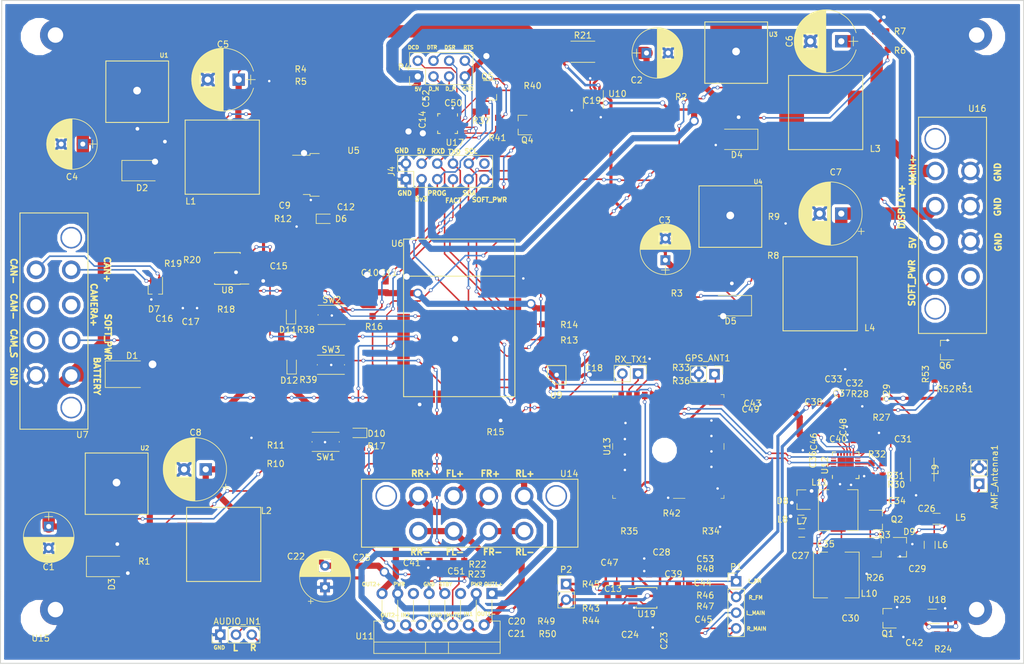
<source format=kicad_pcb>
(kicad_pcb (version 20171130) (host pcbnew 5.0.0-rc2-unknown-0a91f0b~65~ubuntu17.10.1)
  (layers (0 F.Cu signal) (31 B.Cu signal) (34 B.Paste user) (35 F.Paste user) (36 B.SilkS user) (37 F.SilkS user) (38 B.Mask user) (39 F.Mask user) (44 Edge.Cuts user))
  (net 0 "")
  (net 1 "Net-(D4-Pad1)")
  (net 2 "Net-(D2-Pad1)")
  (net 3 "Net-(D3-Pad1)")
  (net 4 AGND)
  (net 5 "Net-(C16-Pad1)")
  (net 6 "Net-(D5-Pad1)")
  (net 7 "Net-(C21-Pad1)")
  (net 8 "Net-(C26-Pad1)")
  (net 9 "Net-(C29-Pad1)")
  (net 10 "Net-(C34-Pad1)")
  (net 11 "Net-(C34-Pad2)")
  (net 12 "Net-(C37-Pad2)")
  (net 13 "Net-(D12-Pad1)")
  (net 14 "Net-(Q1-Pad1)")
  (net 15 "Net-(R18-Pad1)")
  (net 16 "/FM Radio/am_passive_ant_en")
  (net 17 "/FM Radio/FM_RADIO_RST")
  (net 18 "Net-(U6-Pad12)")
  (net 19 "Net-(U6-Pad11)")
  (net 20 "Net-(U6-Pad7)")
  (net 21 "Net-(U6-Pad6)")
  (net 22 "Net-(U6-Pad5)")
  (net 23 "Net-(U6-Pad4)")
  (net 24 /SDA)
  (net 25 /SCL)
  (net 26 /BATTERY)
  (net 27 /V_MAIN)
  (net 28 /3v3)
  (net 29 /MAIN_POWER)
  (net 30 /AUDIO_POWER)
  (net 31 /EN_MAIN)
  (net 32 /EN_AUDIO)
  (net 33 /RXD)
  (net 34 /TXD)
  (net 35 /PROG)
  (net 36 /SOFT_POWER)
  (net 37 /FACTORY)
  (net 38 /MUTE_AUDIO)
  (net 39 /STBY_AUDIO)
  (net 40 /interface/CAMERA-)
  (net 41 /interface/CAMERA_S)
  (net 42 /interface/CAMERA+)
  (net 43 /EN_ESP)
  (net 44 /5V)
  (net 45 /DISPLAY_POWER)
  (net 46 /EN_DISPLAY)
  (net 47 "Net-(R4-Pad2)")
  (net 48 /CAN+)
  (net 49 /CAN-)
  (net 50 /FL_AUDIO_OUT-)
  (net 51 /FR_AUDIO_OUT+)
  (net 52 /FL_AUDIO_OUT+)
  (net 53 "Net-(C17-Pad1)")
  (net 54 "Net-(C20-Pad1)")
  (net 55 "Net-(C27-Pad1)")
  (net 56 "Net-(C29-Pad2)")
  (net 57 "Net-(C30-Pad1)")
  (net 58 "Net-(C31-Pad2)")
  (net 59 "Net-(C35-Pad1)")
  (net 60 "Net-(C35-Pad2)")
  (net 61 "Net-(C38-Pad2)")
  (net 62 "Net-(D6-Pad1)")
  (net 63 "Net-(R6-Pad2)")
  (net 64 "Net-(R8-Pad2)")
  (net 65 "Net-(R10-Pad2)")
  (net 66 "Net-(R15-Pad2)")
  (net 67 "Net-(C23-Pad1)")
  (net 68 "Net-(C24-Pad1)")
  (net 69 "Net-(R25-Pad2)")
  (net 70 "Net-(R27-Pad2)")
  (net 71 "Net-(D10-Pad1)")
  (net 72 "Net-(D11-Pad1)")
  (net 73 "Net-(U6-Pad20)")
  (net 74 "Net-(U6-Pad19)")
  (net 75 "Net-(U6-Pad18)")
  (net 76 "Net-(U6-Pad17)")
  (net 77 "Net-(U6-Pad16)")
  (net 78 "Net-(U6-Pad10)")
  (net 79 "/GPS interface/3v3")
  (net 80 "Net-(U6-Pad36)")
  (net 81 "Net-(U6-Pad22)")
  (net 82 "Net-(U6-Pad21)")
  (net 83 "Net-(U6-Pad37)")
  (net 84 "Net-(U6-Pad28)")
  (net 85 "Net-(R30-Pad1)")
  (net 86 "Net-(R31-Pad1)")
  (net 87 "Net-(R32-Pad1)")
  (net 88 "Net-(U16-Pad5)")
  (net 89 "/USB interface/D_P")
  (net 90 "/USB interface/D_N")
  (net 91 "Net-(Q5-Pad1)")
  (net 92 "Net-(R37-Pad2)")
  (net 93 "Net-(U11-Pad5)")
  (net 94 "Net-(U11-Pad10)")
  (net 95 "Net-(U11-Pad11)")
  (net 96 "Net-(U17-Pad1)")
  (net 97 "Net-(U17-Pad5)")
  (net 98 "Net-(U17-Pad9)")
  (net 99 "Net-(U17-Pad10)")
  (net 100 "Net-(U17-Pad11)")
  (net 101 "Net-(U17-Pad12)")
  (net 102 "Net-(U17-Pad13)")
  (net 103 "Net-(U17-Pad14)")
  (net 104 "Net-(U17-Pad15)")
  (net 105 "Net-(U17-Pad16)")
  (net 106 "Net-(U17-Pad17)")
  (net 107 "Net-(U17-Pad18)")
  (net 108 "/USB interface/RTS")
  (net 109 "Net-(U8-Pad5)")
  (net 110 /CAN_RX)
  (net 111 /CAN_TX)
  (net 112 "Net-(J4-Pad12)")
  (net 113 "Net-(Q4-Pad1)")
  (net 114 "/USB interface/DTR")
  (net 115 "/USB interface/DSR")
  (net 116 "/USB interface/DCD")
  (net 117 "Net-(D8-Pad1)")
  (net 118 "Net-(L11-Pad1)")
  (net 119 "Net-(Q2-Pad2)")
  (net 120 "Net-(U12-Pad24)")
  (net 121 "Net-(U12-Pad23)")
  (net 122 "Net-(U12-Pad22)")
  (net 123 "/FM Radio/FM_INT")
  (net 124 "Net-(U12-Pad19)")
  (net 125 "Net-(U12-Pad18)")
  (net 126 "Net-(U12-Pad17)")
  (net 127 "Net-(U12-Pad11)")
  (net 128 "Net-(U12-Pad4)")
  (net 129 "Net-(U18-Pad1)")
  (net 130 "Net-(U13-Pad2)")
  (net 131 "Net-(U13-Pad13)")
  (net 132 "Net-(U13-Pad14)")
  (net 133 "Net-(U13-Pad15)")
  (net 134 "Net-(U13-Pad16)")
  (net 135 /AMF_Antenna)
  (net 136 /GPS_Antenna)
  (net 137 "/GPS interface/RST_GPS")
  (net 138 "Net-(R42-Pad2)")
  (net 139 "/GPS interface/WAKEUP")
  (net 140 "/GPS interface/Vout")
  (net 141 "/GPS interface/EN_I2C")
  (net 142 "/GPS interface/ANT_SW")
  (net 143 "Net-(R36-Pad2)")
  (net 144 "Net-(RX_TX1-Pad1)")
  (net 145 "Net-(RX_TX1-Pad2)")
  (net 146 /L_MAIN_AUDIO)
  (net 147 /R_MAIN_AUDIO)
  (net 148 "/audio amplifier/R_AUDIO_IN")
  (net 149 "/audio amplifier/L_AUDIO_IN")
  (net 150 /R_FM_AUDIO)
  (net 151 /L_FM_AUDIO)
  (net 152 "Net-(C20-Pad2)")
  (net 153 "Net-(C21-Pad2)")
  (net 154 "Net-(C47-Pad2)")
  (net 155 "Net-(C53-Pad2)")
  (net 156 /FR_AUDIO_OUT-)
  (net 157 "Net-(C13-Pad1)")
  (net 158 "Net-(C32-Pad2)")
  (net 159 "Net-(C41-Pad1)")
  (net 160 "Net-(C44-Pad2)")
  (net 161 "Net-(C45-Pad2)")
  (net 162 "Net-(C50-Pad2)")
  (net 163 "Net-(C51-Pad1)")
  (net 164 "Net-(Q6-Pad1)")
  (net 165 "Net-(Q6-Pad3)")
  (module open-automation:radio-housing-mounts (layer F.Cu) (at 69.2 139.8)
    (fp_text reference U15 (at -0.196 3.453) (layer F.SilkS))
    (fp_text value radio-housing-mounts)
    (pad "" np_thru_hole circle (at 2.2 -94.2 90) (size 5 5) (drill 2.5) (layers *.Cu *.Mask))
    (pad "" np_thru_hole circle (at 151.2 -94.2) (size 5 5) (drill 2.5) (layers *.Cu *.Mask))
    (pad "" np_thru_hole circle (at 151.2 -1.2) (size 5 5) (drill 2.5) (layers *.Cu *.Mask))
    (pad "" np_thru_hole circle (at 2.2 -1.2) (size 5 5) (drill 2.5) (layers *.Cu *.Mask))
  )
  (module Resistor_SMD:R_0603_1608Metric_Pad0.99x1.00mm_HandSolder (layer F.Cu) (at 213.6 100.4875 90)
    (fp_text reference R53 (at 0 -1.45 90) (layer F.SilkS))
    (fp_text value R_1k)
    (pad 2 smd rect (at 0.8875 0 90) (size 0.995 1) (layers F.Cu F.Paste F.Mask) (net 165 "Net-(Q6-Pad3)"))
    (pad 1 smd rect (at -0.8875 0 90) (size 0.995 1) (layers F.Cu F.Paste F.Mask) (net 28 /3v3))
  )
  (module open-automation:ESP-WROOM-32 (layer F.Cu) (at 127.707 87.377)
    (fp_text reference U6 (at -1.02968 -8.03132) (layer F.SilkS))
    (fp_text value ESP-WROOM-32)
    (pad 3 smd rect (at 0 1.27) (size 2 1) (layers F.Cu F.Paste F.Mask) (net 43 /EN_ESP))
    (pad 36 smd rect (at 18.034 1.298) (size 2 1) (layers F.Cu F.Paste F.Mask) (net 80 "Net-(U6-Pad36)"))
    (pad 23 smd rect (at 13.462 16.764) (size 1 2) (layers F.Cu F.Paste F.Mask) (net 46 /EN_DISPLAY))
    (pad 24 smd rect (at 14.732 16.764) (size 1 2) (layers F.Cu F.Paste F.Mask) (net 66 "Net-(R15-Pad2)"))
    (pad 19 smd rect (at 8.382 16.764) (size 1 2) (layers F.Cu F.Paste F.Mask) (net 74 "Net-(U6-Pad19)"))
    (pad 20 smd rect (at 9.652 16.764) (size 1 2) (layers F.Cu F.Paste F.Mask) (net 73 "Net-(U6-Pad20)"))
    (pad 22 smd rect (at 12.192 16.764) (size 1 2) (layers F.Cu F.Paste F.Mask) (net 81 "Net-(U6-Pad22)"))
    (pad 21 smd rect (at 10.922 16.764) (size 1 2) (layers F.Cu F.Paste F.Mask) (net 82 "Net-(U6-Pad21)"))
    (pad 17 smd rect (at 5.842 16.764) (size 1 2) (layers F.Cu F.Paste F.Mask) (net 76 "Net-(U6-Pad17)"))
    (pad 18 smd rect (at 7.112 16.764) (size 1 2) (layers F.Cu F.Paste F.Mask) (net 75 "Net-(U6-Pad18)"))
    (pad 16 smd rect (at 4.572 16.764) (size 1 2) (layers F.Cu F.Paste F.Mask) (net 77 "Net-(U6-Pad16)"))
    (pad 1 smd rect (at 3.302 16.764) (size 1 2) (layers F.Cu F.Paste F.Mask) (net 4 AGND) (clearance 0.1))
    (pad 1 smd rect (at 18.018 -1.25) (size 2 1) (layers F.Cu F.Paste F.Mask) (net 4 AGND) (clearance 0.1))
    (pad 37 smd rect (at 18.034 0.028) (size 2 1) (layers F.Cu F.Paste F.Mask) (net 83 "Net-(U6-Pad37)"))
    (pad 34 smd rect (at 18.034 3.838) (size 2 1) (layers F.Cu F.Paste F.Mask) (net 33 /RXD))
    (pad 35 smd rect (at 18.018 2.56) (size 2 1) (layers F.Cu F.Paste F.Mask) (net 34 /TXD))
    (pad 31 smd rect (at 18.018 7.64) (size 2 1) (layers F.Cu F.Paste F.Mask) (net 24 /SDA))
    (pad 30 smd rect (at 18.034 8.918) (size 2 1) (layers F.Cu F.Paste F.Mask) (net 31 /EN_MAIN))
    (pad 32 smd rect (at 18.034 6.378) (size 2 1) (layers F.Cu F.Paste F.Mask))
    (pad 33 smd rect (at 18.018 5.1) (size 2 1) (layers F.Cu F.Paste F.Mask) (net 25 /SCL))
    (pad 25 smd rect (at 18.018 15.26) (size 2 1) (layers F.Cu F.Paste F.Mask) (net 35 /PROG))
    (pad 27 smd rect (at 18.018 12.72) (size 2 1) (layers F.Cu F.Paste F.Mask) (net 32 /EN_AUDIO))
    (pad 26 smd rect (at 18.034 13.998) (size 2 1) (layers F.Cu F.Paste F.Mask) (net 110 /CAN_RX))
    (pad 28 smd rect (at 18.034 11.458) (size 2 1) (layers F.Cu F.Paste F.Mask) (net 84 "Net-(U6-Pad28)"))
    (pad 29 smd rect (at 18.018 10.18) (size 2 1) (layers F.Cu F.Paste F.Mask) (net 111 /CAN_TX))
    (pad 10 smd rect (at -0.016 10.18) (size 2 1) (layers F.Cu F.Paste F.Mask) (net 78 "Net-(U6-Pad10)"))
    (pad 11 smd rect (at 0 11.458) (size 2 1) (layers F.Cu F.Paste F.Mask) (net 19 "Net-(U6-Pad11)"))
    (pad 13 smd rect (at 0 13.998) (size 2 1) (layers F.Cu F.Paste F.Mask) (net 37 /FACTORY))
    (pad 12 smd rect (at -0.016 12.72) (size 2 1) (layers F.Cu F.Paste F.Mask) (net 18 "Net-(U6-Pad12)"))
    (pad 14 smd rect (at -0.016 15.26) (size 2 1) (layers F.Cu F.Paste F.Mask) (net 36 /SOFT_POWER))
    (pad 6 smd rect (at -0.016 5.1) (size 2 1) (layers F.Cu F.Paste F.Mask) (net 21 "Net-(U6-Pad6)"))
    (pad 7 smd rect (at 0 6.378) (size 2 1) (layers F.Cu F.Paste F.Mask) (net 20 "Net-(U6-Pad7)"))
    (pad 9 smd rect (at 0 8.918) (size 2 1) (layers F.Cu F.Paste F.Mask) (net 38 /MUTE_AUDIO))
    (pad 8 smd rect (at -0.016 7.64) (size 2 1) (layers F.Cu F.Paste F.Mask) (net 39 /STBY_AUDIO))
    (pad 4 smd rect (at -0.016 2.56) (size 2 1) (layers F.Cu F.Paste F.Mask) (net 23 "Net-(U6-Pad4)"))
    (pad 5 smd rect (at 0 3.838) (size 2 1) (layers F.Cu F.Paste F.Mask) (net 22 "Net-(U6-Pad5)"))
    (pad 2 smd rect (at 0 0) (size 2 1) (layers F.Cu F.Paste F.Mask) (net 28 /3v3))
    (pad 1 smd rect (at 0 -1.27) (size 2 1) (layers F.Cu F.Paste F.Mask) (net 4 AGND) (clearance 0.1))
    (pad 1 smd rect (at 8.32612 7.4168) (size 4 4) (layers F.Cu F.Paste F.Mask) (net 4 AGND))
  )
  (module TO_SOT_Packages_SMD:SOT-23 (layer F.Cu) (at 206 140 180)
    (fp_text reference Q1 (at 0 -2.5 180) (layer F.SilkS))
    (fp_text value Q_NPN_BEC)
    (pad 3 smd rect (at 1 0 180) (size 0.9 0.8) (layers F.Cu F.Paste F.Mask) (net 57 "Net-(C30-Pad1)"))
    (pad 2 smd rect (at -1 0.95 180) (size 0.9 0.8) (layers F.Cu F.Paste F.Mask) (net 4 AGND))
    (pad 1 smd rect (at -1 -0.95 180) (size 0.9 0.8) (layers F.Cu F.Paste F.Mask) (net 14 "Net-(Q1-Pad1)"))
  )
  (module open-automation:Inductor-SRR1210 (layer F.Cu) (at 99.376 65.515 90)
    (fp_text reference L1 (at -6.985 -6.096 180) (layer F.SilkS))
    (fp_text value L_47uH)
    (pad 2 smd rect (at 0.2 4.6 90) (size 7 4) (layers F.Cu F.Paste F.Mask) (net 44 /5V))
    (pad 1 smd rect (at 0.2 -6.5 90) (size 7 4) (layers F.Cu F.Paste F.Mask) (net 2 "Net-(D2-Pad1)"))
  )
  (module Resistor_SMD:R_0603_1608Metric_Pad0.99x1.00mm_HandSolder (layer F.Cu) (at 173.2 132.2 180)
    (fp_text reference R48 (at -3.3 0.2 180) (layer F.SilkS))
    (fp_text value R_20k)
    (pad 1 smd rect (at -0.8875 0 180) (size 0.995 1) (layers F.Cu F.Paste F.Mask) (net 155 "Net-(C53-Pad2)"))
    (pad 2 smd rect (at 0.8875 0 180) (size 0.995 1) (layers F.Cu F.Paste F.Mask) (net 148 "/audio amplifier/R_AUDIO_IN"))
  )
  (module Connector_PinHeader_2.54mm:PinHeader_1x02_P2.54mm_Vertical (layer F.Cu) (at 220.8 118.24 180)
    (fp_text reference AMF_Antenna1 (at -2.5 1.1 270) (layer F.SilkS))
    (fp_text value Conn_01x02)
    (pad 1 thru_hole rect (at 0 0 180) (size 1.7 1.7) (drill 1) (layers *.Cu *.Mask) (net 135 /AMF_Antenna))
    (pad 2 thru_hole oval (at 0 2.54 180) (size 1.7 1.7) (drill 1) (layers *.Cu *.Mask) (net 4 AGND))
  )
  (module Capacitors_THT:CP_Radial_D8.0mm_P3.50mm (layer F.Cu) (at 70.3 125.15 270)
    (fp_text reference C1 (at 6.55 0) (layer F.SilkS))
    (fp_text value 180uF)
    (pad 1 thru_hole rect (at 0 0 270) (size 1.6 1.6) (drill 0.8) (layers *.Cu *.Mask) (net 26 /BATTERY))
    (pad 2 thru_hole circle (at 3.5 0 270) (size 1.6 1.6) (drill 0.8) (layers *.Cu *.Mask) (net 4 AGND))
  )
  (module Capacitors_THT:CP_Radial_D8.0mm_P3.50mm (layer F.Cu) (at 167 48.5)
    (fp_text reference C2 (at -1.6 4.4) (layer F.SilkS))
    (fp_text value 180uF)
    (pad 2 thru_hole circle (at 3.5 0) (size 1.6 1.6) (drill 0.8) (layers *.Cu *.Mask) (net 4 AGND))
    (pad 1 thru_hole rect (at 0 0) (size 1.6 1.6) (drill 0.8) (layers *.Cu *.Mask) (net 27 /V_MAIN))
  )
  (module Capacitors_THT:CP_Radial_D8.0mm_P3.50mm (layer F.Cu) (at 170.053 82.042 90)
    (fp_text reference C3 (at 6.477 -0.127 180) (layer F.SilkS))
    (fp_text value 180uF)
    (pad 2 thru_hole circle (at 3.5 0 90) (size 1.6 1.6) (drill 0.8) (layers *.Cu *.Mask) (net 4 AGND))
    (pad 1 thru_hole rect (at 0 0 90) (size 1.6 1.6) (drill 0.8) (layers *.Cu *.Mask) (net 26 /BATTERY))
  )
  (module Capacitors_THT:CP_Radial_D10.0mm_P5.00mm (layer F.Cu) (at 101.027 52.815 180)
    (fp_text reference C5 (at 2.54 5.715) (layer F.SilkS))
    (fp_text value 1000uF)
    (pad 2 thru_hole circle (at 5 0 180) (size 2 2) (drill 1) (layers *.Cu *.Mask) (net 4 AGND))
    (pad 1 thru_hole rect (at 0 0 180) (size 2 2) (drill 1) (layers *.Cu *.Mask) (net 44 /5V))
  )
  (module Capacitors_THT:CP_Radial_D10.0mm_P5.00mm (layer F.Cu) (at 198.501 46.609 180)
    (fp_text reference C6 (at 8.382 0 270) (layer F.SilkS))
    (fp_text value 1000uF)
    (pad 1 thru_hole rect (at 0 0 180) (size 2 2) (drill 1) (layers *.Cu *.Mask) (net 29 /MAIN_POWER))
    (pad 2 thru_hole circle (at 5 0 180) (size 2 2) (drill 1) (layers *.Cu *.Mask) (net 4 AGND))
  )
  (module Diodes_SMD:D_SMB (layer F.Cu) (at 83 100.5)
    (fp_text reference D1 (at 0.8 -3 180) (layer F.SilkS))
    (fp_text value "26V Zener")
    (pad 2 smd rect (at 2.15 0) (size 2.5 2.3) (layers F.Cu F.Paste F.Mask) (net 4 AGND))
    (pad 1 smd rect (at -2.15 0) (size 2.5 2.3) (layers F.Cu F.Paste F.Mask) (net 26 /BATTERY))
  )
  (module open-automation:Regulator-LM2576 (layer F.Cu) (at 84.136 56.244 270)
    (fp_text reference U1 (at -7.366 -4.826) (layer F.SilkS) (effects (font (size 0.7 0.7))))
    (fp_text value LM2576)
    (pad 5 smd rect (at 6.65 -3.9 270) (size 3 1.07) (layers F.Cu F.Paste F.Mask) (net 4 AGND))
    (pad 4 smd rect (at 6.65 -2.2 270) (size 3 1.07) (layers F.Cu F.Paste F.Mask) (net 47 "Net-(R4-Pad2)"))
    (pad 2 smd rect (at 6.65 1.2 270) (size 3 1.07) (layers F.Cu F.Paste F.Mask) (net 2 "Net-(D2-Pad1)"))
    (pad 3 smd rect (at 6.65 -0.5 270) (size 3 1.07) (layers F.Cu F.Paste F.Mask) (net 4 AGND))
    (pad 1 smd rect (at 6.65 2.9 270) (size 3 1.07) (layers F.Cu F.Paste F.Mask) (net 26 /BATTERY))
    (pad 3 smd rect (at -1.65 -0.46 270) (size 9 8.33) (layers F.Cu F.Paste F.Mask) (net 4 AGND))
  )
  (module open-automation:Regulator-LM2576 (layer F.Cu) (at 80.812 119.691 270)
    (fp_text reference U2 (at -7.238 -5.032) (layer F.SilkS) (effects (font (size 0.7 0.7))))
    (fp_text value LM2576)
    (pad 3 smd rect (at -1.65 -0.46 270) (size 9 8.33) (layers F.Cu F.Paste F.Mask) (net 4 AGND))
    (pad 1 smd rect (at 6.65 2.9 270) (size 3 1.07) (layers F.Cu F.Paste F.Mask) (net 26 /BATTERY))
    (pad 3 smd rect (at 6.65 -0.5 270) (size 3 1.07) (layers F.Cu F.Paste F.Mask) (net 4 AGND))
    (pad 2 smd rect (at 6.65 1.2 270) (size 3 1.07) (layers F.Cu F.Paste F.Mask) (net 3 "Net-(D3-Pad1)"))
    (pad 4 smd rect (at 6.65 -2.2 270) (size 3 1.07) (layers F.Cu F.Paste F.Mask) (net 65 "Net-(R10-Pad2)"))
    (pad 5 smd rect (at 6.65 -3.9 270) (size 3 1.07) (layers F.Cu F.Paste F.Mask) (net 32 /EN_AUDIO))
  )
  (module open-automation:Regulator-LM2576 (layer F.Cu) (at 181.023 49.91 270)
    (fp_text reference U3 (at -4.41 -6.477) (layer F.SilkS) (effects (font (size 0.7 0.7))))
    (fp_text value LM2576)
    (pad 5 smd rect (at 6.65 -3.9 270) (size 3 1.07) (layers F.Cu F.Paste F.Mask) (net 31 /EN_MAIN))
    (pad 4 smd rect (at 6.65 -2.2 270) (size 3 1.07) (layers F.Cu F.Paste F.Mask) (net 63 "Net-(R6-Pad2)"))
    (pad 2 smd rect (at 6.65 1.2 270) (size 3 1.07) (layers F.Cu F.Paste F.Mask) (net 1 "Net-(D4-Pad1)"))
    (pad 3 smd rect (at 6.65 -0.5 270) (size 3 1.07) (layers F.Cu F.Paste F.Mask) (net 4 AGND))
    (pad 1 smd rect (at 6.65 2.9 270) (size 3 1.07) (layers F.Cu F.Paste F.Mask) (net 27 /V_MAIN))
    (pad 3 smd rect (at -1.65 -0.46 270) (size 9 8.33) (layers F.Cu F.Paste F.Mask) (net 4 AGND))
  )
  (module open-automation:Inductor-SRR1210 (layer F.Cu) (at 196.977 58.293 90)
    (fp_text reference L3 (at -5.707 7.023 180) (layer F.SilkS))
    (fp_text value L_100uH)
    (pad 2 smd rect (at 0.2 4.6 90) (size 7 4) (layers F.Cu F.Paste F.Mask) (net 29 /MAIN_POWER))
    (pad 1 smd rect (at 0.2 -6.5 90) (size 7 4) (layers F.Cu F.Paste F.Mask) (net 1 "Net-(D4-Pad1)"))
  )
  (module open-automation:Inductor-SRR1210 (layer F.Cu) (at 196.088 87.63 90)
    (fp_text reference L4 (at -5.37 7.012 180) (layer F.SilkS))
    (fp_text value L_100uH)
    (pad 1 smd rect (at 0.2 -6.5 90) (size 7 4) (layers F.Cu F.Paste F.Mask) (net 6 "Net-(D5-Pad1)"))
    (pad 2 smd rect (at 0.2 4.6 90) (size 7 4) (layers F.Cu F.Paste F.Mask) (net 45 /DISPLAY_POWER))
  )
  (module LED_SMD:LED_0603_1608Metric_Pad0.82x1.00mm_HandSolder (layer F.Cu) (at 115.043 75.343)
    (fp_text reference D6 (at 2.54 0) (layer F.SilkS))
    (fp_text value LED-0603-G)
    (pad 1 smd rect (at -0.8 0) (size 0.82 1) (layers F.Cu F.Paste F.Mask) (net 62 "Net-(D6-Pad1)"))
    (pad 2 smd rect (at 0.8 0) (size 0.82 1) (layers F.Cu F.Paste F.Mask) (net 28 /3v3))
  )
  (module open-automation:Inductor-SRR1210 (layer F.Cu) (at 99.608 128.2 90)
    (fp_text reference L2 (at 5.6 5.9 180) (layer F.SilkS))
    (fp_text value L_100uH)
    (pad 2 smd rect (at 0.2 4.6 90) (size 7 4) (layers F.Cu F.Paste F.Mask) (net 30 /AUDIO_POWER))
    (pad 1 smd rect (at 0.2 -6.5 90) (size 7 4) (layers F.Cu F.Paste F.Mask) (net 3 "Net-(D3-Pad1)"))
  )
  (module open-automation:Coilcraft_0805PS_Handsoldering (layer F.Cu) (at 213.92 123.9 180)
    (fp_text reference L5 (at -3.88 0.2 180) (layer F.SilkS))
    (fp_text value 6.8uH)
    (pad 2 smd rect (at 0.38 0 180) (size 1.5 1.78) (drill (offset 0.75 0)) (layers F.Cu F.Paste F.Mask) (net 8 "Net-(C26-Pad1)"))
    (pad 1 smd rect (at -0.38 0 180) (size 1.5 1.78) (drill (offset -0.75 0)) (layers F.Cu F.Paste F.Mask) (net 135 /AMF_Antenna))
  )
  (module open-automation:Coilcraft_0805PS_Handsoldering (layer F.Cu) (at 212.8 128.12 270)
    (fp_text reference L6 (at 0 -2.1) (layer F.SilkS))
    (fp_text value 6.8uH)
    (pad 1 smd rect (at -0.38 0 270) (size 1.5 1.78) (drill (offset -0.75 0)) (layers F.Cu F.Paste F.Mask) (net 8 "Net-(C26-Pad1)"))
    (pad 2 smd rect (at 0.38 0 270) (size 1.5 1.78) (drill (offset 0.75 0)) (layers F.Cu F.Paste F.Mask) (net 56 "Net-(C29-Pad2)"))
  )
  (module open-automation:Coilcraft_1008PS_Handsoldering (layer F.Cu) (at 211.6 115.935 270)
    (fp_text reference L9 (at 0 -2.1 270) (layer F.SilkS))
    (fp_text value 220uH)
    (pad 1 smd rect (at -0.635 0 270) (size 1.5 2.54) (drill (offset -0.75 0)) (layers F.Cu F.Paste F.Mask) (net 158 "Net-(C32-Pad2)"))
    (pad 2 smd rect (at 0.635 0 270) (size 1.5 2.54) (drill (offset 0.75 0)) (layers F.Cu F.Paste F.Mask) (net 10 "Net-(C34-Pad1)"))
  )
  (module open-automation:Regulator-LM2576 (layer F.Cu) (at 180.086 76.454 270)
    (fp_text reference U4 (at -7.112 -4.953) (layer F.SilkS) (effects (font (size 0.7 0.7))))
    (fp_text value LM2576)
    (pad 5 smd rect (at 6.65 -3.9 270) (size 3 1.07) (layers F.Cu F.Paste F.Mask) (net 46 /EN_DISPLAY))
    (pad 4 smd rect (at 6.65 -2.2 270) (size 3 1.07) (layers F.Cu F.Paste F.Mask) (net 64 "Net-(R8-Pad2)"))
    (pad 2 smd rect (at 6.65 1.2 270) (size 3 1.07) (layers F.Cu F.Paste F.Mask) (net 6 "Net-(D5-Pad1)"))
    (pad 3 smd rect (at 6.65 -0.5 270) (size 3 1.07) (layers F.Cu F.Paste F.Mask) (net 4 AGND))
    (pad 1 smd rect (at 6.65 2.9 270) (size 3 1.07) (layers F.Cu F.Paste F.Mask) (net 26 /BATTERY))
    (pad 3 smd rect (at -1.65 -0.46 270) (size 9 8.33) (layers F.Cu F.Paste F.Mask) (net 4 AGND))
  )
  (module open-automation:SI7020-A20 (layer F.Cu) (at 152.472 100.57 90)
    (fp_text reference U9 (at -3.33 -0.072 180) (layer F.SilkS))
    (fp_text value SI7020-A20)
    (pad 1 smd rect (at -1.68 -1 90) (size 1.25 0.45) (layers F.Cu F.Paste F.Mask) (net 24 /SDA))
    (pad 2 smd rect (at -1.68 0 90) (size 1.25 0.45) (layers F.Cu F.Paste F.Mask) (net 4 AGND))
    (pad 3 smd rect (at -1.68 1 90) (size 1.25 0.45) (layers F.Cu F.Paste F.Mask))
    (pad 5 smd rect (at 1.62 0 90) (size 1.25 0.45) (layers F.Cu F.Paste F.Mask) (net 28 /3v3))
    (pad 6 smd rect (at 1.62 -1 90) (size 1.25 0.45) (layers F.Cu F.Paste F.Mask) (net 25 /SCL))
    (pad 4 smd rect (at 1.62 1 90) (size 1.25 0.45) (layers F.Cu F.Paste F.Mask))
    (pad 2 smd rect (at -0.03 0 90) (size 1.6 2.5) (layers F.Cu F.Paste F.Mask) (net 4 AGND))
  )
  (module Capacitor_SMD:C_0603_1608Metric_Pad0.99x1.00mm_HandSolder (layer F.Cu) (at 111.1345 73.184)
    (fp_text reference C9 (at -2.667 0) (layer F.SilkS))
    (fp_text value C_4.7uF)
    (pad 1 smd rect (at -0.8875 0) (size 0.995 1) (layers F.Cu F.Paste F.Mask) (net 44 /5V))
    (pad 2 smd rect (at 0.8875 0) (size 0.995 1) (layers F.Cu F.Paste F.Mask) (net 4 AGND))
  )
  (module Capacitor_SMD:C_0603_1608Metric_Pad0.99x1.00mm_HandSolder (layer F.Cu) (at 122.754 86.361 90)
    (fp_text reference C10 (at 2.286 -0.508 180) (layer F.SilkS))
    (fp_text value C_10uF)
    (pad 2 smd rect (at 0.8875 0 90) (size 0.995 1) (layers F.Cu F.Paste F.Mask) (net 4 AGND))
    (pad 1 smd rect (at -0.8875 0 90) (size 0.995 1) (layers F.Cu F.Paste F.Mask) (net 28 /3v3))
  )
  (module Capacitor_SMD:C_0603_1608Metric_Pad0.99x1.00mm_HandSolder (layer F.Cu) (at 124.786 86.361 90)
    (fp_text reference C11 (at 2.286 0.508 180) (layer F.SilkS))
    (fp_text value C_4.7uF)
    (pad 2 smd rect (at 0.8875 0 90) (size 0.995 1) (layers F.Cu F.Paste F.Mask) (net 4 AGND))
    (pad 1 smd rect (at -0.8875 0 90) (size 0.995 1) (layers F.Cu F.Paste F.Mask) (net 28 /3v3))
  )
  (module Capacitor_SMD:C_0603_1608Metric_Pad0.99x1.00mm_HandSolder (layer F.Cu) (at 105.05 83.41 270)
    (fp_text reference C15 (at -0.41 -2.45) (layer F.SilkS))
    (fp_text value C_0.1uF)
    (pad 2 smd rect (at 0.8875 0 270) (size 0.995 1) (layers F.Cu F.Paste F.Mask) (net 4 AGND))
    (pad 1 smd rect (at -0.8875 0 270) (size 0.995 1) (layers F.Cu F.Paste F.Mask) (net 44 /5V))
  )
  (module Capacitor_SMD:C_0603_1608Metric_Pad0.99x1.00mm_HandSolder (layer F.Cu) (at 90.86 88.96 270)
    (fp_text reference C16 (at 2.54 1.86) (layer F.SilkS))
    (fp_text value 560pF)
    (pad 1 smd rect (at -0.8875 0 270) (size 0.995 1) (layers F.Cu F.Paste F.Mask) (net 5 "Net-(C16-Pad1)"))
    (pad 2 smd rect (at 0.8875 0 270) (size 0.995 1) (layers F.Cu F.Paste F.Mask) (net 4 AGND))
  )
  (module Capacitor_SMD:C_0603_1608Metric_Pad0.99x1.00mm_HandSolder (layer F.Cu) (at 93.19 88.96 270)
    (fp_text reference C17 (at 3.04 -0.07) (layer F.SilkS))
    (fp_text value 560pF)
    (pad 2 smd rect (at 0.8875 0 270) (size 0.995 1) (layers F.Cu F.Paste F.Mask) (net 4 AGND))
    (pad 1 smd rect (at -0.8875 0 270) (size 0.995 1) (layers F.Cu F.Paste F.Mask) (net 53 "Net-(C17-Pad1)"))
  )
  (module Capacitor_SMD:C_0603_1608Metric_Pad0.99x1.00mm_HandSolder (layer F.Cu) (at 155.5 100 270)
    (fp_text reference C18 (at -0.5 -3) (layer F.SilkS))
    (fp_text value C_0.1uF)
    (pad 1 smd rect (at -0.8875 0 270) (size 0.995 1) (layers F.Cu F.Paste F.Mask) (net 28 /3v3))
    (pad 2 smd rect (at 0.8875 0 270) (size 0.995 1) (layers F.Cu F.Paste F.Mask) (net 4 AGND))
  )
  (module Capacitor_SMD:C_0603_1608Metric_Pad0.99x1.00mm_HandSolder (layer F.Cu) (at 155.5 56.2 270)
    (fp_text reference C19 (at 0 -2.7) (layer F.SilkS))
    (fp_text value C_0.1uF)
    (pad 1 smd rect (at -0.8875 0 270) (size 0.995 1) (layers F.Cu F.Paste F.Mask) (net 28 /3v3))
    (pad 2 smd rect (at 0.8875 0 270) (size 0.995 1) (layers F.Cu F.Paste F.Mask) (net 4 AGND))
  )
  (module Capacitor_SMD:C_0603_1608Metric_Pad0.99x1.00mm_HandSolder (layer F.Cu) (at 146 142)
    (fp_text reference C20 (at 0 -1.5) (layer F.SilkS))
    (fp_text value 0.22uF)
    (pad 1 smd rect (at -0.8875 0) (size 0.995 1) (layers F.Cu F.Paste F.Mask) (net 54 "Net-(C20-Pad1)"))
    (pad 2 smd rect (at 0.8875 0) (size 0.995 1) (layers F.Cu F.Paste F.Mask) (net 152 "Net-(C20-Pad2)"))
  )
  (module Capacitor_SMD:C_0603_1608Metric_Pad0.99x1.00mm_HandSolder (layer F.Cu) (at 146 144)
    (fp_text reference C21 (at -0.0125 -1.5) (layer F.SilkS))
    (fp_text value 0.22uF)
    (pad 2 smd rect (at 0.8875 0) (size 0.995 1) (layers F.Cu F.Paste F.Mask) (net 153 "Net-(C21-Pad2)"))
    (pad 1 smd rect (at -0.8875 0) (size 0.995 1) (layers F.Cu F.Paste F.Mask) (net 7 "Net-(C21-Pad1)"))
  )
  (module Capacitor_SMD:C_0603_1608Metric_Pad0.99x1.00mm_HandSolder (layer F.Cu) (at 169.172 140.494 270)
    (fp_text reference C23 (at 3.161846 -0.663047 270) (layer F.SilkS))
    (fp_text value C_1uF)
    (pad 2 smd rect (at 0.8875 0 270) (size 0.995 1) (layers F.Cu F.Paste F.Mask) (net 4 AGND))
    (pad 1 smd rect (at -0.8875 0 270) (size 0.995 1) (layers F.Cu F.Paste F.Mask) (net 67 "Net-(C23-Pad1)"))
  )
  (module Capacitor_SMD:C_0603_1608Metric_Pad0.99x1.00mm_HandSolder (layer F.Cu) (at 161.1725 142.526)
    (fp_text reference C24 (at 3.158 0.134) (layer F.SilkS))
    (fp_text value C_10uF)
    (pad 1 smd rect (at -0.8875 0) (size 0.995 1) (layers F.Cu F.Paste F.Mask) (net 68 "Net-(C24-Pad1)"))
    (pad 2 smd rect (at 0.8875 0) (size 0.995 1) (layers F.Cu F.Paste F.Mask) (net 146 /L_MAIN_AUDIO))
  )
  (module Capacitor_SMD:C_0603_1608Metric_Pad0.99x1.00mm_HandSolder (layer F.Cu) (at 120.904 132.588 270)
    (fp_text reference C25 (at -2.413 0) (layer F.SilkS))
    (fp_text value C_0.1uF)
    (pad 2 smd rect (at 0.8875 0 270) (size 0.995 1) (layers F.Cu F.Paste F.Mask) (net 4 AGND))
    (pad 1 smd rect (at -0.8875 0 270) (size 0.995 1) (layers F.Cu F.Paste F.Mask) (net 30 /AUDIO_POWER))
  )
  (module Capacitor_SMD:C_0603_1608Metric_Pad0.99x1.00mm_HandSolder (layer F.Cu) (at 212.3 120.8 180)
    (fp_text reference C26 (at 0 -1.45 180) (layer F.SilkS))
    (fp_text value 3.9pF)
    (pad 2 smd rect (at 0.8875 0 180) (size 0.995 1) (layers F.Cu F.Paste F.Mask) (net 4 AGND))
    (pad 1 smd rect (at -0.8875 0 180) (size 0.995 1) (layers F.Cu F.Paste F.Mask) (net 8 "Net-(C26-Pad1)"))
  )
  (module Capacitor_SMD:C_0603_1608Metric_Pad0.99x1.00mm_HandSolder (layer F.Cu) (at 191.9 127.9)
    (fp_text reference C27 (at -0.005884 1.973765) (layer F.SilkS))
    (fp_text value 18pF)
    (pad 1 smd rect (at -0.8875 0) (size 0.995 1) (layers F.Cu F.Paste F.Mask) (net 55 "Net-(C27-Pad1)"))
    (pad 2 smd rect (at 0.8875 0) (size 0.995 1) (layers F.Cu F.Paste F.Mask) (net 135 /AMF_Antenna))
  )
  (module Capacitor_SMD:C_0603_1608Metric_Pad0.99x1.00mm_HandSolder (layer F.Cu) (at 168.2845 131.096 180)
    (fp_text reference C28 (at -1.1415 1.778 180) (layer F.SilkS))
    (fp_text value C_1uF)
    (pad 2 smd rect (at 0.8875 0 180) (size 0.995 1) (layers F.Cu F.Paste F.Mask) (net 4 AGND))
    (pad 1 smd rect (at -0.8875 0 180) (size 0.995 1) (layers F.Cu F.Paste F.Mask) (net 30 /AUDIO_POWER))
  )
  (module Capacitor_SMD:C_0603_1608Metric_Pad0.99x1.00mm_HandSolder (layer F.Cu) (at 207.8 132)
    (fp_text reference C29 (at 3 0) (layer F.SilkS))
    (fp_text value 270pF)
    (pad 1 smd rect (at -0.8875 0) (size 0.995 1) (layers F.Cu F.Paste F.Mask) (net 9 "Net-(C29-Pad1)"))
    (pad 2 smd rect (at 0.8875 0) (size 0.995 1) (layers F.Cu F.Paste F.Mask) (net 56 "Net-(C29-Pad2)"))
  )
  (module Capacitor_SMD:C_0603_1608Metric_Pad0.99x1.00mm_HandSolder (layer F.Cu) (at 203 140.2 90)
    (fp_text reference C30 (at 0.2 -3 180) (layer F.SilkS))
    (fp_text value 1200pF)
    (pad 1 smd rect (at -0.8875 0 90) (size 0.995 1) (layers F.Cu F.Paste F.Mask) (net 57 "Net-(C30-Pad1)"))
    (pad 2 smd rect (at 0.8875 0 90) (size 0.995 1) (layers F.Cu F.Paste F.Mask) (net 9 "Net-(C29-Pad1)"))
  )
  (module Capacitor_SMD:C_0603_1608Metric_Pad0.99x1.00mm_HandSolder (layer F.Cu) (at 205.201235 110.869116)
    (fp_text reference C31 (at 3.298765 0.130884) (layer F.SilkS))
    (fp_text value 0.47uF)
    (pad 1 smd rect (at -0.8875 0) (size 0.995 1) (layers F.Cu F.Paste F.Mask) (net 4 AGND))
    (pad 2 smd rect (at 0.8875 0) (size 0.995 1) (layers F.Cu F.Paste F.Mask) (net 58 "Net-(C31-Pad2)"))
  )
  (module Capacitor_SMD:C_0603_1608Metric_Pad0.99x1.00mm_HandSolder (layer F.Cu) (at 200.6255 100.362)
    (fp_text reference C32 (at 0 1.6) (layer F.SilkS))
    (fp_text value C_47uF)
    (pad 1 smd rect (at -0.8875 0) (size 0.995 1) (layers F.Cu F.Paste F.Mask) (net 4 AGND))
    (pad 2 smd rect (at 0.8875 0) (size 0.995 1) (layers F.Cu F.Paste F.Mask) (net 158 "Net-(C32-Pad2)"))
  )
  (module Capacitor_SMD:C_0603_1608Metric_Pad0.99x1.00mm_HandSolder (layer F.Cu) (at 200.5395 102.394 180)
    (fp_text reference C33 (at 3.3 1.1 180) (layer F.SilkS))
    (fp_text value 0.47uF)
    (pad 1 smd rect (at -0.8875 0 180) (size 0.995 1) (layers F.Cu F.Paste F.Mask) (net 158 "Net-(C32-Pad2)"))
    (pad 2 smd rect (at 0.8875 0 180) (size 0.995 1) (layers F.Cu F.Paste F.Mask) (net 4 AGND))
  )
  (module Capacitor_SMD:C_0603_1608Metric_Pad0.99x1.00mm_HandSolder (layer F.Cu) (at 204.3 120.9 180)
    (fp_text reference C34 (at -3.2 -0.1 180) (layer F.SilkS))
    (fp_text value 0.47uF)
    (pad 1 smd rect (at -0.8875 0 180) (size 0.995 1) (layers F.Cu F.Paste F.Mask) (net 10 "Net-(C34-Pad1)"))
    (pad 2 smd rect (at 0.8875 0 180) (size 0.995 1) (layers F.Cu F.Paste F.Mask) (net 11 "Net-(C34-Pad2)"))
  )
  (module Capacitor_SMD:C_0603_1608Metric_Pad0.99x1.00mm_HandSolder (layer F.Cu) (at 199.4125 127.8)
    (fp_text reference C35 (at -3.4125 0.2) (layer F.SilkS))
    (fp_text value 18nF)
    (pad 2 smd rect (at 0.8875 0) (size 0.995 1) (layers F.Cu F.Paste F.Mask) (net 60 "Net-(C35-Pad2)"))
    (pad 1 smd rect (at -0.8875 0) (size 0.995 1) (layers F.Cu F.Paste F.Mask) (net 59 "Net-(C35-Pad1)"))
  )
  (module Capacitor_SMD:C_0603_1608Metric_Pad0.99x1.00mm_HandSolder (layer F.Cu) (at 193.926235 111.219116 90)
    (fp_text reference C36 (at -3.0625 0 90) (layer F.SilkS))
    (fp_text value 22nF)
    (pad 1 smd rect (at -0.8875 0 90) (size 0.995 1) (layers F.Cu F.Paste F.Mask) (net 4 AGND))
    (pad 2 smd rect (at 0.8875 0 90) (size 0.995 1) (layers F.Cu F.Paste F.Mask) (net 28 /3v3))
  )
  (module Capacitor_SMD:C_0603_1608Metric_Pad0.99x1.00mm_HandSolder (layer F.Cu) (at 198.276235 106.219116 270)
    (fp_text reference C37 (at -2.619116 -0.323765) (layer F.SilkS))
    (fp_text value 0.39uF)
    (pad 2 smd rect (at 0.8875 0 270) (size 0.995 1) (layers F.Cu F.Paste F.Mask) (net 12 "Net-(C37-Pad2)"))
    (pad 1 smd rect (at -0.8875 0 270) (size 0.995 1) (layers F.Cu F.Paste F.Mask) (net 150 /R_FM_AUDIO))
  )
  (module Capacitor_SMD:C_0603_1608Metric_Pad0.99x1.00mm_HandSolder (layer F.Cu) (at 196.426235 106.219116 270)
    (fp_text reference C38 (at -1.219116 2.426235) (layer F.SilkS))
    (fp_text value 0.39uF)
    (pad 2 smd rect (at 0.8875 0 270) (size 0.995 1) (layers F.Cu F.Paste F.Mask) (net 61 "Net-(C38-Pad2)"))
    (pad 1 smd rect (at -0.8875 0 270) (size 0.995 1) (layers F.Cu F.Paste F.Mask) (net 151 /L_FM_AUDIO))
  )
  (module Capacitor_SMD:C_0603_1608Metric_Pad0.99x1.00mm_HandSolder (layer F.Cu) (at 168.3 132.9 180)
    (fp_text reference C39 (at -3.05 0.05 180) (layer F.SilkS))
    (fp_text value C_0.1uF)
    (pad 1 smd rect (at -0.8875 0 180) (size 0.995 1) (layers F.Cu F.Paste F.Mask) (net 30 /AUDIO_POWER))
    (pad 2 smd rect (at 0.8875 0 180) (size 0.995 1) (layers F.Cu F.Paste F.Mask) (net 4 AGND))
  )
  (module Capacitor_SMD:C_0603_1608Metric_Pad0.99x1.00mm_HandSolder (layer F.Cu) (at 201.426235 111.169116)
    (fp_text reference C40 (at -3.426235 -0.169116 -180) (layer F.SilkS))
    (fp_text value 22nF)
    (pad 1 smd rect (at -0.8875 0) (size 0.995 1) (layers F.Cu F.Paste F.Mask) (net 4 AGND))
    (pad 2 smd rect (at 0.8875 0) (size 0.995 1) (layers F.Cu F.Paste F.Mask) (net 28 /3v3))
  )
  (module Capacitor_SMD:C_0603_1608Metric_Pad0.99x1.00mm_HandSolder (layer F.Cu) (at 132.634846 130.725953 180)
    (fp_text reference C41 (at 3.586265 -0.319116) (layer F.SilkS))
    (fp_text value C_1uF)
    (pad 2 smd rect (at 0.8875 0 180) (size 0.995 1) (layers F.Cu F.Paste F.Mask) (net 4 AGND))
    (pad 1 smd rect (at -0.8875 0 180) (size 0.995 1) (layers F.Cu F.Paste F.Mask) (net 159 "Net-(C41-Pad1)"))
  )
  (module LED_SMD:LED_0603_1608Metric_Pad0.82x1.00mm_HandSolder (layer F.Cu) (at 120.3 110 180)
    (fp_text reference D10 (at -3.017 -0.109) (layer F.SilkS))
    (fp_text value LED)
    (pad 2 smd rect (at 0.8 0 180) (size 0.82 1) (layers F.Cu F.Paste F.Mask) (net 28 /3v3))
    (pad 1 smd rect (at -0.8 0 180) (size 0.82 1) (layers F.Cu F.Paste F.Mask) (net 71 "Net-(D10-Pad1)"))
  )
  (module LED_SMD:LED_0603_1608Metric_Pad0.82x1.00mm_HandSolder (layer F.Cu) (at 109.5 90.9 90)
    (fp_text reference D11 (at -2.4 -0.5 180) (layer F.SilkS))
    (fp_text value LED)
    (pad 1 smd rect (at -0.8 0 90) (size 0.82 1) (layers F.Cu F.Paste F.Mask) (net 72 "Net-(D11-Pad1)"))
    (pad 2 smd rect (at 0.8 0 90) (size 0.82 1) (layers F.Cu F.Paste F.Mask) (net 28 /3v3))
  )
  (module Resistor_SMD:R_0603_1608Metric_Pad0.99x1.00mm_HandSolder (layer F.Cu) (at 174.117 88.9 90)
    (fp_text reference R3 (at 1.5 -2.217 180) (layer F.SilkS))
    (fp_text value R_10k)
    (pad 1 smd rect (at -0.8875 0 90) (size 0.995 1) (layers F.Cu F.Paste F.Mask) (net 28 /3v3))
    (pad 2 smd rect (at 0.8875 0 90) (size 0.995 1) (layers F.Cu F.Paste F.Mask) (net 46 /EN_DISPLAY))
  )
  (module Resistor_SMD:R_0603_1608Metric_Pad0.99x1.00mm_HandSolder (layer F.Cu) (at 103.8875 115)
    (fp_text reference R10 (at 3.1125 0) (layer F.SilkS))
    (fp_text value R_7k15)
    (pad 1 smd rect (at -0.8875 0) (size 0.995 1) (layers F.Cu F.Paste F.Mask) (net 30 /AUDIO_POWER))
    (pad 2 smd rect (at 0.8875 0) (size 0.995 1) (layers F.Cu F.Paste F.Mask) (net 65 "Net-(R10-Pad2)"))
  )
  (module Resistor_SMD:R_0603_1608Metric_Pad0.99x1.00mm_HandSolder (layer F.Cu) (at 104 112 180)
    (fp_text reference R11 (at -3.048 0 180) (layer F.SilkS))
    (fp_text value R_1.3K)
    (pad 1 smd rect (at -0.8875 0 180) (size 0.995 1) (layers F.Cu F.Paste F.Mask) (net 65 "Net-(R10-Pad2)"))
    (pad 2 smd rect (at 0.8875 0 180) (size 0.995 1) (layers F.Cu F.Paste F.Mask) (net 4 AGND))
  )
  (module Resistor_SMD:R_0603_1608Metric_Pad0.99x1.00mm_HandSolder (layer F.Cu) (at 111.233 75.343 180)
    (fp_text reference R12 (at 3.048 0 180) (layer F.SilkS))
    (fp_text value R_1k4)
    (pad 2 smd rect (at 0.8875 0 180) (size 0.995 1) (layers F.Cu F.Paste F.Mask) (net 4 AGND))
    (pad 1 smd rect (at -0.8875 0 180) (size 0.995 1) (layers F.Cu F.Paste F.Mask) (net 62 "Net-(D6-Pad1)"))
  )
  (module Resistor_SMD:R_0603_1608Metric_Pad0.99x1.00mm_HandSolder (layer F.Cu) (at 151.0125 94.9)
    (fp_text reference R13 (at 3.4875 0.1 180) (layer F.SilkS))
    (fp_text value R_10k)
    (pad 2 smd rect (at 0.8875 0) (size 0.995 1) (layers F.Cu F.Paste F.Mask) (net 28 /3v3))
    (pad 1 smd rect (at -0.8875 0) (size 0.995 1) (layers F.Cu F.Paste F.Mask) (net 24 /SDA))
  )
  (module Resistor_SMD:R_0603_1608Metric_Pad0.99x1.00mm_HandSolder (layer F.Cu) (at 151 92.4)
    (fp_text reference R14 (at 3.5 0.1 180) (layer F.SilkS))
    (fp_text value R_10k)
    (pad 1 smd rect (at -0.8875 0) (size 0.995 1) (layers F.Cu F.Paste F.Mask) (net 25 /SCL))
    (pad 2 smd rect (at 0.8875 0) (size 0.995 1) (layers F.Cu F.Paste F.Mask) (net 28 /3v3))
  )
  (module Resistor_SMD:R_0603_1608Metric_Pad0.99x1.00mm_HandSolder (layer F.Cu) (at 142.566 107.443 90)
    (fp_text reference R15 (at -2.413 0 180) (layer F.SilkS))
    (fp_text value R_10k)
    (pad 2 smd rect (at 0.8875 0 90) (size 0.995 1) (layers F.Cu F.Paste F.Mask) (net 66 "Net-(R15-Pad2)"))
    (pad 1 smd rect (at -0.8875 0 90) (size 0.995 1) (layers F.Cu F.Paste F.Mask) (net 4 AGND))
  )
  (module Resistor_SMD:R_0603_1608Metric_Pad0.99x1.00mm_HandSolder (layer F.Cu) (at 95.47 88.93 270)
    (fp_text reference R18 (at 1.07 -3.53) (layer F.SilkS))
    (fp_text value R_4K7)
    (pad 2 smd rect (at 0.8875 0 270) (size 0.995 1) (layers F.Cu F.Paste F.Mask) (net 4 AGND))
    (pad 1 smd rect (at -0.8875 0 270) (size 0.995 1) (layers F.Cu F.Paste F.Mask) (net 15 "Net-(R18-Pad1)"))
  )
  (module Resistor_SMD:R_0603_1608Metric_Pad0.99x1.00mm_HandSolder (layer F.Cu) (at 91 84.8875 270)
    (fp_text reference R19 (at -2.3 0.58) (layer F.SilkS))
    (fp_text value 100)
    (pad 1 smd rect (at -0.8875 0 270) (size 0.995 1) (layers F.Cu F.Paste F.Mask) (net 49 /CAN-))
    (pad 2 smd rect (at 0.8875 0 270) (size 0.995 1) (layers F.Cu F.Paste F.Mask) (net 5 "Net-(C16-Pad1)"))
  )
  (module Resistor_SMD:R_0603_1608Metric_Pad0.99x1.00mm_HandSolder (layer F.Cu) (at 93.5 84.8875 270)
    (fp_text reference R20 (at -2.8875 0) (layer F.SilkS))
    (fp_text value 100)
    (pad 2 smd rect (at 0.8875 0 270) (size 0.995 1) (layers F.Cu F.Paste F.Mask) (net 53 "Net-(C17-Pad1)"))
    (pad 1 smd rect (at -0.8875 0 270) (size 0.995 1) (layers F.Cu F.Paste F.Mask) (net 48 /CAN+))
  )
  (module Resistor_SMD:R_0603_1608Metric_Pad0.99x1.00mm_HandSolder (layer F.Cu) (at 136.634846 130.725953)
    (fp_text reference R22 (at 3.038154 0.563047 180) (layer F.SilkS))
    (fp_text value R_10k)
    (pad 2 smd rect (at 0.8875 0) (size 0.995 1) (layers F.Cu F.Paste F.Mask) (net 38 /MUTE_AUDIO))
    (pad 1 smd rect (at -0.8875 0) (size 0.995 1) (layers F.Cu F.Paste F.Mask) (net 159 "Net-(C41-Pad1)"))
  )
  (module Resistor_SMD:R_0603_1608Metric_Pad0.99x1.00mm_HandSolder (layer F.Cu) (at 136.634846 132.889)
    (fp_text reference R23 (at 2.9 0) (layer F.SilkS))
    (fp_text value R_10k)
    (pad 1 smd rect (at -0.8875 0) (size 0.995 1) (layers F.Cu F.Paste F.Mask) (net 163 "Net-(C51-Pad1)"))
    (pad 2 smd rect (at 0.8875 0) (size 0.995 1) (layers F.Cu F.Paste F.Mask) (net 39 /STBY_AUDIO))
  )
  (module Resistor_SMD:R_0603_1608Metric_Pad0.99x1.00mm_HandSolder (layer F.Cu) (at 214.8875 142.6)
    (fp_text reference R24 (at 0.1 2.4) (layer F.SilkS))
    (fp_text value R_4K7)
    (pad 2 smd rect (at 0.8875 0) (size 0.995 1) (layers F.Cu F.Paste F.Mask) (net 16 "/FM Radio/am_passive_ant_en"))
    (pad 1 smd rect (at -0.8875 0) (size 0.995 1) (layers F.Cu F.Paste F.Mask) (net 28 /3v3))
  )
  (module Resistor_SMD:R_0603_1608Metric_Pad0.99x1.00mm_HandSolder (layer F.Cu) (at 209.8 139.5 90)
    (fp_text reference R25 (at 2.5 -1.45 180) (layer F.SilkS))
    (fp_text value 249)
    (pad 2 smd rect (at 0.8875 0 90) (size 0.995 1) (layers F.Cu F.Paste F.Mask) (net 69 "Net-(R25-Pad2)"))
    (pad 1 smd rect (at -0.8875 0 90) (size 0.995 1) (layers F.Cu F.Paste F.Mask) (net 14 "Net-(Q1-Pad1)"))
  )
  (module Resistor_SMD:R_0603_1608Metric_Pad0.99x1.00mm_HandSolder (layer F.Cu) (at 204 132 180)
    (fp_text reference R26 (at 0 -1.45 180) (layer F.SilkS))
    (fp_text value 10M)
    (pad 2 smd rect (at 0.8875 0 180) (size 0.995 1) (layers F.Cu F.Paste F.Mask) (net 4 AGND))
    (pad 1 smd rect (at -0.8875 0 180) (size 0.995 1) (layers F.Cu F.Paste F.Mask) (net 9 "Net-(C29-Pad1)"))
  )
  (module Resistor_SMD:R_0603_1608Metric_Pad0.99x1.00mm_HandSolder (layer F.Cu) (at 201.401235 107.219116 180)
    (fp_text reference R27 (at -3.598765 -0.280884 180) (layer F.SilkS))
    (fp_text value 249)
    (pad 1 smd rect (at -0.8875 0 180) (size 0.995 1) (layers F.Cu F.Paste F.Mask) (net 28 /3v3))
    (pad 2 smd rect (at 0.8875 0 180) (size 0.995 1) (layers F.Cu F.Paste F.Mask) (net 70 "Net-(R27-Pad2)"))
  )
  (module Resistor_SMD:R_0603_1608Metric_Pad0.99x1.00mm_HandSolder (layer F.Cu) (at 201.5 105)
    (fp_text reference R28 (at 0 -1.3 180) (layer F.SilkS))
    (fp_text value 249)
    (pad 2 smd rect (at 0.8875 0) (size 0.995 1) (layers F.Cu F.Paste F.Mask) (net 4 AGND))
    (pad 1 smd rect (at -0.8875 0) (size 0.995 1) (layers F.Cu F.Paste F.Mask) (net 70 "Net-(R27-Pad2)"))
  )
  (module Resistor_SMD:R_0603_1608Metric_Pad0.99x1.00mm_HandSolder (layer F.Cu) (at 204.3 118.7)
    (fp_text reference R30 (at 3.094 -0.338) (layer F.SilkS))
    (fp_text value 2k)
    (pad 1 smd rect (at -0.8875 0) (size 0.995 1) (layers F.Cu F.Paste F.Mask) (net 85 "Net-(R30-Pad1)"))
    (pad 2 smd rect (at 0.8875 0) (size 0.995 1) (layers F.Cu F.Paste F.Mask) (net 17 "/FM Radio/FM_RADIO_RST"))
  )
  (module Resistor_SMD:R_0603_1608Metric_Pad0.99x1.00mm_HandSolder (layer F.Cu) (at 204.3 116.9)
    (fp_text reference R31 (at 2.980884 0.026235) (layer F.SilkS))
    (fp_text value 2k)
    (pad 2 smd rect (at 0.8875 0) (size 0.995 1) (layers F.Cu F.Paste F.Mask) (net 25 /SCL))
    (pad 1 smd rect (at -0.8875 0) (size 0.995 1) (layers F.Cu F.Paste F.Mask) (net 86 "Net-(R31-Pad1)"))
  )
  (module Resistor_SMD:R_0603_1608Metric_Pad0.99x1.00mm_HandSolder (layer F.Cu) (at 204.2875 114.9)
    (fp_text reference R32 (at 0 -1.45) (layer F.SilkS))
    (fp_text value 2k)
    (pad 1 smd rect (at -0.8875 0) (size 0.995 1) (layers F.Cu F.Paste F.Mask) (net 87 "Net-(R32-Pad1)"))
    (pad 2 smd rect (at 0.8875 0) (size 0.995 1) (layers F.Cu F.Paste F.Mask) (net 24 /SDA))
  )
  (module Resistor_SMD:R_0603_1608Metric_Pad0.99x1.00mm_HandSolder (layer F.Cu) (at 111.9 90.9 90)
    (fp_text reference R38 (at -2.4 0 180) (layer F.SilkS))
    (fp_text value R_10k)
    (pad 1 smd rect (at -0.8875 0 90) (size 0.995 1) (layers F.Cu F.Paste F.Mask) (net 72 "Net-(D11-Pad1)"))
    (pad 2 smd rect (at 0.8875 0 90) (size 0.995 1) (layers F.Cu F.Paste F.Mask) (net 43 /EN_ESP))
  )
  (module LED_SMD:LED_0603_1608Metric_Pad0.82x1.00mm_HandSolder (layer F.Cu) (at 109.6 99 90)
    (fp_text reference D12 (at -2.5 -0.4) (layer F.SilkS))
    (fp_text value LED)
    (pad 1 smd rect (at -0.8 0 90) (size 0.82 1) (layers F.Cu F.Paste F.Mask) (net 13 "Net-(D12-Pad1)"))
    (pad 2 smd rect (at 0.8 0 90) (size 0.82 1) (layers F.Cu F.Paste F.Mask) (net 28 /3v3))
  )
  (module Resistor_SMD:R_0603_1608Metric_Pad0.99x1.00mm_HandSolder (layer F.Cu) (at 85.765 129.343 180)
    (fp_text reference R1 (at 0 -1.45 180) (layer F.SilkS))
    (fp_text value R_10k)
    (pad 1 smd rect (at -0.8875 0 180) (size 0.995 1) (layers F.Cu F.Paste F.Mask) (net 28 /3v3))
    (pad 2 smd rect (at 0.8875 0 180) (size 0.995 1) (layers F.Cu F.Paste F.Mask) (net 32 /EN_AUDIO))
  )
  (module Resistor_SMD:R_0603_1608Metric_Pad0.99x1.00mm_HandSolder (layer F.Cu) (at 174.752 56.769 90)
    (fp_text reference R2 (at 1.169 -2.152 180) (layer F.SilkS))
    (fp_text value R_10k)
    (pad 2 smd rect (at 0.8875 0 90) (size 0.995 1) (layers F.Cu F.Paste F.Mask) (net 31 /EN_MAIN))
    (pad 1 smd rect (at -0.8875 0 90) (size 0.995 1) (layers F.Cu F.Paste F.Mask) (net 28 /3v3))
  )
  (module Resistor_SMD:R_0603_1608Metric_Pad0.99x1.00mm_HandSolder (layer F.Cu) (at 107.8875 51)
    (fp_text reference R4 (at 3.1735 0.127) (layer F.SilkS))
    (fp_text value R_7k15)
    (pad 2 smd rect (at 0.8875 0) (size 0.995 1) (layers F.Cu F.Paste F.Mask) (net 47 "Net-(R4-Pad2)"))
    (pad 1 smd rect (at -0.8875 0) (size 0.995 1) (layers F.Cu F.Paste F.Mask) (net 44 /5V))
  )
  (module Resistor_SMD:R_0603_1608Metric_Pad0.99x1.00mm_HandSolder (layer F.Cu) (at 107.9125 53 180)
    (fp_text reference R5 (at -3.1735 -0.127 180) (layer F.SilkS))
    (fp_text value R_2k32)
    (pad 2 smd rect (at 0.8875 0 180) (size 0.995 1) (layers F.Cu F.Paste F.Mask) (net 4 AGND))
    (pad 1 smd rect (at -0.8875 0 180) (size 0.995 1) (layers F.Cu F.Paste F.Mask) (net 47 "Net-(R4-Pad2)"))
  )
  (module Resistor_SMD:R_0603_1608Metric_Pad0.99x1.00mm_HandSolder (layer F.Cu) (at 205.1125 48)
    (fp_text reference R6 (at 2.8875 0.1) (layer F.SilkS))
    (fp_text value R_8k87)
    (pad 1 smd rect (at -0.8875 0) (size 0.995 1) (layers F.Cu F.Paste F.Mask) (net 29 /MAIN_POWER))
    (pad 2 smd rect (at 0.8875 0) (size 0.995 1) (layers F.Cu F.Paste F.Mask) (net 63 "Net-(R6-Pad2)"))
  )
  (module Resistor_SMD:R_0603_1608Metric_Pad0.99x1.00mm_HandSolder (layer F.Cu) (at 204.8875 45 180)
    (fp_text reference R7 (at -3.1125 0 180) (layer F.SilkS))
    (fp_text value R_1k)
    (pad 2 smd rect (at 0.8875 0 180) (size 0.995 1) (layers F.Cu F.Paste F.Mask) (net 4 AGND))
    (pad 1 smd rect (at -0.8875 0 180) (size 0.995 1) (layers F.Cu F.Paste F.Mask) (net 63 "Net-(R6-Pad2)"))
  )
  (module Resistor_SMD:R_0603_1608Metric_Pad0.99x1.00mm_HandSolder (layer F.Cu) (at 188.6125 79.5 180)
    (fp_text reference R8 (at 1.1125 -1.8 180) (layer F.SilkS))
    (fp_text value R_8k87)
    (pad 2 smd rect (at 0.8875 0 180) (size 0.995 1) (layers F.Cu F.Paste F.Mask) (net 64 "Net-(R8-Pad2)"))
    (pad 1 smd rect (at -0.8875 0 180) (size 0.995 1) (layers F.Cu F.Paste F.Mask) (net 45 /DISPLAY_POWER))
  )
  (module Resistor_SMD:R_0603_1608Metric_Pad0.99x1.00mm_HandSolder (layer F.Cu) (at 188.6125 77)
    (fp_text reference R9 (at -1.0125 -2) (layer F.SilkS))
    (fp_text value R_1k)
    (pad 1 smd rect (at -0.8875 0) (size 0.995 1) (layers F.Cu F.Paste F.Mask) (net 64 "Net-(R8-Pad2)"))
    (pad 2 smd rect (at 0.8875 0) (size 0.995 1) (layers F.Cu F.Paste F.Mask) (net 4 AGND))
  )
  (module Resistor_SMD:R_0603_1608Metric_Pad0.99x1.00mm_HandSolder (layer F.Cu) (at 111.7 99 90)
    (fp_text reference R39 (at -2.4 0.6 180) (layer F.SilkS))
    (fp_text value R_10k)
    (pad 1 smd rect (at -0.8875 0 90) (size 0.995 1) (layers F.Cu F.Paste F.Mask) (net 13 "Net-(D12-Pad1)"))
    (pad 2 smd rect (at 0.8875 0 90) (size 0.995 1) (layers F.Cu F.Paste F.Mask) (net 35 /PROG))
  )
  (module Diode_SMD:D_SMA (layer F.Cu) (at 85.533 67.547)
    (fp_text reference D2 (at -0.127 2.794) (layer F.SilkS))
    (fp_text value D_Schottky)
    (pad 1 smd rect (at -2 0) (size 2.5 1.8) (layers F.Cu F.Paste F.Mask) (net 2 "Net-(D2-Pad1)"))
    (pad 2 smd rect (at 2 0) (size 2.5 1.8) (layers F.Cu F.Paste F.Mask) (net 4 AGND))
  )
  (module Diode_SMD:D_SMA (layer F.Cu) (at 79.796 131.629)
    (fp_text reference D3 (at 0.704 2.871 90) (layer F.SilkS))
    (fp_text value D_Schottky)
    (pad 2 smd rect (at 2 0) (size 2.5 1.8) (layers F.Cu F.Paste F.Mask) (net 4 AGND))
    (pad 1 smd rect (at -2 0) (size 2.5 1.8) (layers F.Cu F.Paste F.Mask) (net 3 "Net-(D3-Pad1)"))
  )
  (module Diode_SMD:D_SMA (layer F.Cu) (at 180.594 89.408 180)
    (fp_text reference D5 (at 0 -2.5 180) (layer F.SilkS))
    (fp_text value D_Schottky)
    (pad 1 smd rect (at -2 0 180) (size 2.5 1.8) (layers F.Cu F.Paste F.Mask) (net 6 "Net-(D5-Pad1)"))
    (pad 2 smd rect (at 2 0 180) (size 2.5 1.8) (layers F.Cu F.Paste F.Mask) (net 4 AGND))
  )
  (module Diode_SMD:D_SMA (layer F.Cu) (at 181.61 62.484 180)
    (fp_text reference D4 (at 0 -2.5 180) (layer F.SilkS))
    (fp_text value D_Schottky)
    (pad 1 smd rect (at -2 0 180) (size 2.5 1.8) (layers F.Cu F.Paste F.Mask) (net 1 "Net-(D4-Pad1)"))
    (pad 2 smd rect (at 2 0 180) (size 2.5 1.8) (layers F.Cu F.Paste F.Mask) (net 4 AGND))
  )
  (module Package_TO_SOT_SMD:TO-252-2 (layer F.Cu) (at 115.043 68.231)
    (fp_text reference U5 (at 4.572 -3.937) (layer F.SilkS))
    (fp_text value REG-3.3v)
    (pad 1 smd rect (at -4.2 -2.28) (size 2.2 1.2) (layers F.Cu F.Paste F.Mask) (net 4 AGND))
    (pad 3 smd rect (at -4.2 2.28) (size 2.2 1.2) (layers F.Cu F.Paste F.Mask) (net 44 /5V))
    (pad 2 smd rect (at 2.1 0) (size 6.4 5.8) (layers F.Cu F.Mask) (net 28 /3v3))
  )
  (module Capacitor_SMD:C_0603_1608Metric_Pad0.99x1.00mm_HandSolder (layer F.Cu) (at 115.07 73.438 180)
    (fp_text reference C12 (at -3.302 0 180) (layer F.SilkS))
    (fp_text value C_1uF)
    (pad 1 smd rect (at -0.8875 0 180) (size 0.995 1) (layers F.Cu F.Paste F.Mask) (net 28 /3v3))
    (pad 2 smd rect (at 0.8875 0 180) (size 0.995 1) (layers F.Cu F.Paste F.Mask) (net 4 AGND))
  )
  (module Capacitor_THT:CP_Radial_D10.0mm_P3.50mm (layer F.Cu) (at 198.5 74.5 180)
    (fp_text reference C7 (at 0.9 6.7 180) (layer F.SilkS))
    (fp_text value C_1000uF)
    (pad 1 thru_hole rect (at 0 0 180) (size 2 2) (drill 1) (layers *.Cu *.Mask) (net 45 /DISPLAY_POWER))
    (pad 2 thru_hole circle (at 3.5 0 180) (size 2 2) (drill 1) (layers *.Cu *.Mask) (net 4 AGND))
  )
  (module Capacitor_THT:CP_Radial_D10.0mm_P3.50mm (layer F.Cu) (at 95.7 115.9 180)
    (fp_text reference C8 (at 1.651 5.969 180) (layer F.SilkS))
    (fp_text value C_1000uF)
    (pad 2 thru_hole circle (at 3.5 0 180) (size 2 2) (drill 1) (layers *.Cu *.Mask) (net 4 AGND))
    (pad 1 thru_hole rect (at 0 0 180) (size 2 2) (drill 1) (layers *.Cu *.Mask) (net 30 /AUDIO_POWER))
  )
  (module Resistor_SMD:R_0603_1608Metric_Pad0.99x1.00mm_HandSolder (layer F.Cu) (at 122.69 90.1925 270)
    (fp_text reference R16 (at 2.6175 -0.23) (layer F.SilkS))
    (fp_text value R_10k)
    (pad 1 smd rect (at -0.8875 0 270) (size 0.995 1) (layers F.Cu F.Paste F.Mask) (net 28 /3v3))
    (pad 2 smd rect (at 0.8875 0 270) (size 0.995 1) (layers F.Cu F.Paste F.Mask) (net 36 /SOFT_POWER))
  )
  (module Resistor_SMD:R_0603_1608Metric_Pad0.99x1.00mm_HandSolder (layer F.Cu) (at 120.1125 112.4 180)
    (fp_text reference R17 (at -3.2045 0.259) (layer F.SilkS))
    (fp_text value R_10k)
    (pad 2 smd rect (at 0.8875 0 180) (size 0.995 1) (layers F.Cu F.Paste F.Mask) (net 37 /FACTORY))
    (pad 1 smd rect (at -0.8875 0 180) (size 0.995 1) (layers F.Cu F.Paste F.Mask) (net 71 "Net-(D10-Pad1)"))
  )
  (module open-automation:molex-2x4-5.7mm (layer F.Cu) (at 72.65 95.4 270)
    (fp_text reference U7 (at 14.9 -3.1) (layer F.SilkS))
    (fp_text value molex-2x4-5.7mm)
    (pad 6 thru_hole circle (at -6.1 4.4 270) (size 3 3) (drill 1.9) (layers *.Cu *.Mask) (net 40 /interface/CAMERA-))
    (pad 8 thru_hole circle (at 5.3 4.4 270) (size 3 3) (drill 2) (layers *.Cu *.Mask) (net 4 AGND))
    (pad 5 thru_hole circle (at -11.8 4.4 270) (size 3 3) (drill 1.9) (layers *.Cu *.Mask) (net 49 /CAN-))
    (pad 7 thru_hole circle (at -0.4 4.4 270) (size 3 3) (drill 2) (layers *.Cu *.Mask) (net 41 /interface/CAMERA_S))
    (pad 4 thru_hole circle (at -11.8 -1.3 270) (size 3 3) (drill 1.9) (layers *.Cu *.Mask) (net 48 /CAN+))
    (pad 3 thru_hole circle (at -6.1 -1.3 270) (size 3 3) (drill 1.9) (layers *.Cu *.Mask) (net 42 /interface/CAMERA+))
    (pad 2 thru_hole circle (at -0.4 -1.3 270) (size 3 3) (drill 2) (layers *.Cu *.Mask) (net 36 /SOFT_POWER))
    (pad 1 thru_hole circle (at 5.3 -1.3 270) (size 3 3) (drill 2) (layers *.Cu *.Mask) (net 26 /BATTERY))
    (pad M thru_hole circle (at -17 -1.3 270) (size 3.5 3.5) (drill 3) (layers *.Cu *.Mask))
    (pad M thru_hole circle (at 10.5 -1.3 270) (size 3.5 3.5) (drill 3) (layers *.Cu *.Mask))
  )
  (module Package_TO_SOT_SMD:SOT-23 (layer F.Cu) (at 142 54.55)
    (fp_text reference Q5 (at -0.73 -2.25) (layer F.SilkS))
    (fp_text value Q_PNP_BCE)
    (pad 1 smd rect (at -1 -0.95) (size 0.9 0.8) (layers F.Cu F.Paste F.Mask) (net 91 "Net-(Q5-Pad1)"))
    (pad 2 smd rect (at -1 0.95) (size 0.9 0.8) (layers F.Cu F.Paste F.Mask) (net 35 /PROG))
    (pad 3 smd rect (at 1 0) (size 0.9 0.8) (layers F.Cu F.Paste F.Mask) (net 114 "/USB interface/DTR"))
  )
  (module Package_TO_SOT_THT:TO-220-15_Vertical_StaggeredType1_Py5.08mm (layer F.Cu) (at 142 136 180)
    (fp_text reference U11 (at 20.6 -6.9 180) (layer F.SilkS))
    (fp_text value TDA7297)
    (pad 1 thru_hole rect (at 0 0 180) (size 1.8 1.8) (drill 1) (layers *.Cu *.Mask) (net 52 /FL_AUDIO_OUT+))
    (pad 2 thru_hole oval (at 1.27 -5.08 180) (size 1.8 1.8) (drill 1) (layers *.Cu *.Mask) (net 50 /FL_AUDIO_OUT-))
    (pad 3 thru_hole oval (at 2.54 0 180) (size 1.8 1.8) (drill 1) (layers *.Cu *.Mask) (net 30 /AUDIO_POWER))
    (pad 4 thru_hole oval (at 3.81 -5.08 180) (size 1.8 1.8) (drill 1) (layers *.Cu *.Mask) (net 54 "Net-(C20-Pad1)"))
    (pad 5 thru_hole oval (at 5.08 0 180) (size 1.8 1.8) (drill 1) (layers *.Cu *.Mask) (net 93 "Net-(U11-Pad5)"))
    (pad 6 thru_hole oval (at 6.35 -5.08 180) (size 1.8 1.8) (drill 1) (layers *.Cu *.Mask) (net 159 "Net-(C41-Pad1)"))
    (pad 7 thru_hole oval (at 7.62 0 180) (size 1.8 1.8) (drill 1) (layers *.Cu *.Mask) (net 163 "Net-(C51-Pad1)"))
    (pad 8 thru_hole oval (at 8.89 -5.08 180) (size 1.8 1.8) (drill 1) (layers *.Cu *.Mask) (net 4 AGND))
    (pad 9 thru_hole oval (at 10.16 0 180) (size 1.8 1.8) (drill 1) (layers *.Cu *.Mask) (net 4 AGND))
    (pad 10 thru_hole oval (at 11.43 -5.08 180) (size 1.8 1.8) (drill 1) (layers *.Cu *.Mask) (net 94 "Net-(U11-Pad10)"))
    (pad 11 thru_hole oval (at 12.7 0 180) (size 1.8 1.8) (drill 1) (layers *.Cu *.Mask) (net 95 "Net-(U11-Pad11)"))
    (pad 12 thru_hole oval (at 13.97 -5.08 180) (size 1.8 1.8) (drill 1) (layers *.Cu *.Mask) (net 7 "Net-(C21-Pad1)"))
    (pad 13 thru_hole oval (at 15.24 0 180) (size 1.8 1.8) (drill 1) (layers *.Cu *.Mask) (net 30 /AUDIO_POWER))
    (pad 14 thru_hole oval (at 16.51 -5.08 180) (size 1.8 1.8) (drill 1) (layers *.Cu *.Mask) (net 156 /FR_AUDIO_OUT-))
    (pad 15 thru_hole oval (at 17.78 0 180) (size 1.8 1.8) (drill 1) (layers *.Cu *.Mask) (net 51 /FR_AUDIO_OUT+))
  )
  (module open-automation:molex-2x4-5.7mm (layer F.Cu) (at 215 72.9 90)
    (fp_text reference U16 (at 15.4 5.5 180) (layer F.SilkS))
    (fp_text value molex-2x4-5.7mm)
    (pad 6 thru_hole circle (at -6.1 4.4 90) (size 3 3) (drill 1.9) (layers *.Cu *.Mask) (net 4 AGND))
    (pad 8 thru_hole circle (at 5.3 4.4 90) (size 3 3) (drill 2) (layers *.Cu *.Mask) (net 4 AGND))
    (pad 5 thru_hole circle (at -11.8 4.4 90) (size 3 3) (drill 1.9) (layers *.Cu *.Mask) (net 88 "Net-(U16-Pad5)"))
    (pad 7 thru_hole circle (at -0.4 4.4 90) (size 3 3) (drill 2) (layers *.Cu *.Mask) (net 4 AGND))
    (pad 4 thru_hole circle (at -11.8 -1.3 90) (size 3 3) (drill 1.9) (layers *.Cu *.Mask) (net 165 "Net-(Q6-Pad3)"))
    (pad 3 thru_hole circle (at -6.1 -1.3 90) (size 3 3) (drill 1.9) (layers *.Cu *.Mask) (net 44 /5V))
    (pad 2 thru_hole circle (at -0.4 -1.3 90) (size 3 3) (drill 2) (layers *.Cu *.Mask) (net 45 /DISPLAY_POWER))
    (pad 1 thru_hole circle (at 5.3 -1.3 90) (size 3 3) (drill 2) (layers *.Cu *.Mask) (net 29 /MAIN_POWER))
    (pad M thru_hole circle (at -17 -1.3 90) (size 3.5 3.5) (drill 3) (layers *.Cu *.Mask))
    (pad M thru_hole circle (at 10.5 -1.3 90) (size 3.5 3.5) (drill 3) (layers *.Cu *.Mask))
  )
  (module Capacitor_THT:CP_Radial_D8.0mm_P3.50mm (layer F.Cu) (at 115 135 90)
    (fp_text reference C22 (at 5 -4.7 180) (layer F.SilkS))
    (fp_text value 470uF)
    (pad 1 thru_hole rect (at 0 0 90) (size 1.6 1.6) (drill 0.8) (layers *.Cu *.Mask) (net 4 AGND))
    (pad 2 thru_hole circle (at 3.5 0 90) (size 1.6 1.6) (drill 0.8) (layers *.Cu *.Mask) (net 30 /AUDIO_POWER))
  )
  (module Package_TO_SOT_SMD:SOT-323_SC-70_Handsoldering (layer F.Cu) (at 87.55 86.8 270)
    (fp_text reference D7 (at 3.17 0.22) (layer F.SilkS))
    (fp_text value PESD1CAN)
    (pad 1 smd rect (at -1.33 -0.65 180) (size 0.45 1.5) (layers F.Cu F.Paste F.Mask) (net 49 /CAN-))
    (pad 2 smd rect (at -1.33 0.65 180) (size 0.45 1.5) (layers F.Cu F.Paste F.Mask) (net 48 /CAN+))
    (pad 3 smd rect (at 1.33 0 180) (size 0.45 1.5) (layers F.Cu F.Paste F.Mask) (net 4 AGND))
  )
  (module Package_SO:SOIC-8_3.9x4.9mm_P1.27mm (layer F.Cu) (at 99.21 83.38 180)
    (fp_text reference U8 (at 0 -3.5 180) (layer F.SilkS))
    (fp_text value MCP2551-I_SN)
    (pad 1 smd rect (at -2.7 -1.905 180) (size 1.55 0.6) (layers F.Cu F.Paste F.Mask) (net 111 /CAN_TX))
    (pad 2 smd rect (at -2.7 -0.635 180) (size 1.55 0.6) (layers F.Cu F.Paste F.Mask) (net 4 AGND))
    (pad 3 smd rect (at -2.7 0.635 180) (size 1.55 0.6) (layers F.Cu F.Paste F.Mask) (net 44 /5V))
    (pad 4 smd rect (at -2.7 1.905 180) (size 1.55 0.6) (layers F.Cu F.Paste F.Mask) (net 110 /CAN_RX))
    (pad 5 smd rect (at 2.7 1.905 180) (size 1.55 0.6) (layers F.Cu F.Paste F.Mask) (net 109 "Net-(U8-Pad5)"))
    (pad 6 smd rect (at 2.7 0.635 180) (size 1.55 0.6) (layers F.Cu F.Paste F.Mask) (net 49 /CAN-))
    (pad 7 smd rect (at 2.7 -0.635 180) (size 1.55 0.6) (layers F.Cu F.Paste F.Mask) (net 48 /CAN+))
    (pad 8 smd rect (at 2.7 -1.905 180) (size 1.55 0.6) (layers F.Cu F.Paste F.Mask) (net 15 "Net-(R18-Pad1)"))
  )
  (module Connector_PinHeader_2.54mm:PinHeader_2x06_P2.54mm_Vertical (layer F.Cu) (at 128.08 68.94 90)
    (fp_text reference J4 (at 1.27 -2.33 90) (layer F.SilkS))
    (fp_text value Conn_02x06_Odd_Even)
    (pad 1 thru_hole rect (at 0 0 90) (size 1.7 1.7) (drill 1) (layers *.Cu *.Mask) (net 4 AGND))
    (pad 2 thru_hole oval (at 2.54 0 90) (size 1.7 1.7) (drill 1) (layers *.Cu *.Mask) (net 4 AGND))
    (pad 3 thru_hole oval (at 0 2.54 90) (size 1.7 1.7) (drill 1) (layers *.Cu *.Mask) (net 28 /3v3))
    (pad 4 thru_hole oval (at 2.54 2.54 90) (size 1.7 1.7) (drill 1) (layers *.Cu *.Mask) (net 44 /5V))
    (pad 5 thru_hole oval (at 0 5.08 90) (size 1.7 1.7) (drill 1) (layers *.Cu *.Mask) (net 35 /PROG))
    (pad 6 thru_hole oval (at 2.54 5.08 90) (size 1.7 1.7) (drill 1) (layers *.Cu *.Mask) (net 33 /RXD))
    (pad 7 thru_hole oval (at 0 7.62 90) (size 1.7 1.7) (drill 1) (layers *.Cu *.Mask) (net 37 /FACTORY))
    (pad 8 thru_hole oval (at 2.54 7.62 90) (size 1.7 1.7) (drill 1) (layers *.Cu *.Mask) (net 34 /TXD))
    (pad 9 thru_hole oval (at 0 10.16 90) (size 1.7 1.7) (drill 1) (layers *.Cu *.Mask) (net 24 /SDA))
    (pad 10 thru_hole oval (at 2.54 10.16 90) (size 1.7 1.7) (drill 1) (layers *.Cu *.Mask) (net 25 /SCL))
    (pad 11 thru_hole oval (at 0 12.7 90) (size 1.7 1.7) (drill 1) (layers *.Cu *.Mask) (net 36 /SOFT_POWER))
    (pad 12 thru_hole oval (at 2.54 12.7 90) (size 1.7 1.7) (drill 1) (layers *.Cu *.Mask) (net 112 "Net-(J4-Pad12)"))
  )
  (module Package_TO_SOT_SMD:SOT-23 (layer F.Cu) (at 147 60.16 180)
    (fp_text reference Q4 (at -0.72 -2.45 180) (layer F.SilkS))
    (fp_text value Q_NPN_BCE)
    (pad 1 smd rect (at -1 -0.95 180) (size 0.9 0.8) (layers F.Cu F.Paste F.Mask) (net 113 "Net-(Q4-Pad1)"))
    (pad 2 smd rect (at -1 0.95 180) (size 0.9 0.8) (layers F.Cu F.Paste F.Mask) (net 43 /EN_ESP))
    (pad 3 smd rect (at 1 0 180) (size 0.9 0.8) (layers F.Cu F.Paste F.Mask) (net 108 "/USB interface/RTS"))
  )
  (module Resistor_SMD:R_0603_1608Metric_Pad0.99x1.00mm_HandSolder (layer F.Cu) (at 148 56 90)
    (fp_text reference R40 (at 2.19 0.57 180) (layer F.SilkS))
    (fp_text value R_12k)
    (pad 1 smd rect (at -0.8875 0 90) (size 0.995 1) (layers F.Cu F.Paste F.Mask) (net 113 "Net-(Q4-Pad1)"))
    (pad 2 smd rect (at 0.8875 0 90) (size 0.995 1) (layers F.Cu F.Paste F.Mask) (net 114 "/USB interface/DTR"))
  )
  (module Resistor_SMD:R_0603_1608Metric_Pad0.99x1.00mm_HandSolder (layer F.Cu) (at 143 59.8875 270)
    (fp_text reference R41 (at 2.3425 0.125) (layer F.SilkS))
    (fp_text value R_12k)
    (pad 2 smd rect (at 0.8875 0 270) (size 0.995 1) (layers F.Cu F.Paste F.Mask) (net 108 "/USB interface/RTS"))
    (pad 1 smd rect (at -0.8875 0 270) (size 0.995 1) (layers F.Cu F.Paste F.Mask) (net 91 "Net-(Q5-Pad1)"))
  )
  (module Connector_PinHeader_2.54mm:PinHeader_2x04_P2.54mm_Vertical (layer F.Cu) (at 130 52.3 90)
    (fp_text reference P4 (at 1.5 -2.238 180) (layer F.SilkS))
    (fp_text value CONN_01X04)
    (pad 8 thru_hole oval (at 2.54 7.62 90) (size 1.7 1.7) (drill 1) (layers *.Cu *.Mask) (net 108 "/USB interface/RTS"))
    (pad 7 thru_hole oval (at 0 7.62 90) (size 1.7 1.7) (drill 1) (layers *.Cu *.Mask) (net 4 AGND))
    (pad 6 thru_hole oval (at 2.54 5.08 90) (size 1.7 1.7) (drill 1) (layers *.Cu *.Mask) (net 115 "/USB interface/DSR"))
    (pad 5 thru_hole oval (at 0 5.08 90) (size 1.7 1.7) (drill 1) (layers *.Cu *.Mask) (net 89 "/USB interface/D_P"))
    (pad 4 thru_hole oval (at 2.54 2.54 90) (size 1.7 1.7) (drill 1) (layers *.Cu *.Mask) (net 114 "/USB interface/DTR"))
    (pad 3 thru_hole oval (at 0 2.54 90) (size 1.7 1.7) (drill 1) (layers *.Cu *.Mask) (net 90 "/USB interface/D_N"))
    (pad 2 thru_hole oval (at 2.54 0 90) (size 1.7 1.7) (drill 1) (layers *.Cu *.Mask) (net 116 "/USB interface/DCD"))
    (pad 1 thru_hole rect (at 0 0 90) (size 1.7 1.7) (drill 1) (layers *.Cu *.Mask) (net 44 /5V))
  )
  (module Inductors_SMD:L_0603_HandSoldering (layer F.Cu) (at 192.1 126.2)
    (fp_text reference L7 (at 0 -1.9) (layer F.SilkS))
    (fp_text value 33nH)
    (pad 2 smd rect (at 1.1 0) (size 1.2 0.9) (layers F.Cu F.Paste F.Mask) (net 117 "Net-(D8-Pad1)"))
    (pad 1 smd rect (at -1.1 0) (size 1.2 0.9) (layers F.Cu F.Paste F.Mask) (net 55 "Net-(C27-Pad1)"))
  )
  (module Inductors_SMD:L_0603_HandSoldering (layer F.Cu) (at 192 124 180)
    (fp_text reference L8 (at 3 0 180) (layer F.SilkS))
    (fp_text value 122nH)
    (pad 1 smd rect (at -1.1 0 180) (size 1.2 0.9) (layers F.Cu F.Paste F.Mask) (net 117 "Net-(D8-Pad1)"))
    (pad 2 smd rect (at 1.1 0 180) (size 1.2 0.9) (layers F.Cu F.Paste F.Mask) (net 4 AGND))
  )
  (module Inductors_SMD:L_7.3x7.3_H4.5 (layer F.Cu) (at 197.7 133 270)
    (fp_text reference L10 (at 3 -5.3) (layer F.SilkS))
    (fp_text value 1mH)
    (pad 2 smd rect (at 3.2 0 270) (size 1.5 2.2) (layers F.Cu F.Paste F.Mask) (net 4 AGND))
    (pad 1 smd rect (at -3.2 0 270) (size 1.5 2.2) (layers F.Cu F.Paste F.Mask) (net 60 "Net-(C35-Pad2)"))
  )
  (module Inductors_SMD:L_6.3x6.3_H3 (layer F.Cu) (at 198 122.5 270)
    (fp_text reference L11 (at -4.5 3) (layer F.SilkS))
    (fp_text value 33uH)
    (pad 2 smd rect (at 2.75 0 270) (size 1.5 2.4) (layers F.Cu F.Paste F.Mask) (net 59 "Net-(C35-Pad1)"))
    (pad 1 smd rect (at -2.75 0 270) (size 1.5 2.4) (layers F.Cu F.Paste F.Mask) (net 118 "Net-(L11-Pad1)"))
  )
  (module TO_SOT_Packages_SMD:SOT-23 (layer F.Cu) (at 204.4 124.1)
    (fp_text reference Q2 (at 3.1 -0.1) (layer F.SilkS))
    (fp_text value Q_NJFET_DGS)
    (pad 3 smd rect (at 1 0) (size 0.9 0.8) (layers F.Cu F.Paste F.Mask) (net 58 "Net-(C31-Pad2)"))
    (pad 2 smd rect (at -1 0.95) (size 0.9 0.8) (layers F.Cu F.Paste F.Mask) (net 119 "Net-(Q2-Pad2)"))
    (pad 1 smd rect (at -1 -0.95) (size 0.9 0.8) (layers F.Cu F.Paste F.Mask) (net 10 "Net-(C34-Pad1)"))
  )
  (module TO_SOT_Packages_SMD:SOT-23 (layer F.Cu) (at 204.2 128.5)
    (fp_text reference Q3 (at 1.3 -2) (layer F.SilkS))
    (fp_text value Q_NJFET_DGS)
    (pad 1 smd rect (at -1 -0.95) (size 0.9 0.8) (layers F.Cu F.Paste F.Mask) (net 119 "Net-(Q2-Pad2)"))
    (pad 2 smd rect (at -1 0.95) (size 0.9 0.8) (layers F.Cu F.Paste F.Mask) (net 60 "Net-(C35-Pad2)"))
    (pad 3 smd rect (at 1 0) (size 0.9 0.8) (layers F.Cu F.Paste F.Mask) (net 9 "Net-(C29-Pad1)"))
  )
  (module TO_SOT_Packages_SMD:SOT-23-8_Handsoldering (layer F.Cu) (at 158.4 56.6 270)
    (fp_text reference U10 (at -1.5 -3.9) (layer F.SilkS))
    (fp_text value Power-Monitor-INA219)
    (pad 1 smd rect (at -1.35 -0.98 270) (size 1.56 0.4) (layers F.Cu F.Paste F.Mask) (net 26 /BATTERY))
    (pad 2 smd rect (at -1.35 -0.33 270) (size 1.56 0.4) (layers F.Cu F.Paste F.Mask) (net 27 /V_MAIN))
    (pad 3 smd rect (at -1.35 0.33 270) (size 1.56 0.4) (layers F.Cu F.Paste F.Mask) (net 4 AGND))
    (pad 4 smd rect (at -1.35 0.98 270) (size 1.56 0.4) (layers F.Cu F.Paste F.Mask) (net 28 /3v3))
    (pad 5 smd rect (at 1.35 0.98 270) (size 1.56 0.4) (layers F.Cu F.Paste F.Mask) (net 25 /SCL))
    (pad 6 smd rect (at 1.35 0.33 270) (size 1.56 0.4) (layers F.Cu F.Paste F.Mask) (net 24 /SDA))
    (pad 7 smd rect (at 1.35 -0.33 270) (size 1.56 0.4) (layers F.Cu F.Paste F.Mask) (net 28 /3v3))
    (pad 8 smd rect (at 1.35 -0.98 270) (size 1.56 0.4) (layers F.Cu F.Paste F.Mask) (net 4 AGND))
  )
  (module Housings_DFN_QFN:QFN-24-1EP_4x4mm_Pitch0.5mm (layer F.Cu) (at 199.216235 115.239116 90)
    (fp_text reference U12 (at 0 -3.375 90) (layer F.SilkS))
    (fp_text value Si4740)
    (pad 25 smd rect (at -0.65 -0.65 90) (size 1.3 1.3) (layers F.Cu F.Paste F.Mask))
    (pad 25 smd rect (at -0.65 0.65 90) (size 1.3 1.3) (layers F.Cu F.Paste F.Mask))
    (pad 25 smd rect (at 0.65 -0.65 90) (size 1.3 1.3) (layers F.Cu F.Paste F.Mask))
    (pad 25 smd rect (at 0.65 0.65 90) (size 1.3 1.3) (layers F.Cu F.Paste F.Mask))
    (pad 24 smd rect (at -1.25 -1.95 180) (size 0.85 0.3) (layers F.Cu F.Paste F.Mask) (net 120 "Net-(U12-Pad24)"))
    (pad 23 smd rect (at -0.75 -1.95 180) (size 0.85 0.3) (layers F.Cu F.Paste F.Mask) (net 121 "Net-(U12-Pad23)"))
    (pad 22 smd rect (at -0.25 -1.95 180) (size 0.85 0.3) (layers F.Cu F.Paste F.Mask) (net 122 "Net-(U12-Pad22)"))
    (pad 21 smd rect (at 0.25 -1.95 180) (size 0.85 0.3) (layers F.Cu F.Paste F.Mask) (net 16 "/FM Radio/am_passive_ant_en"))
    (pad 20 smd rect (at 0.75 -1.95 180) (size 0.85 0.3) (layers F.Cu F.Paste F.Mask) (net 123 "/FM Radio/FM_INT"))
    (pad 19 smd rect (at 1.25 -1.95 180) (size 0.85 0.3) (layers F.Cu F.Paste F.Mask) (net 124 "Net-(U12-Pad19)"))
    (pad 18 smd rect (at 1.95 -1.25 90) (size 0.85 0.3) (layers F.Cu F.Paste F.Mask) (net 125 "Net-(U12-Pad18)"))
    (pad 17 smd rect (at 1.95 -0.75 90) (size 0.85 0.3) (layers F.Cu F.Paste F.Mask) (net 126 "Net-(U12-Pad17)"))
    (pad 16 smd rect (at 1.95 -0.25 90) (size 0.85 0.3) (layers F.Cu F.Paste F.Mask) (net 61 "Net-(C38-Pad2)"))
    (pad 15 smd rect (at 1.95 0.25 90) (size 0.85 0.3) (layers F.Cu F.Paste F.Mask) (net 12 "Net-(C37-Pad2)"))
    (pad 14 smd rect (at 1.95 0.75 90) (size 0.85 0.3) (layers F.Cu F.Paste F.Mask) (net 4 AGND))
    (pad 13 smd rect (at 1.95 1.25 90) (size 0.85 0.3) (layers F.Cu F.Paste F.Mask) (net 28 /3v3))
    (pad 12 smd rect (at 1.25 1.95 180) (size 0.85 0.3) (layers F.Cu F.Paste F.Mask) (net 28 /3v3))
    (pad 11 smd rect (at 0.75 1.95 180) (size 0.85 0.3) (layers F.Cu F.Paste F.Mask) (net 127 "Net-(U12-Pad11)"))
    (pad 10 smd rect (at 0.25 1.95 180) (size 0.85 0.3) (layers F.Cu F.Paste F.Mask) (net 87 "Net-(R32-Pad1)"))
    (pad 9 smd rect (at -0.25 1.95 180) (size 0.85 0.3) (layers F.Cu F.Paste F.Mask) (net 86 "Net-(R31-Pad1)"))
    (pad 8 smd rect (at -0.75 1.95 180) (size 0.85 0.3) (layers F.Cu F.Paste F.Mask) (net 4 AGND))
    (pad 7 smd rect (at -1.25 1.95 180) (size 0.85 0.3) (layers F.Cu F.Paste F.Mask) (net 85 "Net-(R30-Pad1)"))
    (pad 6 smd rect (at -1.95 1.25 90) (size 0.85 0.3) (layers F.Cu F.Paste F.Mask) (net 11 "Net-(C34-Pad2)"))
    (pad 5 smd rect (at -1.95 0.75 90) (size 0.85 0.3) (layers F.Cu F.Paste F.Mask) (net 4 AGND))
    (pad 4 smd rect (at -1.95 0.25 90) (size 0.85 0.3) (layers F.Cu F.Paste F.Mask) (net 128 "Net-(U12-Pad4)"))
    (pad 3 smd rect (at -1.95 -0.25 90) (size 0.85 0.3) (layers F.Cu F.Paste F.Mask) (net 118 "Net-(L11-Pad1)"))
    (pad 2 smd rect (at -1.95 -0.75 90) (size 0.85 0.3) (layers F.Cu F.Paste F.Mask) (net 4 AGND))
    (pad 1 smd rect (at -1.95 -1.25 90) (size 0.85 0.3) (layers F.Cu F.Paste F.Mask) (net 117 "Net-(D8-Pad1)"))
  )
  (module Capacitors_THT:CP_Radial_D8.0mm_P3.50mm (layer F.Cu) (at 75.819 63.246 180)
    (fp_text reference C4 (at 1.75 -5.31 180) (layer F.SilkS))
    (fp_text value 180uF)
    (pad 1 thru_hole rect (at 0 0 180) (size 1.6 1.6) (drill 0.8) (layers *.Cu *.Mask) (net 26 /BATTERY))
    (pad 2 thru_hole circle (at 3.5 0 180) (size 1.6 1.6) (drill 0.8) (layers *.Cu *.Mask) (net 4 AGND))
  )
  (module TO_SOT_Packages_SMD:SOT-23 (layer F.Cu) (at 192.1 120.8 180)
    (fp_text reference D8 (at 3.1 -0.2 180) (layer F.SilkS))
    (fp_text value D1213A-01SO-7)
    (pad 1 smd rect (at -1 -0.95 180) (size 0.9 0.8) (layers F.Cu F.Paste F.Mask) (net 117 "Net-(D8-Pad1)"))
    (pad 2 smd rect (at -1 0.95 180) (size 0.9 0.8) (layers F.Cu F.Paste F.Mask) (net 4 AGND))
    (pad 3 smd rect (at 1 0 180) (size 0.9 0.8) (layers F.Cu F.Paste F.Mask) (net 4 AGND))
  )
  (module TO_SOT_Packages_SMD:SOT-23 (layer F.Cu) (at 208.3 128.5)
    (fp_text reference D9 (at 1.2 -2.5 -180) (layer F.SilkS))
    (fp_text value D1213A-01SO-7)
    (pad 3 smd rect (at 1 0) (size 0.9 0.8) (layers F.Cu F.Paste F.Mask) (net 4 AGND))
    (pad 2 smd rect (at -1 0.95) (size 0.9 0.8) (layers F.Cu F.Paste F.Mask) (net 4 AGND))
    (pad 1 smd rect (at -1 -0.95) (size 0.9 0.8) (layers F.Cu F.Paste F.Mask) (net 9 "Net-(C29-Pad1)"))
  )
  (module TO_SOT_Packages_SMD:SOT-353_SC-70-5_Handsoldering (layer F.Cu) (at 213.2 139.7 180)
    (fp_text reference U18 (at -0.8 2.7 180) (layer F.SilkS))
    (fp_text value 74LVC1G17SE-7)
    (pad 5 smd rect (at 1.33 -0.65 180) (size 1.5 0.4) (layers F.Cu F.Paste F.Mask) (net 28 /3v3))
    (pad 4 smd rect (at 1.33 0.65 180) (size 1.5 0.4) (layers F.Cu F.Paste F.Mask) (net 69 "Net-(R25-Pad2)"))
    (pad 3 smd rect (at -1.33 0.65 180) (size 1.5 0.4) (layers F.Cu F.Paste F.Mask) (net 4 AGND))
    (pad 2 smd rect (at -1.33 0 180) (size 1.5 0.4) (layers F.Cu F.Paste F.Mask) (net 16 "/FM Radio/am_passive_ant_en"))
    (pad 1 smd rect (at -1.33 -0.65 180) (size 1.5 0.4) (layers F.Cu F.Paste F.Mask) (net 129 "Net-(U18-Pad1)"))
  )
  (module Housings_DFN_QFN:QFN-24-1EP_3x3mm_Pitch0.4mm (layer F.Cu) (at 134.824 59.932 270)
    (fp_text reference U17 (at 3.068 -1.176) (layer F.SilkS))
    (fp_text value USB_IC-CP2104)
    (pad 25 smd rect (at -0.435 -0.4 270) (size 0.875 0.8) (layers F.Cu F.Paste F.Mask) (net 4 AGND))
    (pad 25 smd rect (at -0.435 0.4 270) (size 0.875 0.8) (layers F.Cu F.Paste F.Mask) (net 4 AGND))
    (pad 25 smd rect (at 0.435 -0.4 270) (size 0.875 0.8) (layers F.Cu F.Paste F.Mask) (net 4 AGND))
    (pad 25 smd rect (at 0.435 0.4 270) (size 0.875 0.8) (layers F.Cu F.Paste F.Mask) (net 4 AGND))
    (pad 24 smd rect (at -1 -1.5) (size 0.55 0.2) (layers F.Cu F.Paste F.Mask) (net 116 "/USB interface/DCD"))
    (pad 23 smd rect (at -0.6 -1.5) (size 0.55 0.2) (layers F.Cu F.Paste F.Mask) (net 114 "/USB interface/DTR"))
    (pad 22 smd rect (at -0.2 -1.5) (size 0.55 0.2) (layers F.Cu F.Paste F.Mask) (net 115 "/USB interface/DSR"))
    (pad 21 smd rect (at 0.2 -1.5) (size 0.55 0.2) (layers F.Cu F.Paste F.Mask) (net 92 "Net-(R37-Pad2)"))
    (pad 20 smd rect (at 0.6 -1.5) (size 0.55 0.2) (layers F.Cu F.Paste F.Mask) (net 34 /TXD))
    (pad 19 smd rect (at 1 -1.5) (size 0.55 0.2) (layers F.Cu F.Paste F.Mask) (net 108 "/USB interface/RTS"))
    (pad 18 smd rect (at 1.5 -1 270) (size 0.55 0.2) (layers F.Cu F.Paste F.Mask) (net 107 "Net-(U17-Pad18)"))
    (pad 17 smd rect (at 1.5 -0.6 270) (size 0.55 0.2) (layers F.Cu F.Paste F.Mask) (net 106 "Net-(U17-Pad17)"))
    (pad 16 smd rect (at 1.5 -0.2 270) (size 0.55 0.2) (layers F.Cu F.Paste F.Mask) (net 105 "Net-(U17-Pad16)"))
    (pad 15 smd rect (at 1.5 0.2 270) (size 0.55 0.2) (layers F.Cu F.Paste F.Mask) (net 104 "Net-(U17-Pad15)"))
    (pad 14 smd rect (at 1.5 0.6 270) (size 0.55 0.2) (layers F.Cu F.Paste F.Mask) (net 103 "Net-(U17-Pad14)"))
    (pad 13 smd rect (at 1.5 1 270) (size 0.55 0.2) (layers F.Cu F.Paste F.Mask) (net 102 "Net-(U17-Pad13)"))
    (pad 12 smd rect (at 1 1.5) (size 0.55 0.2) (layers F.Cu F.Paste F.Mask) (net 101 "Net-(U17-Pad12)"))
    (pad 11 smd rect (at 0.6 1.5) (size 0.55 0.2) (layers F.Cu F.Paste F.Mask) (net 100 "Net-(U17-Pad11)"))
    (pad 10 smd rect (at 0.2 1.5) (size 0.55 0.2) (layers F.Cu F.Paste F.Mask) (net 99 "Net-(U17-Pad10)"))
    (pad 9 smd rect (at -0.2 1.5) (size 0.55 0.2) (layers F.Cu F.Paste F.Mask) (net 98 "Net-(U17-Pad9)"))
    (pad 8 smd rect (at -0.6 1.5) (size 0.55 0.2) (layers F.Cu F.Paste F.Mask) (net 44 /5V))
    (pad 7 smd rect (at -1 1.5) (size 0.55 0.2) (layers F.Cu F.Paste F.Mask) (net 44 /5V))
    (pad 6 smd rect (at -1.5 1 270) (size 0.55 0.2) (layers F.Cu F.Paste F.Mask) (net 162 "Net-(C50-Pad2)"))
    (pad 5 smd rect (at -1.5 0.6 270) (size 0.55 0.2) (layers F.Cu F.Paste F.Mask) (net 97 "Net-(U17-Pad5)"))
    (pad 4 smd rect (at -1.5 0.2 270) (size 0.55 0.2) (layers F.Cu F.Paste F.Mask) (net 90 "/USB interface/D_N"))
    (pad 3 smd rect (at -1.5 -0.2 270) (size 0.55 0.2) (layers F.Cu F.Paste F.Mask) (net 89 "/USB interface/D_P"))
    (pad 2 smd rect (at -1.5 -0.6 270) (size 0.55 0.2) (layers F.Cu F.Paste F.Mask) (net 4 AGND))
    (pad 1 smd rect (at -1.5 -1 270) (size 0.55 0.2) (layers F.Cu F.Paste F.Mask) (net 96 "Net-(U17-Pad1)"))
  )
  (module Resistor_SMD:R_0603_1608Metric_Pad0.99x1.00mm_HandSolder (layer F.Cu) (at 169.5 99 180)
    (fp_text reference R33 (at -3.093 -0.441 180) (layer F.SilkS))
    (fp_text value R_10k)
    (pad 2 smd rect (at 0.8875 0 180) (size 0.995 1) (layers F.Cu F.Paste F.Mask) (net 4 AGND))
    (pad 1 smd rect (at -0.8875 0 180) (size 0.995 1) (layers F.Cu F.Paste F.Mask) (net 142 "/GPS interface/ANT_SW"))
  )
  (module Resistor_SMD:R_0603_1608Metric_Pad0.99x1.00mm_HandSolder (layer F.Cu) (at 177.4 124.46 180)
    (fp_text reference R34 (at 0 -1.45 180) (layer F.SilkS))
    (fp_text value R_10k)
    (pad 2 smd rect (at 0.8875 0 180) (size 0.995 1) (layers F.Cu F.Paste F.Mask) (net 141 "/GPS interface/EN_I2C"))
    (pad 1 smd rect (at -0.8875 0 180) (size 0.995 1) (layers F.Cu F.Paste F.Mask) (net 4 AGND))
  )
  (module Resistor_SMD:R_0603_1608Metric_Pad0.99x1.00mm_HandSolder (layer F.Cu) (at 164.2125 124.46 180)
    (fp_text reference R35 (at 0 -1.45 180) (layer F.SilkS))
    (fp_text value R_10k)
    (pad 1 smd rect (at -0.8875 0 180) (size 0.995 1) (layers F.Cu F.Paste F.Mask) (net 79 "/GPS interface/3v3"))
    (pad 2 smd rect (at 0.8875 0 180) (size 0.995 1) (layers F.Cu F.Paste F.Mask) (net 137 "/GPS interface/RST_GPS"))
  )
  (module Resistor_SMD:R_0603_1608Metric_Pad0.99x1.00mm_HandSolder (layer F.Cu) (at 169.5 101 180)
    (fp_text reference R36 (at -3.093 -0.6 180) (layer F.SilkS))
    (fp_text value R_10k)
    (pad 1 smd rect (at -0.8875 0 180) (size 0.995 1) (layers F.Cu F.Paste F.Mask) (net 4 AGND))
    (pad 2 smd rect (at 0.8875 0 180) (size 0.995 1) (layers F.Cu F.Paste F.Mask) (net 143 "Net-(R36-Pad2)"))
  )
  (module Resistor_SMD:R_0603_1608Metric_Pad0.99x1.00mm_HandSolder (layer F.Cu) (at 171.0675 124.46)
    (fp_text reference R42 (at 0 -1.45) (layer F.SilkS))
    (fp_text value R_10k)
    (pad 1 smd rect (at -0.8875 0) (size 0.995 1) (layers F.Cu F.Paste F.Mask) (net 140 "/GPS interface/Vout"))
    (pad 2 smd rect (at 0.8875 0) (size 0.995 1) (layers F.Cu F.Paste F.Mask) (net 138 "Net-(R42-Pad2)"))
  )
  (module Connector_PinHeader_2.54mm:PinHeader_1x02_P2.54mm_Vertical (layer F.Cu) (at 178 100.5 270)
    (fp_text reference GPS_ANT1 (at -2.6 1.1) (layer F.SilkS))
    (fp_text value Conn_01x02)
    (pad 1 thru_hole rect (at 0 0 270) (size 1.7 1.7) (drill 1) (layers *.Cu *.Mask) (net 136 /GPS_Antenna))
    (pad 2 thru_hole oval (at 0 2.54 270) (size 1.7 1.7) (drill 1) (layers *.Cu *.Mask) (net 4 AGND))
  )
  (module Connector_PinHeader_2.54mm:PinHeader_1x02_P2.54mm_Vertical (layer F.Cu) (at 165.64 100.4 270)
    (fp_text reference RX_TX1 (at -2.3 1.14) (layer F.SilkS))
    (fp_text value CONN_01X02)
    (pad 1 thru_hole rect (at 0 0 270) (size 1.7 1.7) (drill 1) (layers *.Cu *.Mask) (net 144 "Net-(RX_TX1-Pad1)"))
    (pad 2 thru_hole oval (at 0 2.54 270) (size 1.7 1.7) (drill 1) (layers *.Cu *.Mask) (net 145 "Net-(RX_TX1-Pad2)"))
  )
  (module Connector_PinHeader_2.54mm:PinHeader_1x03_P2.54mm_Vertical (layer F.Cu) (at 98.06 142.66 90)
    (fp_text reference AUDIO_IN1 (at 2.16 2.74 180) (layer F.SilkS))
    (fp_text value Conn_01x02)
    (pad 1 thru_hole rect (at 0 0 90) (size 1.7 1.7) (drill 1) (layers *.Cu *.Mask) (net 4 AGND))
    (pad 2 thru_hole oval (at 0 2.54 90) (size 1.7 1.7) (drill 1) (layers *.Cu *.Mask) (net 146 /L_MAIN_AUDIO))
    (pad 3 thru_hole oval (at 0 5.08 90) (size 1.7 1.7) (drill 1) (layers *.Cu *.Mask) (net 147 /R_MAIN_AUDIO))
  )
  (module Resistor_SMD:R_0603_1608Metric_Pad0.99x1.00mm_HandSolder (layer F.Cu) (at 161.5 138.5 180)
    (fp_text reference R43 (at 3.5 0.1) (layer F.SilkS))
    (fp_text value R_20k)
    (pad 2 smd rect (at 0.8875 0 180) (size 0.995 1) (layers F.Cu F.Paste F.Mask) (net 157 "Net-(C13-Pad1)"))
    (pad 1 smd rect (at -0.8875 0 180) (size 0.995 1) (layers F.Cu F.Paste F.Mask) (net 154 "Net-(C47-Pad2)"))
  )
  (module Resistor_SMD:R_0603_1608Metric_Pad0.99x1.00mm_HandSolder (layer F.Cu) (at 161.2875 140.4 180)
    (fp_text reference R44 (at 3.2875 0) (layer F.SilkS))
    (fp_text value R_20k)
    (pad 2 smd rect (at 0.8875 0 180) (size 0.995 1) (layers F.Cu F.Paste F.Mask) (net 68 "Net-(C24-Pad1)"))
    (pad 1 smd rect (at -0.8875 0 180) (size 0.995 1) (layers F.Cu F.Paste F.Mask) (net 154 "Net-(C47-Pad2)"))
  )
  (module Resistor_SMD:R_0603_1608Metric_Pad0.99x1.00mm_HandSolder (layer F.Cu) (at 161.2875 134.5)
    (fp_text reference R45 (at -3.2875 0) (layer F.SilkS))
    (fp_text value R_20k)
    (pad 1 smd rect (at -0.8875 0) (size 0.995 1) (layers F.Cu F.Paste F.Mask) (net 149 "/audio amplifier/L_AUDIO_IN"))
    (pad 2 smd rect (at 0.8875 0) (size 0.995 1) (layers F.Cu F.Paste F.Mask) (net 154 "Net-(C47-Pad2)"))
  )
  (module Resistor_SMD:R_0603_1608Metric_Pad0.99x1.00mm_HandSolder (layer F.Cu) (at 173 136.3)
    (fp_text reference R46 (at 3.5 0 -180) (layer F.SilkS))
    (fp_text value R_20k)
    (pad 2 smd rect (at 0.8875 0) (size 0.995 1) (layers F.Cu F.Paste F.Mask) (net 155 "Net-(C53-Pad2)"))
    (pad 1 smd rect (at -0.8875 0) (size 0.995 1) (layers F.Cu F.Paste F.Mask) (net 160 "Net-(C44-Pad2)"))
  )
  (module Resistor_SMD:R_0603_1608Metric_Pad0.99x1.00mm_HandSolder (layer F.Cu) (at 172.9125 138.1875)
    (fp_text reference R47 (at 3.5875 -0.1125 -180) (layer F.SilkS))
    (fp_text value R_20k)
    (pad 1 smd rect (at -0.8875 0) (size 0.995 1) (layers F.Cu F.Paste F.Mask) (net 161 "Net-(C45-Pad2)"))
    (pad 2 smd rect (at 0.8875 0) (size 0.995 1) (layers F.Cu F.Paste F.Mask) (net 155 "Net-(C53-Pad2)"))
  )
  (module Package_SO:MSOP-8_3x3mm_P0.65mm (layer F.Cu) (at 167 136.7)
    (fp_text reference U19 (at 0 2.6) (layer F.SilkS))
    (fp_text value OPA1662)
    (pad 1 smd rect (at -2.2 -0.975) (size 1.45 0.45) (layers F.Cu F.Paste F.Mask) (net 149 "/audio amplifier/L_AUDIO_IN"))
    (pad 2 smd rect (at -2.2 -0.325) (size 1.45 0.45) (layers F.Cu F.Paste F.Mask) (net 154 "Net-(C47-Pad2)"))
    (pad 3 smd rect (at -2.2 0.325) (size 1.45 0.45) (layers F.Cu F.Paste F.Mask) (net 67 "Net-(C23-Pad1)"))
    (pad 4 smd rect (at -2.2 0.975) (size 1.45 0.45) (layers F.Cu F.Paste F.Mask) (net 4 AGND))
    (pad 5 smd rect (at 2.2 0.975) (size 1.45 0.45) (layers F.Cu F.Paste F.Mask) (net 67 "Net-(C23-Pad1)"))
    (pad 6 smd rect (at 2.2 0.325) (size 1.45 0.45) (layers F.Cu F.Paste F.Mask) (net 155 "Net-(C53-Pad2)"))
    (pad 7 smd rect (at 2.2 -0.325) (size 1.45 0.45) (layers F.Cu F.Paste F.Mask) (net 148 "/audio amplifier/R_AUDIO_IN"))
    (pad 8 smd rect (at 2.2 -0.975) (size 1.45 0.45) (layers F.Cu F.Paste F.Mask) (net 30 /AUDIO_POWER))
  )
  (module Capacitor_SMD:C_0603_1608Metric_Pad0.99x1.00mm_HandSolder (layer F.Cu) (at 184.0295 104.172)
    (fp_text reference C49 (at -0.2 2) (layer F.SilkS))
    (fp_text value C_1uF)
    (pad 1 smd rect (at -0.8875 0) (size 0.995 1) (layers F.Cu F.Paste F.Mask) (net 79 "/GPS interface/3v3"))
    (pad 2 smd rect (at 0.8875 0) (size 0.995 1) (layers F.Cu F.Paste F.Mask) (net 4 AGND))
  )
  (module Resistor_SMD:R_0603_1608Metric_Pad0.99x1.00mm_HandSolder (layer F.Cu) (at 150.8875 142)
    (fp_text reference R49 (at -0.1 -1.5) (layer F.SilkS))
    (fp_text value R_20k)
    (pad 2 smd rect (at 0.8875 0) (size 0.995 1) (layers F.Cu F.Paste F.Mask) (net 148 "/audio amplifier/R_AUDIO_IN"))
    (pad 1 smd rect (at -0.8875 0) (size 0.995 1) (layers F.Cu F.Paste F.Mask) (net 152 "Net-(C20-Pad2)"))
  )
  (module Resistor_SMD:R_0603_1608Metric_Pad0.99x1.00mm_HandSolder (layer F.Cu) (at 151 144)
    (fp_text reference R50 (at 0 -1.45) (layer F.SilkS))
    (fp_text value R_20k)
    (pad 1 smd rect (at -0.8875 0) (size 0.995 1) (layers F.Cu F.Paste F.Mask) (net 153 "Net-(C21-Pad2)"))
    (pad 2 smd rect (at 0.8875 0) (size 0.995 1) (layers F.Cu F.Paste F.Mask) (net 149 "/audio amplifier/L_AUDIO_IN"))
  )
  (module Capacitor_SMD:C_0603_1608Metric_Pad0.99x1.00mm_HandSolder (layer F.Cu) (at 172.982 134.398 180)
    (fp_text reference C44 (at -3.1 0.1 180) (layer F.SilkS))
    (fp_text value C_10uF)
    (pad 1 smd rect (at -0.8875 0 180) (size 0.995 1) (layers F.Cu F.Paste F.Mask) (net 150 /R_FM_AUDIO))
    (pad 2 smd rect (at 0.8875 0 180) (size 0.995 1) (layers F.Cu F.Paste F.Mask) (net 160 "Net-(C44-Pad2)"))
  )
  (module Capacitor_SMD:C_0603_1608Metric_Pad0.99x1.00mm_HandSolder (layer F.Cu) (at 172.9125 140.2 180)
    (fp_text reference C45 (at -3.3 0 180) (layer F.SilkS))
    (fp_text value C_10uF)
    (pad 2 smd rect (at 0.8875 0 180) (size 0.995 1) (layers F.Cu F.Paste F.Mask) (net 161 "Net-(C45-Pad2)"))
    (pad 1 smd rect (at -0.8875 0 180) (size 0.995 1) (layers F.Cu F.Paste F.Mask) (net 147 /R_MAIN_AUDIO))
  )
  (module Capacitor_SMD:C_0603_1608Metric_Pad0.99x1.00mm_HandSolder (layer F.Cu) (at 161.3 132.5)
    (fp_text reference C47 (at -0.3 -1.5) (layer F.SilkS))
    (fp_text value C_100p)
    (pad 1 smd rect (at -0.8875 0) (size 0.995 1) (layers F.Cu F.Paste F.Mask) (net 149 "/audio amplifier/L_AUDIO_IN"))
    (pad 2 smd rect (at 0.8875 0) (size 0.995 1) (layers F.Cu F.Paste F.Mask) (net 154 "Net-(C47-Pad2)"))
  )
  (module Capacitor_SMD:C_0603_1608Metric_Pad0.99x1.00mm_HandSolder (layer F.Cu) (at 132.721893 132.889 180)
    (fp_text reference C51 (at -3.5 0.5 180) (layer F.SilkS))
    (fp_text value C_10uF)
    (pad 2 smd rect (at 0.8875 0 180) (size 0.995 1) (layers F.Cu F.Paste F.Mask) (net 4 AGND))
    (pad 1 smd rect (at -0.8875 0 180) (size 0.995 1) (layers F.Cu F.Paste F.Mask) (net 163 "Net-(C51-Pad1)"))
  )
  (module Capacitor_SMD:C_0603_1608Metric_Pad0.99x1.00mm_HandSolder (layer F.Cu) (at 131.326 59.468 270)
    (fp_text reference C52 (at -3.5875 0 270) (layer F.SilkS))
    (fp_text value C_10uF)
    (pad 1 smd rect (at -0.8875 0 270) (size 0.995 1) (layers F.Cu F.Paste F.Mask) (net 44 /5V))
    (pad 2 smd rect (at 0.8875 0 270) (size 0.995 1) (layers F.Cu F.Paste F.Mask) (net 4 AGND))
  )
  (module Capacitor_SMD:C_0603_1608Metric_Pad0.99x1.00mm_HandSolder (layer F.Cu) (at 173.2 130.5)
    (fp_text reference C53 (at 3.3 -0.1) (layer F.SilkS))
    (fp_text value C_100p)
    (pad 2 smd rect (at 0.8875 0) (size 0.995 1) (layers F.Cu F.Paste F.Mask) (net 155 "Net-(C53-Pad2)"))
    (pad 1 smd rect (at -0.8875 0) (size 0.995 1) (layers F.Cu F.Paste F.Mask) (net 148 "/audio amplifier/R_AUDIO_IN"))
  )
  (module Capacitor_SMD:C_0603_1608Metric_Pad0.99x1.00mm_HandSolder (layer F.Cu) (at 201.3045 109.252 180)
    (fp_text reference C48 (at 2.5 0.2 -90) (layer F.SilkS))
    (fp_text value C_0.1uF)
    (pad 1 smd rect (at -0.8875 0 180) (size 0.995 1) (layers F.Cu F.Paste F.Mask) (net 28 /3v3))
    (pad 2 smd rect (at 0.8875 0 180) (size 0.995 1) (layers F.Cu F.Paste F.Mask) (net 4 AGND))
  )
  (module Capacitor_SMD:C_0603_1608Metric_Pad0.99x1.00mm_HandSolder (layer F.Cu) (at 132.6375 56.5)
    (fp_text reference C50 (at 3.1 0.1) (layer F.SilkS))
    (fp_text value C_1uF)
    (pad 2 smd rect (at 0.8875 0) (size 0.995 1) (layers F.Cu F.Paste F.Mask) (net 162 "Net-(C50-Pad2)"))
    (pad 1 smd rect (at -0.8875 0) (size 0.995 1) (layers F.Cu F.Paste F.Mask) (net 4 AGND))
  )
  (module Resistor_SMD:R_2512_6332Metric_Pad1.49x3.40mm_HandSolder (layer F.Cu) (at 156.7 48.3)
    (fp_text reference R21 (at 0 -2.65) (layer F.SilkS))
    (fp_text value R_10)
    (pad 1 smd rect (at -3.0175 0) (size 1.495 3.4) (layers F.Cu F.Paste F.Mask) (net 26 /BATTERY))
    (pad 2 smd rect (at 3.0175 0) (size 1.495 3.4) (layers F.Cu F.Paste F.Mask) (net 27 /V_MAIN))
  )
  (module Connector_PinHeader_2.54mm:PinHeader_1x04_P2.54mm_Vertical (layer F.Cu) (at 181.5 134.02)
    (fp_text reference P1 (at 0 -2.33) (layer F.SilkS))
    (fp_text value CONN_01X04)
    (pad 1 thru_hole rect (at 0 0) (size 1.7 1.7) (drill 1) (layers *.Cu *.Mask) (net 151 /L_FM_AUDIO))
    (pad 2 thru_hole oval (at 0 2.54) (size 1.7 1.7) (drill 1) (layers *.Cu *.Mask) (net 150 /R_FM_AUDIO))
    (pad 3 thru_hole oval (at 0 5.08) (size 1.7 1.7) (drill 1) (layers *.Cu *.Mask) (net 146 /L_MAIN_AUDIO))
    (pad 4 thru_hole oval (at 0 7.62) (size 1.7 1.7) (drill 1) (layers *.Cu *.Mask) (net 147 /R_MAIN_AUDIO))
  )
  (module Connector_PinHeader_2.54mm:PinHeader_1x02_P2.54mm_Vertical (layer F.Cu) (at 154 134.46)
    (fp_text reference P2 (at 0 -2.33) (layer F.SilkS))
    (fp_text value CONN_01X02)
    (pad 1 thru_hole rect (at 0 0) (size 1.7 1.7) (drill 1) (layers *.Cu *.Mask) (net 149 "/audio amplifier/L_AUDIO_IN"))
    (pad 2 thru_hole oval (at 0 2.54) (size 1.7 1.7) (drill 1) (layers *.Cu *.Mask) (net 148 "/audio amplifier/R_AUDIO_IN"))
  )
  (module open-automation:molex-2x4-5.7mm (layer F.Cu) (at 141.9 121.5)
    (fp_text reference U14 (at 12.6 -4.9) (layer F.SilkS))
    (fp_text value molex-2x4-5.7mm)
    (pad 6 thru_hole circle (at -6.1 4.4) (size 3 3) (drill 1.9) (layers *.Cu *.Mask) (net 50 /FL_AUDIO_OUT-))
    (pad 8 thru_hole circle (at 5.3 4.4) (size 3 3) (drill 2) (layers *.Cu *.Mask) (net 156 /FR_AUDIO_OUT-))
    (pad 5 thru_hole circle (at -11.8 4.4) (size 3 3) (drill 1.9) (layers *.Cu *.Mask) (net 50 /FL_AUDIO_OUT-))
    (pad 7 thru_hole circle (at -0.4 4.4) (size 3 3) (drill 2) (layers *.Cu *.Mask) (net 156 /FR_AUDIO_OUT-))
    (pad 4 thru_hole circle (at -11.8 -1.3) (size 3 3) (drill 1.9) (layers *.Cu *.Mask) (net 51 /FR_AUDIO_OUT+))
    (pad 3 thru_hole circle (at -6.1 -1.3) (size 3 3) (drill 1.9) (layers *.Cu *.Mask) (net 52 /FL_AUDIO_OUT+))
    (pad 2 thru_hole circle (at -0.4 -1.3) (size 3 3) (drill 2) (layers *.Cu *.Mask) (net 51 /FR_AUDIO_OUT+))
    (pad 1 thru_hole circle (at 5.3 -1.3) (size 3 3) (drill 2) (layers *.Cu *.Mask) (net 52 /FL_AUDIO_OUT+))
    (pad M thru_hole circle (at -17 -1.3) (size 3.5 3.5) (drill 3) (layers *.Cu *.Mask))
    (pad M thru_hole circle (at 10.5 -1.3) (size 3.5 3.5) (drill 3) (layers *.Cu *.Mask))
  )
  (module Resistor_SMD:R_0603_1608Metric_Pad0.99x1.00mm_HandSolder (layer F.Cu) (at 217.7 100.5125 270)
    (fp_text reference R51 (at 2.3875 -0.7 180) (layer F.SilkS))
    (fp_text value R_1k)
    (pad 1 smd rect (at -0.8875 0 270) (size 0.995 1) (layers F.Cu F.Paste F.Mask) (net 36 /SOFT_POWER))
    (pad 2 smd rect (at 0.8875 0 270) (size 0.995 1) (layers F.Cu F.Paste F.Mask) (net 4 AGND))
  )
  (module Resistor_SMD:R_0603_1608Metric_Pad0.99x1.00mm_HandSolder (layer F.Cu) (at 215.5 100.5 270)
    (fp_text reference R52 (at 2.4 0.1) (layer F.SilkS))
    (fp_text value R_1k)
    (pad 1 smd rect (at -0.8875 0 270) (size 0.995 1) (layers F.Cu F.Paste F.Mask) (net 164 "Net-(Q6-Pad1)"))
    (pad 2 smd rect (at 0.8875 0 270) (size 0.995 1) (layers F.Cu F.Paste F.Mask) (net 36 /SOFT_POWER))
  )
  (module Package_TO_SOT_SMD:SOT-23 (layer F.Cu) (at 215.3 96.6 180)
    (fp_text reference Q6 (at 0 -2.5 180) (layer F.SilkS))
    (fp_text value Q_NPN_BEC)
    (pad 1 smd rect (at -1 -0.95 180) (size 0.9 0.8) (layers F.Cu F.Paste F.Mask) (net 164 "Net-(Q6-Pad1)"))
    (pad 2 smd rect (at -1 0.95 180) (size 0.9 0.8) (layers F.Cu F.Paste F.Mask) (net 4 AGND))
    (pad 3 smd rect (at 1 0 180) (size 0.9 0.8) (layers F.Cu F.Paste F.Mask) (net 165 "Net-(Q6-Pad3)"))
  )
  (module Capacitor_SMD:C_0603_1608Metric_Pad0.99x1.00mm_HandSolder (layer F.Cu) (at 161.5875 136.675)
    (fp_text reference C13 (at 0 -1.45) (layer F.SilkS))
    (fp_text value C_10uF)
    (pad 1 smd rect (at -0.8875 0) (size 0.995 1) (layers F.Cu F.Paste F.Mask) (net 157 "Net-(C13-Pad1)"))
    (pad 2 smd rect (at 0.8875 0) (size 0.995 1) (layers F.Cu F.Paste F.Mask) (net 151 /L_FM_AUDIO))
  )
  (module Capacitor_SMD:C_0603_1608Metric_Pad0.99x1.00mm_HandSolder (layer F.Cu) (at 129.3 59.3 270)
    (fp_text reference C14 (at 0 -1.45 270) (layer F.SilkS))
    (fp_text value C_0.1uF)
    (pad 1 smd rect (at -0.8875 0 270) (size 0.995 1) (layers F.Cu F.Paste F.Mask) (net 44 /5V))
    (pad 2 smd rect (at 0.8875 0 270) (size 0.995 1) (layers F.Cu F.Paste F.Mask) (net 4 AGND))
  )
  (module Capacitor_SMD:C_0603_1608Metric_Pad0.99x1.00mm_HandSolder (layer F.Cu) (at 210.32 142.526 180)
    (fp_text reference C42 (at 0 -1.45 180) (layer F.SilkS))
    (fp_text value C_0.1uF)
    (pad 2 smd rect (at 0.8875 0 180) (size 0.995 1) (layers F.Cu F.Paste F.Mask) (net 4 AGND))
    (pad 1 smd rect (at -0.8875 0 180) (size 0.995 1) (layers F.Cu F.Paste F.Mask) (net 28 /3v3))
  )
  (module Capacitor_SMD:C_0603_1608Metric_Pad0.99x1.00mm_HandSolder (layer F.Cu) (at 184.15 106.68)
    (fp_text reference C43 (at 0 -1.45) (layer F.SilkS))
    (fp_text value C_0.1uF)
    (pad 2 smd rect (at 0.8875 0) (size 0.995 1) (layers F.Cu F.Paste F.Mask) (net 4 AGND))
    (pad 1 smd rect (at -0.8875 0) (size 0.995 1) (layers F.Cu F.Paste F.Mask) (net 79 "/GPS interface/3v3"))
  )
  (module Capacitor_SMD:C_0603_1608Metric_Pad0.99x1.00mm_HandSolder (layer F.Cu) (at 192.032 111.4095 270)
    (fp_text reference C46 (at 0 -2.032 270) (layer F.SilkS))
    (fp_text value C_0.1uF)
    (pad 2 smd rect (at 0.8875 0 270) (size 0.995 1) (layers F.Cu F.Paste F.Mask) (net 4 AGND))
    (pad 1 smd rect (at -0.8875 0 270) (size 0.995 1) (layers F.Cu F.Paste F.Mask) (net 28 /3v3))
  )
  (module Resistor_SMD:R_0603_1608Metric_Pad0.99x1.00mm_HandSolder (layer F.Cu) (at 140.25 58 180)
    (fp_text reference R37 (at 0 -1.45 180) (layer F.SilkS))
    (fp_text value R_470)
    (pad 1 smd rect (at -0.8875 0 180) (size 0.995 1) (layers F.Cu F.Paste F.Mask) (net 33 /RXD))
    (pad 2 smd rect (at 0.8875 0 180) (size 0.995 1) (layers F.Cu F.Paste F.Mask) (net 92 "Net-(R37-Pad2)"))
  )
  (module digikey-footprints:GSM_Module_17.8x16.5mm_A2235-H (layer F.Cu) (at 170.53 112.195 90)
    (fp_text reference U13 (at 0 -9.92 90) (layer F.SilkS))
    (fp_text value A2235-H)
    (pad 1 smd rect (at -8.255 -7.62 90) (size 1.2 0.9) (layers F.Cu F.Paste F.Mask) (net 137 "/GPS interface/RST_GPS"))
    (pad 7 smd rect (at -8.255 5.08 90) (size 1.2 0.9) (layers F.Cu F.Paste F.Mask) (net 138 "Net-(R42-Pad2)"))
    (pad 10 smd rect (at 8.255 7.62 90) (size 1.2 0.9) (layers F.Cu F.Paste F.Mask) (net 136 /GPS_Antenna))
    (pad 23 smd rect (at -3.81 -5.715 90) (size 1.27 1.27) (layers F.Cu F.Paste F.Mask) (net 4 AGND))
    (pad 23 smd rect (at -1.27 -5.715 90) (size 1.27 1.27) (layers F.Cu F.Paste F.Mask) (net 4 AGND))
    (pad 23 smd rect (at 1.27 -5.715 90) (size 1.27 1.27) (layers F.Cu F.Paste F.Mask) (net 4 AGND))
    (pad 23 smd rect (at 3.81 -5.715 90) (size 1.27 1.27) (layers F.Cu F.Paste F.Mask) (net 4 AGND))
    (pad 23 smd rect (at -3.81 5.715 90) (size 1.27 1.27) (layers F.Cu F.Paste F.Mask) (net 4 AGND))
    (pad 23 smd rect (at -1.27 5.715 90) (size 1.27 1.27) (layers F.Cu F.Paste F.Mask) (net 4 AGND))
    (pad 23 smd rect (at 1.27 5.715 90) (size 1.27 1.27) (layers F.Cu F.Paste F.Mask) (net 4 AGND))
    (pad 23 smd rect (at 3.81 5.715 90) (size 1.27 1.27) (layers F.Cu F.Paste F.Mask) (net 4 AGND))
    (pad 2 smd rect (at -8.255 -6.35 90) (size 1.2 0.9) (layers F.Cu F.Paste F.Mask) (net 130 "Net-(U13-Pad2)"))
    (pad 3 smd rect (at -8.255 -5.08 90) (size 1.2 0.9) (layers F.Cu F.Paste F.Mask) (net 79 "/GPS interface/3v3"))
    (pad 4 smd rect (at -8.255 -3.81 90) (size 1.2 0.9) (layers F.Cu F.Paste F.Mask) (net 139 "/GPS interface/WAKEUP"))
    (pad 5 smd rect (at -8.255 -2.54 90) (size 1.2 0.9) (layers F.Cu F.Paste F.Mask) (net 140 "/GPS interface/Vout"))
    (pad 6 smd rect (at -8.255 -1.27 90) (size 1.2 0.9) (layers F.Cu F.Paste F.Mask) (net 4 AGND))
    (pad 8 smd rect (at -8.255 6.35 90) (size 1.2 0.9) (layers F.Cu F.Paste F.Mask) (net 141 "/GPS interface/EN_I2C"))
    (pad 9 smd rect (at -8.255 7.62 90) (size 1.2 0.9) (layers F.Cu F.Paste F.Mask) (net 4 AGND))
    (pad "" np_thru_hole circle (at -0.605 -0.63 90) (size 3 3) (drill 3) (layers *.Cu *.Mask))
    (pad 11 smd rect (at 8.255 6.35 90) (size 1.2 0.9) (layers F.Cu F.Paste F.Mask) (net 79 "/GPS interface/3v3"))
    (pad 12 smd rect (at 8.255 5.08 90) (size 1.2 0.9) (layers F.Cu F.Paste F.Mask) (net 142 "/GPS interface/ANT_SW"))
    (pad 13 smd rect (at 8.255 3.81 90) (size 1.2 0.9) (layers F.Cu F.Paste F.Mask) (net 131 "Net-(U13-Pad13)"))
    (pad 14 smd rect (at 8.255 2.54 90) (size 1.2 0.9) (layers F.Cu F.Paste F.Mask) (net 132 "Net-(U13-Pad14)"))
    (pad 15 smd rect (at 8.255 1.27 90) (size 1.2 0.9) (layers F.Cu F.Paste F.Mask) (net 133 "Net-(U13-Pad15)"))
    (pad 16 smd rect (at 8.255 0 90) (size 1.2 0.9) (layers F.Cu F.Paste F.Mask) (net 134 "Net-(U13-Pad16)"))
    (pad 17 smd rect (at 8.255 -1.27 90) (size 1.2 0.9) (layers F.Cu F.Paste F.Mask) (net 25 /SCL))
    (pad 18 smd rect (at 8.255 -2.54 90) (size 1.2 0.9) (layers F.Cu F.Paste F.Mask) (net 24 /SDA))
    (pad 19 smd rect (at 8.255 -3.81 90) (size 1.2 0.9) (layers F.Cu F.Paste F.Mask) (net 139 "/GPS interface/WAKEUP"))
    (pad 20 smd rect (at 8.255 -5.08 90) (size 1.2 0.9) (layers F.Cu F.Paste F.Mask) (net 143 "Net-(R36-Pad2)"))
    (pad 21 smd rect (at 8.255 -6.35 90) (size 1.2 0.9) (layers F.Cu F.Paste F.Mask) (net 144 "Net-(RX_TX1-Pad1)"))
    (pad 22 smd rect (at 8.255 -7.62 90) (size 1.2 0.9) (layers F.Cu F.Paste F.Mask) (net 145 "Net-(RX_TX1-Pad2)"))
  )
  (module Button_Switch_SMD:SW_SPST_KMR2 (layer F.Cu) (at 115.1 111.45 180)
    (fp_text reference SW1 (at 0 -2.45 180) (layer F.SilkS))
    (fp_text value SW_PUSH)
    (pad 1 smd rect (at -2.05 -0.8 270) (size 0.9 1) (layers F.Cu F.Paste F.Mask) (net 37 /FACTORY))
    (pad 2 smd rect (at -2.05 0.8 270) (size 0.9 1) (layers F.Cu F.Paste F.Mask) (net 4 AGND))
    (pad 1 smd rect (at 2.05 -0.8 270) (size 0.9 1) (layers F.Cu F.Paste F.Mask) (net 37 /FACTORY))
    (pad 2 smd rect (at 2.05 0.8 270) (size 0.9 1) (layers F.Cu F.Paste F.Mask) (net 4 AGND))
  )
  (module Button_Switch_SMD:SW_SPST_KMR2 (layer F.Cu) (at 116.075 90.9)
    (fp_text reference SW2 (at 0 -2.45) (layer F.SilkS))
    (fp_text value SW_PUSH)
    (pad 2 smd rect (at 2.05 0.8 90) (size 0.9 1) (layers F.Cu F.Paste F.Mask) (net 4 AGND))
    (pad 1 smd rect (at 2.05 -0.8 90) (size 0.9 1) (layers F.Cu F.Paste F.Mask) (net 43 /EN_ESP))
    (pad 2 smd rect (at -2.05 0.8 90) (size 0.9 1) (layers F.Cu F.Paste F.Mask) (net 4 AGND))
    (pad 1 smd rect (at -2.05 -0.8 90) (size 0.9 1) (layers F.Cu F.Paste F.Mask) (net 43 /EN_ESP))
  )
  (module Button_Switch_SMD:SW_SPST_KMR2 (layer F.Cu) (at 115.95 98.975)
    (fp_text reference SW3 (at 0 -2.45) (layer F.SilkS))
    (fp_text value SW_PUSH)
    (pad 1 smd rect (at -2.05 -0.8 90) (size 0.9 1) (layers F.Cu F.Paste F.Mask) (net 35 /PROG))
    (pad 2 smd rect (at -2.05 0.8 90) (size 0.9 1) (layers F.Cu F.Paste F.Mask) (net 4 AGND))
    (pad 1 smd rect (at 2.05 -0.8 90) (size 0.9 1) (layers F.Cu F.Paste F.Mask) (net 35 /PROG))
    (pad 2 smd rect (at 2.05 0.8 90) (size 0.9 1) (layers F.Cu F.Paste F.Mask) (net 4 AGND))
  )
  (module Resistor_SMD:R_0603_1608Metric_Pad0.99x1.00mm_HandSolder (layer F.Cu) (at 204.4 103.5 270)
    (fp_text reference R29 (at 0 -1.45 270) (layer F.SilkS))
    (fp_text value R_10)
    (pad 1 smd rect (at -0.8875 0 270) (size 0.995 1) (layers F.Cu F.Paste F.Mask) (net 158 "Net-(C32-Pad2)"))
    (pad 2 smd rect (at 0.8875 0 270) (size 0.995 1) (layers F.Cu F.Paste F.Mask) (net 28 /3v3))
  )
  (gr_text MAIN+ (at 210.058 67.564 90) (layer F.SilkS) (effects (font (size 1 1) (thickness 0.25))))
  (gr_text DISPLAY+ (at 208.28 73.406 90) (layer F.SilkS) (effects (font (size 1 1) (thickness 0.25))))
  (gr_text "5V\n" (at 210.058 79.248 90) (layer F.SilkS) (effects (font (size 1 1) (thickness 0.25))))
  (gr_text SOFT_PWR (at 209.931 85.725 90) (layer F.SilkS) (effects (font (size 1 1) (thickness 0.25))))
  (gr_text L_FM (at 184.531 133.985) (layer F.SilkS) (effects (font (size 0.6 0.6))))
  (gr_text R_FM (at 184.658 136.652) (layer F.SilkS) (effects (font (size 0.6 0.6))))
  (gr_text R (at 103.378 144.78) (layer F.SilkS) (effects (font (size 1 1) (thickness 0.25))))
  (gr_text OUT1+ (at 142.24 134.493) (layer F.SilkS) (effects (font (size 0.6 0.6))))
  (gr_text FL- (at 136.017 129.286) (layer F.SilkS) (effects (font (size 1 1) (thickness 0.25))))
  (gr_text RR- (at 130.429 129.286) (layer F.SilkS) (effects (font (size 1 1) (thickness 0.25))))
  (gr_text FR- (at 142.113 129.286) (layer F.SilkS) (effects (font (size 1 1) (thickness 0.25))))
  (gr_text RL- (at 147.32 129.286) (layer F.SilkS) (effects (font (size 1 1) (thickness 0.25))))
  (gr_text RL+ (at 147.32 116.586) (layer F.SilkS) (effects (font (size 1 1) (thickness 0.25))))
  (gr_text FR+ (at 141.732 116.586) (layer F.SilkS) (effects (font (size 1 1) (thickness 0.25))))
  (gr_text FL+ (at 136.017 116.586) (layer F.SilkS) (effects (font (size 1 1) (thickness 0.25))))
  (gr_text CAM_S (at 64.643 95.504 270) (layer F.SilkS) (effects (font (size 1 1) (thickness 0.25))))
  (gr_text CAM- (at 64.643 89.535 270) (layer F.SilkS) (effects (font (size 1 1) (thickness 0.25))))
  (gr_text CAN- (at 64.643 83.82 270) (layer F.SilkS) (effects (font (size 1 1) (thickness 0.25))))
  (gr_text CAN+ (at 79.756 83.566 270) (layer F.SilkS) (effects (font (size 1 1) (thickness 0.25))))
  (gr_text CAMERA+ (at 77.597 89.281 270) (layer F.SilkS) (effects (font (size 1 1) (thickness 0.25))))
  (gr_text BATTERY (at 78.105 100.8 270) (layer F.SilkS) (effects (font (size 1 1) (thickness 0.25))))
  (gr_text GND (at 131.826 134.5) (layer F.SilkS) (effects (font (size 0.6 0.6))))
  (gr_text STBY (at 134.5 134.5) (layer F.SilkS) (effects (font (size 0.6 0.6))))
  (gr_text IN1 (at 138.176 139.319) (layer F.SilkS) (effects (font (size 0.6 0.6))))
  (gr_text MUTE (at 135.763 139.5) (layer F.SilkS) (effects (font (size 0.6 0.6))))
  (gr_text GND (at 133 139.5) (layer F.SilkS) (effects (font (size 0.6 0.6))))
  (gr_text OUT2+ (at 122.5 134.5) (layer F.SilkS) (effects (font (size 0.6 0.6))))
  (gr_text PWR (at 139.5 134.5) (layer F.SilkS) (effects (font (size 0.6 0.6))))
  (gr_text PWR (at 127 134.5) (layer F.SilkS) (effects (font (size 0.6 0.6))))
  (gr_text IN2 (at 128 139.5) (layer F.SilkS) (effects (font (size 0.6 0.6))))
  (gr_text "OUT2-\n" (at 125.5 139.5) (layer F.SilkS) (effects (font (size 0.6 0.6))))
  (gr_text L_MAIN (at 184.65 139.15) (layer F.SilkS) (effects (font (size 0.6 0.6))))
  (gr_text R_MAIN (at 184.8 141.7) (layer F.SilkS) (effects (font (size 0.6 0.6))))
  (gr_text L (at 100.5 144.8) (layer F.SilkS) (effects (font (size 1 1) (thickness 0.25))))
  (gr_text GND (at 97.9 144.75) (layer F.SilkS) (effects (font (size 0.6 0.6))))
  (gr_text SOFT_PWR (at 79.883 94.488 270) (layer F.SilkS) (effects (font (size 1 1) (thickness 0.25))))
  (gr_text OUT1- (at 141.1 139.3) (layer F.SilkS) (effects (font (size 0.6 0.6))))
  (gr_text RR+ (at 130.556 116.586) (layer F.SilkS) (effects (font (size 1 1) (thickness 0.25))))
  (gr_text 5V (at 130.556 64.389) (layer F.SilkS) (effects (font (size 0.75 0.75) (thickness 0.1875))))
  (gr_text RXD (at 133.3 64.4) (layer F.SilkS) (effects (font (size 0.75 0.75) (thickness 0.1875))))
  (gr_text TXD (at 135.9 64.5) (layer F.SilkS) (effects (font (size 0.75 0.75) (thickness 0.1875))))
  (gr_text SCL (at 138.6 64.4) (layer F.SilkS) (effects (font (size 0.75 0.75) (thickness 0.1875))))
  (gr_text SOFT_PWR (at 141.605 72.263) (layer F.SilkS) (effects (font (size 0.75 0.75) (thickness 0.1875))))
  (gr_text SDA (at 138.3 71.2) (layer F.SilkS) (effects (font (size 0.75 0.75) (thickness 0.1875))))
  (gr_text FACT (at 135.763 72.39) (layer F.SilkS) (effects (font (size 0.75 0.75) (thickness 0.1875))))
  (gr_text PROG (at 133.1 71.2) (layer F.SilkS) (effects (font (size 0.75 0.75) (thickness 0.1875))))
  (gr_text 3v3 (at 130.556 72.136) (layer F.SilkS) (effects (font (size 0.75 0.75) (thickness 0.1875))))
  (gr_text GND (at 127.889 71.2) (layer F.SilkS) (effects (font (size 0.75 0.75) (thickness 0.1875))))
  (gr_text GND (at 127.4 64.3) (layer F.SilkS) (effects (font (size 0.75 0.75) (thickness 0.1875))))
  (gr_text GND (at 64.643 100.838 270) (layer F.SilkS) (effects (font (size 1 1) (thickness 0.25))))
  (gr_text GND (at 223.9 79.1 90) (layer F.SilkS) (effects (font (size 1 1) (thickness 0.25))))
  (gr_text GND (at 223.8 73.4 90) (layer F.SilkS) (effects (font (size 1 1) (thickness 0.25))))
  (gr_text GND (at 223.8 67.8 90) (layer F.SilkS) (effects (font (size 1 1) (thickness 0.25))))
  (gr_text GND (at 138.1 54.3) (layer F.SilkS) (effects (font (size 0.6 0.6))))
  (gr_text D_P (at 135.3 54.3) (layer F.SilkS) (effects (font (size 0.6 0.6))))
  (gr_text D_N (at 132.6 54.3) (layer F.SilkS) (effects (font (size 0.6 0.6))))
  (gr_text 5V (at 130.048 54.356) (layer F.SilkS) (effects (font (size 0.6 0.6))))
  (gr_text DSR (at 135.2 47.6) (layer F.SilkS) (effects (font (size 0.6 0.6))))
  (gr_text DTR (at 132.3 47.6) (layer F.SilkS) (effects (font (size 0.6 0.6))))
  (gr_text DCD (at 129.3 47.6) (layer F.SilkS) (effects (font (size 0.6 0.6))))
  (gr_text "RTS\n" (at 138.2 47.6) (layer F.SilkS) (effects (font (size 0.6 0.6))))
  (gr_line (start 62.7 40) (end 62.5 147.3) (layer Edge.Cuts) (width 0.15))
  (gr_line (start 228 40) (end 62.7 40) (layer Edge.Cuts) (width 0.15))
  (gr_line (start 228 147.3) (end 228 40) (layer Edge.Cuts) (width 0.15))
  (gr_line (start 62.5 147.3) (end 228 147.3) (layer Edge.Cuts) (width 0.15))
  (segment (start 179.823 59.047) (end 183.26 62.484) (width 0.25) (layer F.Cu) (net 1))
  (segment (start 183.26 62.484) (end 183.61 62.484) (width 0.25) (layer F.Cu) (net 1))
  (segment (start 179.823 56.56) (end 179.823 59.047) (width 0.25) (layer F.Cu) (net 1))
  (segment (start 190.477 59.593) (end 190.477 58.093) (width 0.25) (layer F.Cu) (net 1))
  (segment (start 187.586 62.484) (end 190.477 59.593) (width 0.25) (layer F.Cu) (net 1))
  (segment (start 183.61 62.484) (end 187.586 62.484) (width 0.25) (layer F.Cu) (net 1))
  (segment (start 83.883 67.547) (end 83.533 67.547) (width 0.4) (layer F.Cu) (net 2))
  (segment (start 82.936 66.95) (end 83.533 67.547) (width 1) (layer F.Cu) (net 2))
  (segment (start 82.936 62.894) (end 82.936 66.95) (width 1) (layer F.Cu) (net 2))
  (segment (start 83.533 67.547) (end 83.533 67.467) (width 1) (layer F.Cu) (net 2))
  (segment (start 83.533 69.447) (end 85.786 71.7) (width 1) (layer F.Cu) (net 2))
  (segment (start 83.533 67.547) (end 83.533 69.447) (width 1) (layer F.Cu) (net 2))
  (segment (start 92.876 66.815) (end 92.876 65.315) (width 1) (layer F.Cu) (net 2))
  (segment (start 87.991 71.7) (end 92.876 66.815) (width 1) (layer F.Cu) (net 2))
  (segment (start 85.786 71.7) (end 87.991 71.7) (width 1) (layer F.Cu) (net 2))
  (segment (start 77.796 131.629) (end 77.796 134.196) (width 1) (layer F.Cu) (net 3))
  (segment (start 77.796 134.196) (end 79.3 135.7) (width 1) (layer F.Cu) (net 3))
  (segment (start 93.108 129.5) (end 93.108 128) (width 1) (layer F.Cu) (net 3))
  (segment (start 86.908 135.7) (end 93.108 129.5) (width 1) (layer F.Cu) (net 3))
  (segment (start 79.3 135.7) (end 86.908 135.7) (width 1) (layer F.Cu) (net 3))
  (segment (start 79.612 129.813) (end 77.796 131.629) (width 1) (layer F.Cu) (net 3))
  (segment (start 79.612 126.341) (end 79.612 129.813) (width 1) (layer F.Cu) (net 3))
  (segment (start 197.7 135.2) (end 197.7 136.2) (width 0.25) (layer F.Cu) (net 4))
  (segment (start 200.9 132) (end 197.7 135.2) (width 0.25) (layer F.Cu) (net 4))
  (segment (start 203.1125 132) (end 200.9 132) (width 0.25) (layer F.Cu) (net 4))
  (segment (start 199.738 100.6) (end 199.738 100.5975) (width 0.25) (layer F.Cu) (net 4))
  (segment (start 199.738 102.5) (end 199.738 100.6) (width 0.25) (layer F.Cu) (net 4))
  (segment (start 90.8575 89.8475) (end 90.86 89.8475) (width 0.25) (layer F.Cu) (net 4))
  (segment (start 114.1555 73.311) (end 112.1205 73.311) (width 0.25) (layer F.Cu) (net 4))
  (segment (start 95.44 89.8475) (end 95.47 89.8175) (width 0.25) (layer F.Cu) (net 4))
  (segment (start 101.435 84.015) (end 101.91 84.015) (width 0.25) (layer F.Cu) (net 4))
  (segment (start 95.47 89.8175) (end 95.6325 89.8175) (width 0.25) (layer F.Cu) (net 4))
  (segment (start 81.272 126.301) (end 81.312 126.341) (width 0.25) (layer F.Cu) (net 4))
  (via (at 115 111.5) (size 0.6) (drill 0.4) (layers F.Cu B.Cu) (net 4))
  (segment (start 117.05 110.8) (end 115.7 110.8) (width 0.25) (layer F.Cu) (net 4))
  (segment (start 115.7 110.8) (end 115 111.5) (width 0.25) (layer F.Cu) (net 4))
  (segment (start 114.3 110.8) (end 115 111.5) (width 0.25) (layer F.Cu) (net 4))
  (segment (start 112.95 110.8) (end 114.3 110.8) (width 0.25) (layer F.Cu) (net 4))
  (via (at 116 99) (size 0.6) (drill 0.4) (layers F.Cu B.Cu) (net 4))
  (segment (start 117.95 99.8) (end 116.8 99.8) (width 0.25) (layer F.Cu) (net 4))
  (segment (start 116.8 99.8) (end 116 99) (width 0.25) (layer F.Cu) (net 4))
  (segment (start 115.2 99.8) (end 116 99) (width 0.25) (layer F.Cu) (net 4))
  (segment (start 113.85 99.8) (end 115.2 99.8) (width 0.25) (layer F.Cu) (net 4))
  (via (at 168 141.5) (size 0.6) (drill 0.4) (layers F.Cu B.Cu) (net 4))
  (segment (start 169.1 141.4875) (end 168.0125 141.4875) (width 0.25) (layer F.Cu) (net 4))
  (segment (start 168.0125 141.4875) (end 168 141.5) (width 0.25) (layer F.Cu) (net 4))
  (via (at 177.5 108) (size 0.6) (drill 0.4) (layers F.Cu B.Cu) (net 4))
  (segment (start 176.245 108.385) (end 177.115 108.385) (width 0.25) (layer F.Cu) (net 4))
  (segment (start 177.115 108.385) (end 177.5 108) (width 0.25) (layer F.Cu) (net 4))
  (via (at 177.5 110.5) (size 0.6) (drill 0.4) (layers F.Cu B.Cu) (net 4))
  (segment (start 176.245 110.925) (end 177.075 110.925) (width 0.25) (layer F.Cu) (net 4))
  (segment (start 177.075 110.925) (end 177.5 110.5) (width 0.25) (layer F.Cu) (net 4))
  (via (at 177.5 113) (size 0.6) (drill 0.4) (layers F.Cu B.Cu) (net 4))
  (segment (start 176.245 113.465) (end 177.035 113.465) (width 0.25) (layer F.Cu) (net 4))
  (segment (start 177.035 113.465) (end 177.5 113) (width 0.25) (layer F.Cu) (net 4))
  (via (at 177.5 115.5) (size 0.6) (drill 0.4) (layers F.Cu B.Cu) (net 4))
  (segment (start 176.245 116.005) (end 176.995 116.005) (width 0.25) (layer F.Cu) (net 4))
  (segment (start 176.995 116.005) (end 177.5 115.5) (width 0.25) (layer F.Cu) (net 4))
  (via (at 178.5 119) (size 0.6) (drill 0.4) (layers F.Cu B.Cu) (net 4))
  (segment (start 178.15 120.45) (end 178.15 119.35) (width 0.25) (layer F.Cu) (net 4))
  (segment (start 178.15 119.35) (end 178.5 119) (width 0.25) (layer F.Cu) (net 4))
  (via (at 170.5 120.5) (size 0.6) (drill 0.4) (layers F.Cu B.Cu) (net 4))
  (segment (start 169.26 120.45) (end 170.45 120.45) (width 0.25) (layer F.Cu) (net 4))
  (segment (start 170.45 120.45) (end 170.5 120.5) (width 0.25) (layer F.Cu) (net 4))
  (via (at 163.5 116) (size 0.6) (drill 0.4) (layers F.Cu B.Cu) (net 4))
  (segment (start 164.815 116.005) (end 163.505 116.005) (width 0.25) (layer F.Cu) (net 4))
  (segment (start 163.505 116.005) (end 163.5 116) (width 0.25) (layer F.Cu) (net 4))
  (via (at 163.5 113.5) (size 0.6) (drill 0.4) (layers F.Cu B.Cu) (net 4))
  (segment (start 164.815 113.465) (end 163.535 113.465) (width 0.25) (layer F.Cu) (net 4))
  (segment (start 163.535 113.465) (end 163.5 113.5) (width 0.25) (layer F.Cu) (net 4))
  (via (at 163.5 111) (size 0.6) (drill 0.4) (layers F.Cu B.Cu) (net 4))
  (segment (start 164.815 110.925) (end 163.575 110.925) (width 0.25) (layer F.Cu) (net 4))
  (segment (start 163.575 110.925) (end 163.5 111) (width 0.25) (layer F.Cu) (net 4))
  (via (at 171.5 101) (size 0.6) (drill 0.4) (layers F.Cu B.Cu) (net 4))
  (segment (start 170.3875 101) (end 171.5 101) (width 0.25) (layer F.Cu) (net 4))
  (via (at 167.5 98) (size 0.6) (drill 0.4) (layers F.Cu B.Cu) (net 4))
  (segment (start 168.6125 99) (end 168.5 99) (width 0.25) (layer F.Cu) (net 4))
  (segment (start 168.5 99) (end 167.5 98) (width 0.25) (layer F.Cu) (net 4))
  (via (at 181.483 48.26) (size 2.5) (drill 1.25) (layers F.Cu B.Cu) (net 4))
  (via (at 180.546 74.804) (size 2.5) (drill 1.25) (layers F.Cu B.Cu) (net 4))
  (via (at 81.272 118.041) (size 2.5) (drill 1.25) (layers F.Cu B.Cu) (net 4))
  (segment (start 147.07499 85.27701) (end 147.07499 85) (width 0.25) (layer F.Cu) (net 4))
  (via (at 147.07499 85) (size 0.6) (drill 0.4) (layers F.Cu B.Cu) (net 4))
  (segment (start 145.725 86.127) (end 146.225 86.127) (width 0.25) (layer F.Cu) (net 4))
  (segment (start 146.225 86.127) (end 147.07499 85.27701) (width 0.25) (layer F.Cu) (net 4))
  (via (at 152.472 100.6) (size 1) (drill 0.7) (layers F.Cu B.Cu) (net 4))
  (via (at 198.3 118.3) (size 0.6) (drill 0.4) (layers F.Cu B.Cu) (net 4))
  (segment (start 198.466235 117.189116) (end 198.466235 118.133765) (width 0.25) (layer F.Cu) (net 4))
  (segment (start 198.466235 118.133765) (end 198.3 118.3) (width 0.25) (layer F.Cu) (net 4))
  (segment (start 202.2 116.347881) (end 202.2 117) (width 0.25) (layer F.Cu) (net 4))
  (via (at 202.2 117) (size 0.6) (drill 0.4) (layers F.Cu B.Cu) (net 4))
  (segment (start 201.166235 115.989116) (end 201.841235 115.989116) (width 0.25) (layer F.Cu) (net 4))
  (segment (start 201.841235 115.989116) (end 202.2 116.347881) (width 0.25) (layer F.Cu) (net 4))
  (via (at 116.1 91) (size 0.6) (drill 0.4) (layers F.Cu B.Cu) (net 4))
  (segment (start 117.976 91.674) (end 116.774 91.674) (width 0.25) (layer F.Cu) (net 4))
  (segment (start 116.774 91.674) (end 116.1 91) (width 0.25) (layer F.Cu) (net 4))
  (segment (start 115.426 91.674) (end 116.1 91) (width 0.25) (layer F.Cu) (net 4))
  (segment (start 113.876 91.674) (end 115.426 91.674) (width 0.25) (layer F.Cu) (net 4))
  (segment (start 157.889433 54.167912) (end 157.889433 52.59999) (width 0.25) (layer F.Cu) (net 4))
  (segment (start 158.07 54.348479) (end 157.889433 54.167912) (width 0.25) (layer F.Cu) (net 4))
  (segment (start 158.07 55.25) (end 158.07 54.348479) (width 0.25) (layer F.Cu) (net 4))
  (via (at 157.889433 52.59999) (size 0.6) (drill 0.4) (layers F.Cu B.Cu) (net 4))
  (via (at 136.03312 94.7938) (size 1.5) (drill 1) (layers F.Cu B.Cu) (net 4))
  (via (at 199.4 111.175) (size 0.6) (drill 0.4) (layers F.Cu B.Cu) (net 4))
  (segment (start 199.799998 112.497879) (end 199.799998 111.574998) (width 0.2) (layer F.Cu) (net 4))
  (segment (start 199.799998 111.574998) (end 199.4 111.175) (width 0.2) (layer F.Cu) (net 4))
  (segment (start 199.966235 113.289116) (end 199.966235 112.664116) (width 0.2) (layer F.Cu) (net 4))
  (segment (start 199.966235 112.664116) (end 199.799998 112.497879) (width 0.2) (layer F.Cu) (net 4))
  (via (at 180.8 85.80001) (size 0.8) (drill 0.6) (layers F.Cu B.Cu) (net 4))
  (segment (start 180.586 85.58601) (end 180.8 85.80001) (width 0.5) (layer F.Cu) (net 4))
  (segment (start 180.586 83.104) (end 180.586 85.58601) (width 0.5) (layer F.Cu) (net 4))
  (via (at 84.65 60.775) (size 0.8) (drill 0.6) (layers F.Cu B.Cu) (net 4))
  (segment (start 84.636 62.894) (end 84.636 60.789) (width 0.5) (layer F.Cu) (net 4))
  (segment (start 84.636 60.789) (end 84.65 60.775) (width 0.5) (layer F.Cu) (net 4))
  (via (at 89.1 62.85) (size 0.8) (drill 0.6) (layers F.Cu B.Cu) (net 4))
  (segment (start 88.036 62.894) (end 89.056 62.894) (width 0.5) (layer F.Cu) (net 4))
  (segment (start 89.056 62.894) (end 89.1 62.85) (width 0.5) (layer F.Cu) (net 4))
  (segment (start 107.025 53) (end 106.025 53) (width 0.25) (layer F.Cu) (net 4))
  (via (at 105.975 53.05) (size 0.6) (drill 0.4) (layers F.Cu B.Cu) (net 4))
  (segment (start 106.025 53) (end 105.975 53.05) (width 0.25) (layer F.Cu) (net 4))
  (via (at 84.596 54.594) (size 2.5) (drill 1.25) (layers F.Cu B.Cu) (net 4))
  (via (at 87.5 66.1) (size 1.5) (drill 1) (layers F.Cu B.Cu) (net 4))
  (segment (start 87.533 67.547) (end 87.533 66.133) (width 1) (layer F.Cu) (net 4))
  (segment (start 87.533 66.133) (end 87.5 66.1) (width 1) (layer F.Cu) (net 4))
  (via (at 105 85.4) (size 0.8) (drill 0.6) (layers F.Cu B.Cu) (net 4))
  (segment (start 105.05 84.2975) (end 105.05 85.35) (width 0.5) (layer F.Cu) (net 4))
  (segment (start 105.05 85.35) (end 105 85.4) (width 0.5) (layer F.Cu) (net 4))
  (via (at 100.6 84) (size 0.8) (drill 0.6) (layers F.Cu B.Cu) (net 4))
  (segment (start 101.91 84.015) (end 100.615 84.015) (width 0.5) (layer F.Cu) (net 4))
  (segment (start 100.615 84.015) (end 100.6 84) (width 0.5) (layer F.Cu) (net 4))
  (via (at 83.1 132.7) (size 0.8) (drill 0.6) (layers F.Cu B.Cu) (net 4))
  (segment (start 81.796 131.629) (end 82.029 131.629) (width 0.5) (layer F.Cu) (net 4))
  (segment (start 82.029 131.629) (end 83.1 132.7) (width 0.5) (layer F.Cu) (net 4))
  (via (at 81.4 128) (size 0.8) (drill 0.6) (layers F.Cu B.Cu) (net 4))
  (segment (start 81.312 126.341) (end 81.312 127.912) (width 0.5) (layer F.Cu) (net 4))
  (segment (start 81.312 127.912) (end 81.4 128) (width 0.5) (layer F.Cu) (net 4))
  (via (at 121.8 84.4) (size 1.5) (drill 1) (layers F.Cu B.Cu) (net 4))
  (segment (start 122.754 85.4735) (end 122.754 85.354) (width 1) (layer F.Cu) (net 4))
  (segment (start 122.754 85.354) (end 121.8 84.4) (width 1) (layer F.Cu) (net 4))
  (via (at 124.2 84) (size 1.5) (drill 1) (layers F.Cu B.Cu) (net 4))
  (segment (start 124.786 85.4735) (end 124.786 84.586) (width 1) (layer F.Cu) (net 4))
  (segment (start 124.786 84.586) (end 124.2 84) (width 1) (layer F.Cu) (net 4))
  (segment (start 127.707 86.107) (end 127.707 85.193) (width 1) (layer F.Cu) (net 4))
  (via (at 128.2 84.7) (size 1.5) (drill 1) (layers F.Cu B.Cu) (net 4))
  (segment (start 127.707 85.193) (end 128.2 84.7) (width 1) (layer F.Cu) (net 4))
  (via (at 87.1 98.9) (size 2.5) (drill 1.25) (layers F.Cu B.Cu) (net 4))
  (segment (start 85.15 100.5) (end 85.5 100.5) (width 2) (layer F.Cu) (net 4))
  (segment (start 85.5 100.5) (end 87.1 98.9) (width 2) (layer F.Cu) (net 4))
  (via (at 128.5 61.2) (size 1.5) (drill 1) (layers F.Cu B.Cu) (net 4))
  (segment (start 129.3 60.05) (end 129.3 60.4) (width 1) (layer F.Cu) (net 4))
  (segment (start 129.3 60.4) (end 128.5 61.2) (width 1) (layer F.Cu) (net 4))
  (via (at 111.6 64.7) (size 1.5) (drill 1) (layers F.Cu B.Cu) (net 4))
  (segment (start 110.843 65.951) (end 110.843 65.457) (width 1) (layer F.Cu) (net 4))
  (segment (start 110.843 65.457) (end 111.6 64.7) (width 1) (layer F.Cu) (net 4))
  (segment (start 190.9 124) (end 190.8 124) (width 0.5) (layer F.Cu) (net 4))
  (via (at 190.3 123.5) (size 0.8) (drill 0.6) (layers F.Cu B.Cu) (net 4))
  (segment (start 190.8 124) (end 190.3 123.5) (width 0.5) (layer F.Cu) (net 4))
  (via (at 190.5 121.3) (size 0.8) (drill 0.6) (layers F.Cu B.Cu) (net 4))
  (segment (start 191.1 120.8) (end 191 120.8) (width 0.5) (layer F.Cu) (net 4))
  (segment (start 191 120.8) (end 190.5 121.3) (width 0.5) (layer F.Cu) (net 4))
  (via (at 193.7 119.4) (size 0.8) (drill 0.6) (layers F.Cu B.Cu) (net 4))
  (segment (start 193.1 119.85) (end 193.25 119.85) (width 0.5) (layer F.Cu) (net 4))
  (segment (start 193.25 119.85) (end 193.7 119.4) (width 0.5) (layer F.Cu) (net 4))
  (segment (start 199.966235 118.299779) (end 200.08181 118.415354) (width 0.25) (layer F.Cu) (net 4))
  (via (at 200.08181 118.415354) (size 0.6) (drill 0.4) (layers F.Cu B.Cu) (net 4))
  (segment (start 199.966235 117.189116) (end 199.966235 118.299779) (width 0.25) (layer F.Cu) (net 4))
  (via (at 157.80001 100.566629) (size 1) (drill 0.7) (layers F.Cu B.Cu) (net 4))
  (segment (start 142.566 108.3305) (end 143.0695 108.3305) (width 0.5) (layer F.Cu) (net 4))
  (via (at 143.4 108) (size 0.8) (drill 0.6) (layers F.Cu B.Cu) (net 4))
  (segment (start 143.0695 108.3305) (end 143.4 108) (width 0.5) (layer F.Cu) (net 4))
  (via (at 181.9 58.9) (size 0.8) (drill 0.6) (layers F.Cu B.Cu) (net 4))
  (segment (start 181.523 56.56) (end 181.523 58.523) (width 0.5) (layer F.Cu) (net 4))
  (segment (start 181.523 58.523) (end 181.9 58.9) (width 0.5) (layer F.Cu) (net 4))
  (via (at 130.3 105.4) (size 0.8) (drill 0.6) (layers F.Cu B.Cu) (net 4))
  (segment (start 131.009 104.141) (end 131.009 104.691) (width 0.5) (layer F.Cu) (net 4))
  (segment (start 131.009 104.691) (end 130.3 105.4) (width 0.5) (layer F.Cu) (net 4))
  (segment (start 156.5 100.8875) (end 156.820871 100.566629) (width 0.5) (layer F.Cu) (net 4))
  (segment (start 155.5 100.8875) (end 156.5 100.8875) (width 0.5) (layer F.Cu) (net 4))
  (segment (start 156.820871 100.566629) (end 157.80001 100.566629) (width 0.5) (layer F.Cu) (net 4))
  (via (at 205.4 42.7) (size 0.8) (drill 0.6) (layers F.Cu B.Cu) (net 4))
  (segment (start 204 45) (end 204 44.1) (width 0.5) (layer F.Cu) (net 4))
  (segment (start 204 44.1) (end 205.4 42.7) (width 0.5) (layer F.Cu) (net 4))
  (via (at 178.9 125.2) (size 0.6) (drill 0.4) (layers F.Cu B.Cu) (net 4))
  (segment (start 178.2875 124.46) (end 178.2875 124.5875) (width 0.25) (layer F.Cu) (net 4))
  (segment (start 178.2875 124.5875) (end 178.9 125.2) (width 0.25) (layer F.Cu) (net 4))
  (via (at 163.6 108.4) (size 0.6) (drill 0.4) (layers F.Cu B.Cu) (net 4))
  (segment (start 164.815 108.385) (end 163.615 108.385) (width 0.25) (layer F.Cu) (net 4))
  (segment (start 163.615 108.385) (end 163.6 108.4) (width 0.25) (layer F.Cu) (net 4))
  (via (at 199.138 99.7) (size 0.6) (drill 0.4) (layers F.Cu B.Cu) (net 4))
  (segment (start 199.738 100.6) (end 199.738 100.3) (width 0.25) (layer F.Cu) (net 4))
  (segment (start 199.738 100.3) (end 199.138 99.7) (width 0.25) (layer F.Cu) (net 4))
  (via (at 86.9 88.4) (size 0.6) (drill 0.4) (layers F.Cu B.Cu) (net 4))
  (segment (start 87.55 88.13) (end 87.17 88.13) (width 0.25) (layer F.Cu) (net 4))
  (segment (start 87.17 88.13) (end 86.9 88.4) (width 0.25) (layer F.Cu) (net 4))
  (via (at 204.6 110) (size 0.6) (drill 0.4) (layers F.Cu B.Cu) (net 4))
  (segment (start 204.313735 110.869116) (end 204.313735 110.286265) (width 0.25) (layer F.Cu) (net 4))
  (segment (start 204.313735 110.286265) (end 204.6 110) (width 0.25) (layer F.Cu) (net 4))
  (via (at 199.5 110.3) (size 0.6) (drill 0.4) (layers F.Cu B.Cu) (net 4))
  (segment (start 200.538735 111.169116) (end 200.369116 111.169116) (width 0.25) (layer F.Cu) (net 4))
  (segment (start 200.369116 111.169116) (end 199.5 110.3) (width 0.25) (layer F.Cu) (net 4))
  (via (at 194.7 113) (size 0.6) (drill 0.4) (layers F.Cu B.Cu) (net 4))
  (segment (start 193.926235 112.106616) (end 193.926235 112.226235) (width 0.25) (layer F.Cu) (net 4))
  (segment (start 193.926235 112.226235) (end 194.7 113) (width 0.25) (layer F.Cu) (net 4))
  (via (at 210 128) (size 0.6) (drill 0.4) (layers F.Cu B.Cu) (net 4))
  (segment (start 209.3 128.5) (end 209.5 128.5) (width 0.25) (layer F.Cu) (net 4))
  (segment (start 209.5 128.5) (end 210 128) (width 0.25) (layer F.Cu) (net 4))
  (segment (start 207.3 129.45) (end 207.45 129.45) (width 0.25) (layer F.Cu) (net 4))
  (via (at 208 130) (size 0.6) (drill 0.4) (layers F.Cu B.Cu) (net 4))
  (segment (start 207.45 129.45) (end 208 130) (width 0.25) (layer F.Cu) (net 4))
  (via (at 202.6 132.8) (size 0.6) (drill 0.4) (layers F.Cu B.Cu) (net 4))
  (segment (start 203.1125 132) (end 203.1125 132.2875) (width 0.25) (layer F.Cu) (net 4))
  (segment (start 203.1125 132.2875) (end 202.6 132.8) (width 0.25) (layer F.Cu) (net 4))
  (via (at 215.3 138.4) (size 0.6) (drill 0.4) (layers F.Cu B.Cu) (net 4))
  (segment (start 214.53 139.05) (end 214.65 139.05) (width 0.25) (layer F.Cu) (net 4))
  (segment (start 214.65 139.05) (end 215.3 138.4) (width 0.25) (layer F.Cu) (net 4))
  (via (at 210.6 120.1) (size 0.6) (drill 0.4) (layers F.Cu B.Cu) (net 4))
  (segment (start 211.4125 120.8) (end 211.3 120.8) (width 0.25) (layer F.Cu) (net 4))
  (segment (start 211.3 120.8) (end 210.6 120.1) (width 0.25) (layer F.Cu) (net 4))
  (via (at 165 138.3) (size 0.6) (drill 0.4) (layers F.Cu B.Cu) (net 4))
  (segment (start 164.8 137.675) (end 164.8 138.1) (width 0.25) (layer F.Cu) (net 4))
  (segment (start 164.8 138.1) (end 165 138.3) (width 0.25) (layer F.Cu) (net 4))
  (via (at 110.4 76.6) (size 0.6) (drill 0.4) (layers F.Cu B.Cu) (net 4))
  (segment (start 110.3455 75.343) (end 110.3455 76.5455) (width 0.25) (layer F.Cu) (net 4))
  (segment (start 110.3455 76.5455) (end 110.4 76.6) (width 0.25) (layer F.Cu) (net 4))
  (via (at 112.7 72.3) (size 0.6) (drill 0.4) (layers F.Cu B.Cu) (net 4))
  (segment (start 112.1205 73.311) (end 112.1205 72.8795) (width 0.25) (layer F.Cu) (net 4))
  (segment (start 112.1205 72.8795) (end 112.7 72.3) (width 0.25) (layer F.Cu) (net 4))
  (via (at 159.6 58.9) (size 0.6) (drill 0.4) (layers F.Cu B.Cu) (net 4))
  (segment (start 159.38 57.95) (end 159.38 58.68) (width 0.25) (layer F.Cu) (net 4))
  (segment (start 159.38 58.68) (end 159.6 58.9) (width 0.25) (layer F.Cu) (net 4))
  (via (at 179.4 91.1) (size 1.5) (drill 1) (layers F.Cu B.Cu) (net 4))
  (segment (start 178.594 89.408) (end 178.594 90.294) (width 1) (layer F.Cu) (net 4))
  (segment (start 178.594 90.294) (end 179.4 91.1) (width 1) (layer F.Cu) (net 4))
  (via (at 94.3 89.8) (size 0.6) (drill 0.4) (layers F.Cu B.Cu) (net 4))
  (segment (start 95.47 89.8175) (end 94.3175 89.8175) (width 0.25) (layer F.Cu) (net 4))
  (segment (start 94.3175 89.8175) (end 94.3 89.8) (width 0.25) (layer F.Cu) (net 4))
  (segment (start 94.2525 89.8475) (end 94.3 89.8) (width 0.25) (layer F.Cu) (net 4))
  (segment (start 93.19 89.8475) (end 94.2525 89.8475) (width 0.25) (layer F.Cu) (net 4))
  (via (at 92 89.8) (size 0.6) (drill 0.4) (layers F.Cu B.Cu) (net 4))
  (segment (start 93.19 89.8475) (end 92.0475 89.8475) (width 0.25) (layer F.Cu) (net 4))
  (segment (start 92.0475 89.8475) (end 92 89.8) (width 0.25) (layer F.Cu) (net 4))
  (segment (start 91.9525 89.8475) (end 92 89.8) (width 0.25) (layer F.Cu) (net 4))
  (segment (start 90.86 89.8475) (end 91.9525 89.8475) (width 0.25) (layer F.Cu) (net 4))
  (via (at 141.1 49) (size 1.5) (drill 1) (layers F.Cu B.Cu) (net 4))
  (segment (start 137.62 52.3) (end 137.8 52.3) (width 1) (layer F.Cu) (net 4))
  (segment (start 137.8 52.3) (end 141.1 49) (width 1) (layer F.Cu) (net 4))
  (via (at 103.1 110.8) (size 0.6) (drill 0.4) (layers F.Cu B.Cu) (net 4))
  (segment (start 103.1125 112) (end 103.1125 110.8125) (width 0.25) (layer F.Cu) (net 4))
  (segment (start 103.1125 110.8125) (end 103.1 110.8) (width 0.25) (layer F.Cu) (net 4))
  (segment (start 152.472 102.25) (end 152.472 100.6) (width 0.25) (layer F.Cu) (net 4))
  (via (at 189.5 76.1) (size 0.6) (drill 0.4) (layers F.Cu B.Cu) (net 4))
  (segment (start 189.5 77) (end 189.5 76.1) (width 0.25) (layer F.Cu) (net 4))
  (via (at 201.9 105.7) (size 0.6) (drill 0.4) (layers F.Cu B.Cu) (net 4))
  (segment (start 202.3875 105) (end 202.3875 105.2125) (width 0.25) (layer F.Cu) (net 4))
  (segment (start 202.3875 105.2125) (end 201.9 105.7) (width 0.25) (layer F.Cu) (net 4))
  (segment (start 179.61 62.484) (end 179.116 62.484) (width 0.25) (layer F.Cu) (net 4))
  (via (at 178.2 63.4) (size 0.6) (drill 0.4) (layers F.Cu B.Cu) (net 4))
  (segment (start 179.116 62.484) (end 178.2 63.4) (width 0.25) (layer F.Cu) (net 4))
  (via (at 131.699 131.826) (size 0.6) (drill 0.4) (layers F.Cu B.Cu) (net 4))
  (segment (start 131.747346 130.725953) (end 131.747346 131.777654) (width 0.25) (layer F.Cu) (net 4))
  (segment (start 131.747346 131.777654) (end 131.699 131.826) (width 0.25) (layer F.Cu) (net 4))
  (segment (start 131.805346 131.932346) (end 131.699 131.826) (width 0.25) (layer F.Cu) (net 4))
  (segment (start 131.805346 132.859953) (end 131.805346 131.932346) (width 0.25) (layer F.Cu) (net 4))
  (segment (start 115 133.7) (end 115 135) (width 0.5) (layer F.Cu) (net 4))
  (segment (start 115.2245 133.4755) (end 115 133.7) (width 0.5) (layer F.Cu) (net 4))
  (segment (start 120.904 133.4755) (end 115.2245 133.4755) (width 0.5) (layer F.Cu) (net 4))
  (segment (start 135.224 59.497) (end 134.424 59.497) (width 0.25) (layer F.Cu) (net 4))
  (segment (start 134.424 60.367) (end 134.424 59.497) (width 0.25) (layer F.Cu) (net 4))
  (segment (start 134.424 60.367) (end 135.224 60.367) (width 0.25) (layer F.Cu) (net 4))
  (segment (start 217.7 101.4) (end 217.8 101.4) (width 0.25) (layer F.Cu) (net 4))
  (via (at 218.4 102) (size 0.6) (drill 0.4) (layers F.Cu B.Cu) (net 4))
  (segment (start 217.8 101.4) (end 218.4 102) (width 0.25) (layer F.Cu) (net 4))
  (via (at 215.7 95) (size 0.6) (drill 0.4) (layers F.Cu B.Cu) (net 4))
  (segment (start 216.3 95.65) (end 216.3 95.6) (width 0.25) (layer F.Cu) (net 4))
  (segment (start 216.3 95.6) (end 215.7 95) (width 0.25) (layer F.Cu) (net 4))
  (segment (start 155.5 57.0875) (end 155.5 57.2) (width 0.25) (layer F.Cu) (net 4))
  (via (at 154.9 57.8) (size 0.6) (drill 0.4) (layers F.Cu B.Cu) (net 4))
  (segment (start 155.5 57.2) (end 154.9 57.8) (width 0.25) (layer F.Cu) (net 4))
  (via (at 166.632 130.334) (size 0.6) (drill 0.4) (layers F.Cu B.Cu) (net 4))
  (segment (start 167.4125 131) (end 167.298 131) (width 0.25) (layer F.Cu) (net 4))
  (segment (start 167.298 131) (end 166.632 130.334) (width 0.25) (layer F.Cu) (net 4))
  (via (at 166.632 132.366) (size 0.6) (drill 0.4) (layers F.Cu B.Cu) (net 4))
  (segment (start 167.4125 132.9) (end 167.166 132.9) (width 0.25) (layer F.Cu) (net 4))
  (segment (start 167.166 132.9) (end 166.632 132.366) (width 0.25) (layer F.Cu) (net 4))
  (via (at 130.818 61.5) (size 1.5) (drill 1) (layers F.Cu B.Cu) (net 4))
  (segment (start 131.326 60.3555) (end 131.326 60.992) (width 1) (layer F.Cu) (net 4))
  (segment (start 131.326 60.992) (end 130.818 61.5) (width 1) (layer F.Cu) (net 4))
  (via (at 135.644 57.436) (size 0.6) (drill 0.4) (layers F.Cu B.Cu) (net 4))
  (segment (start 135.424 58.432) (end 135.424 57.656) (width 0.2) (layer F.Cu) (net 4))
  (segment (start 135.424 57.656) (end 135.644 57.436) (width 0.2) (layer F.Cu) (net 4))
  (via (at 131.072 55.912) (size 0.6) (drill 0.4) (layers F.Cu B.Cu) (net 4))
  (segment (start 131.75 56.5) (end 131.66 56.5) (width 0.25) (layer F.Cu) (net 4))
  (segment (start 131.66 56.5) (end 131.072 55.912) (width 0.25) (layer F.Cu) (net 4))
  (via (at 192.286 112.808) (size 0.6) (drill 0.4) (layers F.Cu B.Cu) (net 4))
  (segment (start 191.776235 112.106616) (end 191.776235 112.298235) (width 0.25) (layer F.Cu) (net 4))
  (segment (start 191.776235 112.298235) (end 192.286 112.808) (width 0.25) (layer F.Cu) (net 4))
  (segment (start 193.926235 112.106616) (end 191.776235 112.106616) (width 0.25) (layer F.Cu) (net 4))
  (via (at 207.526 138.208) (size 0.6) (drill 0.4) (layers F.Cu B.Cu) (net 4))
  (segment (start 207 139.05) (end 207 138.734) (width 0.25) (layer F.Cu) (net 4))
  (segment (start 207 138.734) (end 207.526 138.208) (width 0.25) (layer F.Cu) (net 4))
  (segment (start 209.4325 142.526) (end 209.05 142.526) (width 0.25) (layer F.Cu) (net 4))
  (via (at 208.542 143.034) (size 0.6) (drill 0.4) (layers F.Cu B.Cu) (net 4))
  (segment (start 209.05 142.526) (end 208.542 143.034) (width 0.25) (layer F.Cu) (net 4))
  (segment (start 135.424 59.297) (end 135.224 59.497) (width 0.2) (layer F.Cu) (net 4))
  (segment (start 135.424 58.432) (end 135.424 59.297) (width 0.2) (layer F.Cu) (net 4))
  (via (at 199.398 108.998) (size 0.6) (drill 0.4) (layers F.Cu B.Cu) (net 4))
  (segment (start 200.417 109.252) (end 199.652 109.252) (width 0.2) (layer F.Cu) (net 4))
  (segment (start 199.652 109.252) (end 199.398 108.998) (width 0.2) (layer F.Cu) (net 4))
  (via (at 185.428 105.442) (size 0.6) (drill 0.4) (layers F.Cu B.Cu) (net 4))
  (segment (start 185.0375 106.68) (end 185.0375 105.8325) (width 0.4) (layer F.Cu) (net 4))
  (segment (start 185.0375 105.8325) (end 185.428 105.442) (width 0.4) (layer F.Cu) (net 4))
  (segment (start 184.917 104.931) (end 185.428 105.442) (width 0.4) (layer F.Cu) (net 4))
  (segment (start 184.917 104.172) (end 184.917 104.931) (width 0.4) (layer F.Cu) (net 4))
  (segment (start 91 87.9325) (end 90.86 88.0725) (width 0.25) (layer F.Cu) (net 5))
  (segment (start 91 85.775) (end 91 87.9325) (width 0.25) (layer F.Cu) (net 5))
  (segment (start 187.61 89.408) (end 189.588 87.43) (width 0.25) (layer F.Cu) (net 6))
  (segment (start 182.594 89.408) (end 187.61 89.408) (width 0.25) (layer F.Cu) (net 6))
  (segment (start 182.244 89.408) (end 182.594 89.408) (width 0.25) (layer F.Cu) (net 6))
  (segment (start 178.886 86.05) (end 182.244 89.408) (width 0.25) (layer F.Cu) (net 6))
  (segment (start 178.886 83.104) (end 178.886 86.05) (width 0.25) (layer F.Cu) (net 6))
  (segment (start 130.95 144) (end 128.03 141.08) (width 0.5) (layer F.Cu) (net 7))
  (segment (start 145.1125 144) (end 130.95 144) (width 0.5) (layer F.Cu) (net 7))
  (segment (start 212.8 127.74) (end 212.8 126.7) (width 0.25) (layer F.Cu) (net 8))
  (segment (start 213.54 127) (end 212.8 127.74) (width 0.25) (layer F.Cu) (net 8))
  (segment (start 213.54 123.9) (end 213.54 127) (width 0.25) (layer F.Cu) (net 8))
  (segment (start 213.1875 121.55) (end 212.7 122.0375) (width 0.25) (layer F.Cu) (net 8))
  (segment (start 213.1875 120.8) (end 213.1875 121.55) (width 0.25) (layer F.Cu) (net 8))
  (segment (start 212.7 123.06) (end 213.54 123.9) (width 0.25) (layer F.Cu) (net 8))
  (segment (start 212.7 122.0375) (end 212.7 123.06) (width 0.25) (layer F.Cu) (net 8))
  (segment (start 213.54 123.9) (end 212.9 123.9) (width 0.25) (layer F.Cu) (net 8))
  (segment (start 212.9 123.9) (end 212.6 123.6) (width 0.25) (layer F.Cu) (net 8))
  (segment (start 212.6 123.6) (end 212.4 123.6) (width 0.25) (layer F.Cu) (net 8))
  (segment (start 206.9125 132) (end 204.8875 132) (width 0.25) (layer F.Cu) (net 9))
  (segment (start 203.0025 139.3125) (end 203 139.3125) (width 0.25) (layer F.Cu) (net 9))
  (segment (start 204.8875 137.4275) (end 203.0025 139.3125) (width 0.25) (layer F.Cu) (net 9))
  (segment (start 204.8875 132) (end 204.8875 137.4275) (width 0.25) (layer F.Cu) (net 9))
  (segment (start 205.2 131.6875) (end 204.8875 132) (width 0.25) (layer F.Cu) (net 9))
  (segment (start 205.2 128.5) (end 205.2 131.6875) (width 0.25) (layer F.Cu) (net 9))
  (segment (start 206.2 127.55) (end 205.25 128.5) (width 0.25) (layer F.Cu) (net 9))
  (segment (start 205.25 128.5) (end 205.2 128.5) (width 0.25) (layer F.Cu) (net 9))
  (segment (start 207.3 127.55) (end 206.2 127.55) (width 0.25) (layer F.Cu) (net 9))
  (segment (start 208.1 120.9) (end 205.1875 120.9) (width 0.25) (layer F.Cu) (net 10))
  (segment (start 211.6 117.4) (end 208.1 120.9) (width 0.25) (layer F.Cu) (net 10))
  (segment (start 203.4 122.69) (end 203.4 123.15) (width 0.25) (layer F.Cu) (net 10))
  (segment (start 205.1875 120.9025) (end 203.4 122.69) (width 0.25) (layer F.Cu) (net 10))
  (segment (start 205.1875 120.9) (end 205.1875 120.9025) (width 0.25) (layer F.Cu) (net 10))
  (segment (start 200.466235 117.951235) (end 200.466235 117.189116) (width 0.2) (layer F.Cu) (net 11))
  (segment (start 203.4125 120.8975) (end 200.466235 117.951235) (width 0.2) (layer F.Cu) (net 11))
  (segment (start 203.4125 120.9) (end 203.4125 120.8975) (width 0.2) (layer F.Cu) (net 11))
  (segment (start 198.278735 107.106616) (end 198.276235 107.106616) (width 0.25) (layer F.Cu) (net 12))
  (segment (start 198.276235 111.076235) (end 198.276235 107.106616) (width 0.2) (layer F.Cu) (net 12))
  (segment (start 199.399987 112.678691) (end 199.399987 112.199987) (width 0.2) (layer F.Cu) (net 12))
  (segment (start 199.466235 113.289116) (end 199.466235 112.744939) (width 0.2) (layer F.Cu) (net 12))
  (segment (start 199.399987 112.199987) (end 198.276235 111.076235) (width 0.2) (layer F.Cu) (net 12))
  (segment (start 199.466235 112.744939) (end 199.399987 112.678691) (width 0.2) (layer F.Cu) (net 12))
  (segment (start 111.6125 99.8) (end 111.7 99.8875) (width 0.25) (layer F.Cu) (net 13))
  (segment (start 109.6 99.8) (end 111.6125 99.8) (width 0.25) (layer F.Cu) (net 13))
  (segment (start 207.5625 140.3875) (end 207 140.95) (width 0.25) (layer F.Cu) (net 14))
  (segment (start 209.8 140.3875) (end 207.5625 140.3875) (width 0.25) (layer F.Cu) (net 14))
  (segment (start 96.035 85.285) (end 96.51 85.285) (width 0.25) (layer F.Cu) (net 15))
  (segment (start 95.47 85.85) (end 96.035 85.285) (width 0.25) (layer F.Cu) (net 15))
  (segment (start 95.47 88.0425) (end 95.47 85.85) (width 0.25) (layer F.Cu) (net 15))
  (segment (start 215.53 139.7) (end 214.53 139.7) (width 0.25) (layer F.Cu) (net 16))
  (segment (start 215.775 139.945) (end 215.53 139.7) (width 0.25) (layer F.Cu) (net 16))
  (segment (start 215.775 142.6) (end 215.775 139.945) (width 0.25) (layer F.Cu) (net 16))
  (segment (start 215.775 143.35) (end 214.825 144.3) (width 0.25) (layer F.Cu) (net 16))
  (segment (start 215.775 142.6) (end 215.775 143.35) (width 0.25) (layer F.Cu) (net 16))
  (segment (start 214.825 144.3) (end 201.1 144.3) (width 0.25) (layer F.Cu) (net 16))
  (via (at 194.6 128.8) (size 0.6) (drill 0.4) (layers F.Cu B.Cu) (net 16))
  (segment (start 201.1 144.3) (end 194.6 137.8) (width 0.25) (layer F.Cu) (net 16))
  (segment (start 194.6 137.8) (end 194.6 128.8) (width 0.25) (layer F.Cu) (net 16))
  (via (at 194.8 126.7) (size 0.6) (drill 0.4) (layers F.Cu B.Cu) (net 16))
  (segment (start 194.6 128.8) (end 194.6 126.9) (width 0.25) (layer B.Cu) (net 16))
  (segment (start 194.6 126.9) (end 194.8 126.7) (width 0.25) (layer B.Cu) (net 16))
  (via (at 195.5 120.4) (size 0.6) (drill 0.4) (layers F.Cu B.Cu) (net 16))
  (segment (start 194.8 126.7) (end 195.5 126) (width 0.25) (layer F.Cu) (net 16))
  (segment (start 195.5 126) (end 195.5 120.4) (width 0.25) (layer F.Cu) (net 16))
  (via (at 195.5 118.2) (size 0.6) (drill 0.4) (layers F.Cu B.Cu) (net 16))
  (segment (start 195.5 120.4) (end 195.5 118.2) (width 0.25) (layer B.Cu) (net 16))
  (segment (start 196.591235 114.989116) (end 197.266235 114.989116) (width 0.25) (layer F.Cu) (net 16))
  (segment (start 195.5 116.080351) (end 196.591235 114.989116) (width 0.25) (layer F.Cu) (net 16))
  (segment (start 195.5 118.2) (end 195.5 116.080351) (width 0.25) (layer F.Cu) (net 16))
  (segment (start 145.842 94.9) (end 145.725 95.017) (width 0.25) (layer F.Cu) (net 24))
  (segment (start 150.125 94.9) (end 145.842 94.9) (width 0.25) (layer F.Cu) (net 24))
  (segment (start 149.3775 100.6305) (end 150.997 102.25) (width 0.25) (layer F.Cu) (net 24))
  (segment (start 150.997 102.25) (end 151.472 102.25) (width 0.25) (layer F.Cu) (net 24))
  (segment (start 150.125 94.9025) (end 149.3775 95.65) (width 0.25) (layer F.Cu) (net 24))
  (segment (start 150.125 94.9) (end 150.125 94.9025) (width 0.25) (layer F.Cu) (net 24))
  (segment (start 149.3775 95.65) (end 149.3775 100.6305) (width 0.25) (layer F.Cu) (net 24))
  (via (at 138.2 86.5) (size 0.6) (drill 0.4) (layers F.Cu B.Cu) (net 24))
  (segment (start 138.2 88.742) (end 138.2 86.5) (width 0.25) (layer F.Cu) (net 24))
  (segment (start 145.725 95.017) (end 144.475 95.017) (width 0.25) (layer F.Cu) (net 24))
  (segment (start 144.475 95.017) (end 138.2 88.742) (width 0.25) (layer F.Cu) (net 24))
  (via (at 138.2 82) (size 0.6) (drill 0.4) (layers F.Cu B.Cu) (net 24))
  (segment (start 138.2 86.5) (end 138.2 82) (width 0.25) (layer B.Cu) (net 24))
  (segment (start 138.2 68.98) (end 138.24 68.94) (width 0.25) (layer F.Cu) (net 24))
  (segment (start 138.2 82) (end 138.2 68.98) (width 0.25) (layer F.Cu) (net 24))
  (segment (start 139.775001 67.575001) (end 139.6 67.4) (width 0.25) (layer F.Cu) (net 24))
  (segment (start 149.474999 67.575001) (end 139.775001 67.575001) (width 0.25) (layer F.Cu) (net 24))
  (via (at 139.6 67.4) (size 0.6) (drill 0.4) (layers F.Cu B.Cu) (net 24))
  (segment (start 158.07 58.98) (end 149.474999 67.575001) (width 0.25) (layer F.Cu) (net 24))
  (segment (start 158.07 57.95) (end 158.07 58.98) (width 0.25) (layer F.Cu) (net 24))
  (segment (start 139.6 67.58) (end 138.24 68.94) (width 0.25) (layer B.Cu) (net 24))
  (segment (start 139.6 67.4) (end 139.6 67.58) (width 0.25) (layer B.Cu) (net 24))
  (via (at 151.5 103.3) (size 0.6) (drill 0.4) (layers F.Cu B.Cu) (net 24))
  (segment (start 151.472 102.25) (end 151.472 103.272) (width 0.25) (layer F.Cu) (net 24))
  (segment (start 151.472 103.272) (end 151.5 103.3) (width 0.25) (layer F.Cu) (net 24))
  (segment (start 151.5 103.3) (end 165.661413 103.3) (width 0.25) (layer B.Cu) (net 24))
  (segment (start 165.661413 103.3) (end 165.961413 103) (width 0.25) (layer B.Cu) (net 24))
  (via (at 167.518239 102.981208) (size 0.6) (drill 0.4) (layers F.Cu B.Cu) (net 24))
  (segment (start 165.961413 103) (end 167.499447 103) (width 0.25) (layer B.Cu) (net 24))
  (segment (start 167.499447 103) (end 167.518239 102.981208) (width 0.25) (layer B.Cu) (net 24))
  (segment (start 167.99 103.452969) (end 167.518239 102.981208) (width 0.25) (layer F.Cu) (net 24))
  (segment (start 167.99 103.94) (end 167.99 103.452969) (width 0.25) (layer F.Cu) (net 24))
  (via (at 173.1 106.9) (size 0.6) (drill 0.4) (layers F.Cu B.Cu) (net 24))
  (segment (start 170.1 106.9) (end 173.1 106.9) (width 0.25) (layer F.Cu) (net 24))
  (segment (start 167.99 103.94) (end 167.99 104.79) (width 0.25) (layer F.Cu) (net 24))
  (segment (start 167.99 104.79) (end 170.1 106.9) (width 0.25) (layer F.Cu) (net 24))
  (segment (start 173.1 106.9) (end 178.9 106.9) (width 0.25) (layer B.Cu) (net 24))
  (via (at 186.4 114.1) (size 0.6) (drill 0.4) (layers F.Cu B.Cu) (net 24))
  (segment (start 178.9 106.9) (end 186.1 114.1) (width 0.25) (layer B.Cu) (net 24))
  (segment (start 186.1 114.1) (end 186.4 114.1) (width 0.25) (layer B.Cu) (net 24))
  (via (at 190.1 114.8) (size 0.6) (drill 0.4) (layers F.Cu B.Cu) (net 24))
  (segment (start 186.4 114.1) (end 189.4 114.1) (width 0.25) (layer F.Cu) (net 24))
  (segment (start 189.4 114.1) (end 190.1 114.8) (width 0.25) (layer F.Cu) (net 24))
  (segment (start 190.1 114.8) (end 202.9 114.8) (width 0.25) (layer B.Cu) (net 24))
  (via (at 204 115.9) (size 0.6) (drill 0.4) (layers F.Cu B.Cu) (net 24))
  (segment (start 202.9 114.8) (end 204 115.9) (width 0.25) (layer B.Cu) (net 24))
  (segment (start 204.175 115.9) (end 205.175 114.9) (width 0.25) (layer F.Cu) (net 24))
  (segment (start 204 115.9) (end 204.175 115.9) (width 0.25) (layer F.Cu) (net 24))
  (segment (start 139.415001 65.224999) (end 139.089999 65.550001) (width 0.25) (layer F.Cu) (net 25))
  (segment (start 139.089999 65.550001) (end 138.24 66.4) (width 0.25) (layer F.Cu) (net 25))
  (segment (start 149.695001 65.224999) (end 139.415001 65.224999) (width 0.25) (layer F.Cu) (net 25))
  (segment (start 156.97 57.95) (end 149.695001 65.224999) (width 0.25) (layer F.Cu) (net 25))
  (segment (start 157.42 57.95) (end 156.97 57.95) (width 0.25) (layer F.Cu) (net 25))
  (segment (start 145.802 92.4) (end 145.725 92.477) (width 0.25) (layer F.Cu) (net 25))
  (segment (start 150.1125 92.4) (end 145.802 92.4) (width 0.25) (layer F.Cu) (net 25))
  (segment (start 151.15 98.95) (end 150.4 99.7) (width 0.25) (layer F.Cu) (net 25))
  (via (at 150.4 99.7) (size 0.6) (drill 0.4) (layers F.Cu B.Cu) (net 25))
  (segment (start 151.472 98.95) (end 151.15 98.95) (width 0.25) (layer F.Cu) (net 25))
  (segment (start 152.9 102.2) (end 168.6 102.2) (width 0.25) (layer B.Cu) (net 25))
  (segment (start 169.26 102.86) (end 169.26 103.94) (width 0.25) (layer F.Cu) (net 25))
  (segment (start 150.4 99.7) (end 152.9 102.2) (width 0.25) (layer B.Cu) (net 25))
  (via (at 168.6 102.2) (size 0.6) (drill 0.4) (layers F.Cu B.Cu) (net 25))
  (segment (start 168.6 102.2) (end 169.26 102.86) (width 0.25) (layer F.Cu) (net 25))
  (via (at 139.5 83.5) (size 0.6) (drill 0.4) (layers F.Cu B.Cu) (net 25))
  (via (at 139.5 87.1) (size 0.6) (drill 0.4) (layers F.Cu B.Cu) (net 25))
  (segment (start 139.5 83.5) (end 139.5 87.1) (width 0.25) (layer B.Cu) (net 25))
  (segment (start 144.877 92.477) (end 145.725 92.477) (width 0.25) (layer F.Cu) (net 25))
  (segment (start 139.5 87.1) (end 144.877 92.477) (width 0.25) (layer F.Cu) (net 25))
  (segment (start 139.5 68.225004) (end 139.5 83.5) (width 0.25) (layer F.Cu) (net 25))
  (segment (start 138.24 66.965004) (end 139.5 68.225004) (width 0.25) (layer F.Cu) (net 25))
  (segment (start 138.24 66.4) (end 138.24 66.965004) (width 0.25) (layer F.Cu) (net 25))
  (segment (start 150.1125 92.4025) (end 151 93.29) (width 0.25) (layer F.Cu) (net 25))
  (segment (start 150.1125 92.4) (end 150.1125 92.4025) (width 0.25) (layer F.Cu) (net 25))
  (segment (start 151.472 98.075) (end 151.472 98.95) (width 0.25) (layer F.Cu) (net 25))
  (segment (start 151 97.603) (end 151.472 98.075) (width 0.25) (layer F.Cu) (net 25))
  (segment (start 151 93.29) (end 151 97.603) (width 0.25) (layer F.Cu) (net 25))
  (via (at 173.8 106.1) (size 0.6) (drill 0.4) (layers F.Cu B.Cu) (net 25))
  (segment (start 170.57 106.1) (end 173.8 106.1) (width 0.25) (layer F.Cu) (net 25))
  (segment (start 169.26 103.94) (end 169.26 104.79) (width 0.25) (layer F.Cu) (net 25))
  (segment (start 169.26 104.79) (end 170.57 106.1) (width 0.25) (layer F.Cu) (net 25))
  (segment (start 173.8 106.1) (end 179.1 106.1) (width 0.25) (layer B.Cu) (net 25))
  (via (at 186.9 113.3) (size 0.6) (drill 0.4) (layers F.Cu B.Cu) (net 25))
  (segment (start 179.1 106.1) (end 186.3 113.3) (width 0.25) (layer B.Cu) (net 25))
  (segment (start 186.3 113.3) (end 186.9 113.3) (width 0.25) (layer B.Cu) (net 25))
  (via (at 190.1 113.9) (size 0.6) (drill 0.4) (layers F.Cu B.Cu) (net 25))
  (segment (start 186.9 113.3) (end 189.5 113.3) (width 0.25) (layer F.Cu) (net 25))
  (segment (start 189.5 113.3) (end 190.1 113.9) (width 0.25) (layer F.Cu) (net 25))
  (segment (start 190.1 113.9) (end 203 113.9) (width 0.25) (layer B.Cu) (net 25))
  (via (at 205.2 116.1) (size 0.6) (drill 0.4) (layers F.Cu B.Cu) (net 25))
  (segment (start 203 113.9) (end 205.2 116.1) (width 0.25) (layer B.Cu) (net 25))
  (segment (start 205.2 116.8875) (end 205.1875 116.9) (width 0.25) (layer F.Cu) (net 25))
  (segment (start 205.2 116.1) (end 205.2 116.8875) (width 0.25) (layer F.Cu) (net 25))
  (segment (start 80.65 100.7) (end 80.85 100.5) (width 2) (layer F.Cu) (net 26))
  (segment (start 73.95 100.7) (end 80.65 100.7) (width 2) (layer F.Cu) (net 26))
  (segment (start 76.721 125.15) (end 77.576999 126.005999) (width 1) (layer F.Cu) (net 26))
  (segment (start 70.3 125.15) (end 76.721 125.15) (width 1) (layer F.Cu) (net 26))
  (via (at 154.1 50.7) (size 0.6) (drill 0.4) (layers F.Cu B.Cu) (net 26))
  (segment (start 153.6825 48.3) (end 153.6825 50.2825) (width 0.4) (layer F.Cu) (net 26))
  (segment (start 153.6825 50.2825) (end 154.1 50.7) (width 0.4) (layer F.Cu) (net 26))
  (segment (start 154.1 50.7) (end 157.1 53.7) (width 0.4) (layer B.Cu) (net 26))
  (via (at 159.2 53.7) (size 0.6) (drill 0.4) (layers F.Cu B.Cu) (net 26))
  (segment (start 157.1 53.7) (end 159.2 53.7) (width 0.4) (layer B.Cu) (net 26))
  (segment (start 159.38 53.88) (end 159.38 55.25) (width 0.4) (layer F.Cu) (net 26))
  (segment (start 159.2 53.7) (end 159.38 53.88) (width 0.4) (layer F.Cu) (net 26))
  (segment (start 161.250002 71.939002) (end 170.053 80.742) (width 0.5) (layer F.Cu) (net 26))
  (segment (start 170.053 80.742) (end 170.053 82.042) (width 0.5) (layer F.Cu) (net 26))
  (segment (start 161.250002 56.191998) (end 161.250002 71.939002) (width 0.5) (layer F.Cu) (net 26))
  (segment (start 160.308004 55.25) (end 161.250002 56.191998) (width 0.5) (layer F.Cu) (net 26))
  (segment (start 159.38 55.25) (end 160.308004 55.25) (width 0.5) (layer F.Cu) (net 26))
  (segment (start 76.171 62.894) (end 75.819 63.246) (width 1) (layer F.Cu) (net 26))
  (segment (start 81.236 62.894) (end 76.171 62.894) (width 1) (layer F.Cu) (net 26))
  (segment (start 75.819 50.546) (end 75.819 63.246) (width 2) (layer F.Cu) (net 26))
  (segment (start 81.365 45) (end 75.819 50.546) (width 2) (layer F.Cu) (net 26))
  (segment (start 147.635 45) (end 81.365 45) (width 2) (layer F.Cu) (net 26))
  (segment (start 153.6825 48.3) (end 150.935 48.3) (width 2) (layer F.Cu) (net 26))
  (segment (start 150.935 48.3) (end 147.635 45) (width 2) (layer F.Cu) (net 26))
  (segment (start 75.449999 99.200001) (end 75.449999 99.150001) (width 2) (layer F.Cu) (net 26))
  (segment (start 73.95 100.7) (end 75.449999 99.200001) (width 2) (layer F.Cu) (net 26))
  (segment (start 79.230999 95.419001) (end 73.95 100.7) (width 2) (layer F.Cu) (net 26))
  (segment (start 79.230999 69.457999) (end 79.230999 95.419001) (width 2) (layer F.Cu) (net 26))
  (segment (start 75.819 63.246) (end 75.819 66.046) (width 2) (layer F.Cu) (net 26))
  (segment (start 75.819 66.046) (end 79.230999 69.457999) (width 2) (layer F.Cu) (net 26))
  (segment (start 171.115 83.104) (end 170.053 82.042) (width 1) (layer F.Cu) (net 26))
  (segment (start 177.186 83.104) (end 171.115 83.104) (width 1) (layer F.Cu) (net 26))
  (segment (start 70.3 104.35) (end 70.3 125.15) (width 2) (layer F.Cu) (net 26))
  (segment (start 73.95 100.7) (end 70.3 104.35) (width 2) (layer F.Cu) (net 26))
  (segment (start 159.9175 48.5) (end 159.7175 48.3) (width 2) (layer F.Cu) (net 27))
  (segment (start 167 48.5) (end 159.9175 48.5) (width 2) (layer F.Cu) (net 27))
  (segment (start 159.7175 52.146498) (end 159.7175 48.3) (width 0.4) (layer F.Cu) (net 27))
  (segment (start 158.499999 53.363999) (end 159.7175 52.146498) (width 0.4) (layer F.Cu) (net 27))
  (segment (start 158.73 55.25) (end 158.73 54.266002) (width 0.4) (layer F.Cu) (net 27))
  (segment (start 158.73 54.266002) (end 158.499999 54.036001) (width 0.4) (layer F.Cu) (net 27))
  (segment (start 158.499999 54.036001) (end 158.499999 53.363999) (width 0.4) (layer F.Cu) (net 27))
  (segment (start 178.123 55.595) (end 176.728 54.2) (width 1) (layer F.Cu) (net 27))
  (segment (start 178.123 56.56) (end 178.123 55.595) (width 1) (layer F.Cu) (net 27))
  (segment (start 170.9 54.2) (end 167 50.3) (width 1) (layer F.Cu) (net 27))
  (segment (start 167 50.3) (end 167 48.5) (width 1) (layer F.Cu) (net 27))
  (segment (start 176.728 54.2) (end 170.9 54.2) (width 1) (layer F.Cu) (net 27))
  (segment (start 204.4 106.605351) (end 203.786235 107.219116) (width 1) (layer F.Cu) (net 28))
  (segment (start 203.786235 107.219116) (end 202.288735 107.219116) (width 1) (layer F.Cu) (net 28))
  (segment (start 204.4 104.3875) (end 204.4 106.605351) (width 1) (layer F.Cu) (net 28))
  (segment (start 202.301235 107.231616) (end 202.288735 107.219116) (width 1) (layer F.Cu) (net 28))
  (segment (start 202.301235 109.319116) (end 202.301235 107.231616) (width 1) (layer F.Cu) (net 28))
  (segment (start 202.301235 111.156616) (end 202.313735 111.169116) (width 1) (layer F.Cu) (net 28))
  (segment (start 202.301235 109.319116) (end 202.301235 111.156616) (width 1) (layer F.Cu) (net 28))
  (segment (start 193.926235 110.331616) (end 191.776235 110.331616) (width 1) (layer F.Cu) (net 28))
  (segment (start 117.143 72.0985) (end 115.9305 73.311) (width 1) (layer F.Cu) (net 28))
  (segment (start 117.143 68.231) (end 117.143 72.0985) (width 1) (layer F.Cu) (net 28))
  (segment (start 115.9305 75.2555) (end 115.843 75.343) (width 1) (layer F.Cu) (net 28))
  (segment (start 115.9305 73.311) (end 115.9305 75.2555) (width 1) (layer F.Cu) (net 28))
  (segment (start 122.754 87.2485) (end 124.786 87.2485) (width 1) (layer F.Cu) (net 28))
  (segment (start 122.69 87.3125) (end 122.754 87.2485) (width 1) (layer F.Cu) (net 28))
  (segment (start 122.69 89.305) (end 122.69 87.3125) (width 1) (layer F.Cu) (net 28))
  (segment (start 119.5 109.91) (end 119.5 110) (width 1) (layer F.Cu) (net 28))
  (segment (start 118.09 108.5) (end 119.5 109.91) (width 1) (layer F.Cu) (net 28))
  (segment (start 115.409998 108.5) (end 118.09 108.5) (width 1) (layer F.Cu) (net 28))
  (segment (start 107.999999 101.090001) (end 115.409998 108.5) (width 1) (layer F.Cu) (net 28))
  (segment (start 107.999999 98.300001) (end 107.999999 101.090001) (width 1) (layer F.Cu) (net 28))
  (segment (start 108.1 98.2) (end 107.999999 98.300001) (width 1) (layer F.Cu) (net 28))
  (segment (start 106.791998 98.2) (end 108.1 98.2) (width 1) (layer F.Cu) (net 28))
  (segment (start 108.1 98.2) (end 109.6 98.2) (width 1) (layer F.Cu) (net 28))
  (segment (start 86.6525 118.339498) (end 106.791998 98.2) (width 1) (layer F.Cu) (net 28))
  (segment (start 86.6525 129.343) (end 86.6525 118.339498) (width 1) (layer F.Cu) (net 28))
  (segment (start 107.899999 90.200001) (end 107.899999 95.089999) (width 1) (layer F.Cu) (net 28))
  (segment (start 109.6 96.79) (end 109.6 98.2) (width 1) (layer F.Cu) (net 28))
  (segment (start 108 90.1) (end 107.899999 90.200001) (width 1) (layer F.Cu) (net 28))
  (segment (start 107.899999 95.089999) (end 109.6 96.79) (width 1) (layer F.Cu) (net 28))
  (segment (start 109.5 90.1) (end 108 90.1) (width 1) (layer F.Cu) (net 28))
  (segment (start 191.776235 107.444235) (end 191.776235 110.331616) (width 1) (layer F.Cu) (net 28))
  (segment (start 174.1195 89.7875) (end 191.776235 107.444235) (width 1) (layer F.Cu) (net 28))
  (segment (start 174.117 89.7875) (end 174.1195 89.7875) (width 1) (layer F.Cu) (net 28))
  (segment (start 214 142.6) (end 211.2875 142.6) (width 0.4) (layer F.Cu) (net 28))
  (segment (start 211.2875 140.9325) (end 211.87 140.35) (width 0.4) (layer F.Cu) (net 28))
  (segment (start 211.2875 142.6) (end 211.2875 140.9325) (width 0.4) (layer F.Cu) (net 28))
  (segment (start 200.466235 113.289116) (end 201.710884 113.289116) (width 0.25) (layer F.Cu) (net 28))
  (segment (start 202.313735 112.686265) (end 202.313735 111.169116) (width 0.25) (layer F.Cu) (net 28))
  (segment (start 201.710884 113.289116) (end 202.313735 112.686265) (width 0.25) (layer F.Cu) (net 28))
  (segment (start 165.825 89.7875) (end 174.117 89.7875) (width 0.5) (layer F.Cu) (net 28))
  (segment (start 156.5 99.1125) (end 165.825 89.7875) (width 0.5) (layer F.Cu) (net 28))
  (segment (start 155.5 99.1125) (end 156.5 99.1125) (width 0.5) (layer F.Cu) (net 28))
  (segment (start 202.7 111.555381) (end 202.313735 111.169116) (width 0.25) (layer F.Cu) (net 28))
  (segment (start 202.7 112.730351) (end 202.7 111.555381) (width 0.25) (layer F.Cu) (net 28))
  (segment (start 201.166235 113.989116) (end 201.441235 113.989116) (width 0.25) (layer F.Cu) (net 28))
  (segment (start 201.441235 113.989116) (end 202.7 112.730351) (width 0.25) (layer F.Cu) (net 28))
  (segment (start 121.19 89.305) (end 122.69 89.305) (width 1) (layer F.Cu) (net 28))
  (segment (start 111 88.69) (end 120.575 88.69) (width 1) (layer F.Cu) (net 28))
  (segment (start 120.575 88.69) (end 121.19 89.305) (width 1) (layer F.Cu) (net 28))
  (segment (start 109.59 90.1) (end 111 88.69) (width 1) (layer F.Cu) (net 28))
  (segment (start 109.5 90.1) (end 109.59 90.1) (width 1) (layer F.Cu) (net 28))
  (segment (start 158.73 56.92) (end 158.41 56.6) (width 0.25) (layer F.Cu) (net 28))
  (segment (start 158.73 57.95) (end 158.73 56.92) (width 0.25) (layer F.Cu) (net 28))
  (segment (start 157.42 56.28) (end 157.42 55.25) (width 0.25) (layer F.Cu) (net 28))
  (segment (start 157.74 56.6) (end 157.42 56.28) (width 0.25) (layer F.Cu) (net 28))
  (segment (start 158.41 56.6) (end 157.74 56.6) (width 0.25) (layer F.Cu) (net 28))
  (segment (start 155.5625 55.25) (end 155.5 55.3125) (width 0.25) (layer F.Cu) (net 28))
  (segment (start 157.42 55.25) (end 155.5625 55.25) (width 0.25) (layer F.Cu) (net 28))
  (via (at 160.4 56.6) (size 0.8) (drill 0.6) (layers F.Cu B.Cu) (net 28))
  (segment (start 158.9 56.6) (end 160.4 56.6) (width 0.4) (layer F.Cu) (net 28))
  (segment (start 158.730001 56.769999) (end 158.9 56.6) (width 0.4) (layer F.Cu) (net 28))
  (segment (start 158.73 57.95) (end 158.730001 56.769999) (width 0.4) (layer F.Cu) (net 28))
  (via (at 169.6 56.6) (size 0.8) (drill 0.6) (layers F.Cu B.Cu) (net 28))
  (segment (start 160.4 56.6) (end 169.6 56.6) (width 0.4) (layer B.Cu) (net 28))
  (segment (start 115.843 81.8375) (end 115.843 75.343) (width 1) (layer F.Cu) (net 28))
  (segment (start 121.254 87.2485) (end 115.843 81.8375) (width 1) (layer F.Cu) (net 28))
  (segment (start 122.754 87.2485) (end 121.254 87.2485) (width 1) (layer F.Cu) (net 28))
  (via (at 200.4 112.225) (size 0.6) (drill 0.4) (layers F.Cu B.Cu) (net 28))
  (segment (start 200.466235 113.289116) (end 200.466235 112.291235) (width 0.2) (layer F.Cu) (net 28))
  (segment (start 200.466235 112.291235) (end 200.4 112.225) (width 0.2) (layer F.Cu) (net 28))
  (segment (start 200.4 112.225) (end 196.125 112.225) (width 0.2) (layer B.Cu) (net 28))
  (via (at 195.25 110.8) (size 0.6) (drill 0.4) (layers F.Cu B.Cu) (net 28))
  (segment (start 196.125 112.225) (end 195.25 111.35) (width 0.2) (layer B.Cu) (net 28))
  (segment (start 195.25 111.35) (end 195.25 110.8) (width 0.2) (layer B.Cu) (net 28))
  (segment (start 195.25 110.8) (end 194.775 110.325) (width 0.2) (layer F.Cu) (net 28))
  (segment (start 194.768384 110.331616) (end 193.926235 110.331616) (width 0.2) (layer F.Cu) (net 28))
  (segment (start 194.775 110.325) (end 194.768384 110.331616) (width 0.2) (layer F.Cu) (net 28))
  (segment (start 152.472 98.289998) (end 153.361998 97.4) (width 0.5) (layer F.Cu) (net 28))
  (segment (start 152.472 98.95) (end 152.472 98.289998) (width 0.5) (layer F.Cu) (net 28))
  (segment (start 153.785 97.4) (end 155.4975 99.1125) (width 0.5) (layer F.Cu) (net 28))
  (segment (start 155.4975 99.1125) (end 155.5 99.1125) (width 0.5) (layer F.Cu) (net 28))
  (segment (start 153.361998 97.4) (end 153.785 97.4) (width 0.5) (layer F.Cu) (net 28))
  (segment (start 152.472 95.472) (end 152.472 98.95) (width 0.5) (layer F.Cu) (net 28))
  (segment (start 151.9 94.9) (end 152.472 95.472) (width 0.5) (layer F.Cu) (net 28))
  (segment (start 151.8875 94.8875) (end 151.9 94.9) (width 0.5) (layer F.Cu) (net 28))
  (segment (start 151.8875 92.4) (end 151.8875 94.8875) (width 0.5) (layer F.Cu) (net 28))
  (segment (start 124.9145 87.377) (end 124.786 87.2485) (width 1) (layer F.Cu) (net 28))
  (segment (start 127.707 87.377) (end 124.9145 87.377) (width 1) (layer F.Cu) (net 28))
  (segment (start 127.707 87.377) (end 129.977 87.377) (width 1) (layer F.Cu) (net 28))
  (via (at 130 87.4) (size 1.5) (drill 1) (layers F.Cu B.Cu) (net 28))
  (segment (start 129.977 87.377) (end 130 87.4) (width 1) (layer F.Cu) (net 28))
  (via (at 148.3 89.1) (size 1.5) (drill 1) (layers F.Cu B.Cu) (net 28))
  (segment (start 130 87.4) (end 131.7 89.1) (width 1) (layer B.Cu) (net 28))
  (segment (start 131.7 89.1) (end 148.3 89.1) (width 1) (layer B.Cu) (net 28))
  (segment (start 151.8875 90.9) (end 151.8875 92.4) (width 1) (layer F.Cu) (net 28))
  (segment (start 150.837499 89.849999) (end 151.8875 90.9) (width 1) (layer F.Cu) (net 28))
  (segment (start 149.049999 89.849999) (end 150.837499 89.849999) (width 1) (layer F.Cu) (net 28))
  (segment (start 148.3 89.1) (end 149.049999 89.849999) (width 1) (layer F.Cu) (net 28))
  (segment (start 170.6565 57.6565) (end 174.752 57.6565) (width 0.4) (layer F.Cu) (net 28))
  (segment (start 169.6 56.6) (end 170.6565 57.6565) (width 0.4) (layer F.Cu) (net 28))
  (segment (start 130.62 70.142081) (end 129.162081 71.6) (width 1) (layer F.Cu) (net 28))
  (segment (start 130.62 68.94) (end 130.62 70.142081) (width 1) (layer F.Cu) (net 28))
  (segment (start 121.343 68.231) (end 117.143 68.231) (width 1) (layer F.Cu) (net 28))
  (segment (start 124.712 71.6) (end 121.343 68.231) (width 1) (layer F.Cu) (net 28))
  (segment (start 129.162081 71.6) (end 124.712 71.6) (width 1) (layer F.Cu) (net 28))
  (segment (start 130.62 68.94) (end 130.62 78.72) (width 1) (layer B.Cu) (net 28))
  (segment (start 130.62 78.72) (end 132.1 80.2) (width 1) (layer B.Cu) (net 28))
  (segment (start 146.90577 80.2) (end 164.80577 62.3) (width 1) (layer B.Cu) (net 28))
  (segment (start 132.1 80.2) (end 146.90577 80.2) (width 1) (layer B.Cu) (net 28))
  (via (at 174.7 59.5) (size 1.5) (drill 1) (layers F.Cu B.Cu) (net 28))
  (segment (start 171.9 62.3) (end 174.7 59.5) (width 1) (layer B.Cu) (net 28))
  (segment (start 164.80577 62.3) (end 171.9 62.3) (width 1) (layer B.Cu) (net 28))
  (segment (start 174.7 57.7085) (end 174.752 57.6565) (width 1) (layer F.Cu) (net 28))
  (segment (start 174.7 59.5) (end 174.7 57.7085) (width 1) (layer F.Cu) (net 28))
  (via (at 212.7 141.4) (size 0.8) (drill 0.6) (layers F.Cu B.Cu) (net 28))
  (segment (start 211.87 140.35) (end 211.87 140.57) (width 0.5) (layer F.Cu) (net 28))
  (segment (start 211.87 140.57) (end 212.7 141.4) (width 0.5) (layer F.Cu) (net 28))
  (via (at 217 141.3) (size 0.8) (drill 0.6) (layers F.Cu B.Cu) (net 28))
  (segment (start 212.7 141.4) (end 216.9 141.4) (width 0.5) (layer B.Cu) (net 28))
  (segment (start 216.9 141.4) (end 217 141.3) (width 0.5) (layer B.Cu) (net 28))
  (segment (start 217 141.3) (end 217 126.3) (width 0.5) (layer F.Cu) (net 28))
  (segment (start 217 126.3) (end 222.7 120.6) (width 0.5) (layer F.Cu) (net 28))
  (segment (start 222.7 120.6) (end 222.7 111.8) (width 0.5) (layer F.Cu) (net 28))
  (via (at 208.5 104.4) (size 0.8) (drill 0.6) (layers F.Cu B.Cu) (net 28))
  (segment (start 222.7 111.8) (end 215.3 104.4) (width 0.5) (layer F.Cu) (net 28))
  (segment (start 215.3 104.4) (end 208.5 104.4) (width 0.5) (layer F.Cu) (net 28))
  (via (at 205.8 104.5) (size 0.8) (drill 0.6) (layers F.Cu B.Cu) (net 28))
  (segment (start 208.5 104.4) (end 205.9 104.4) (width 0.5) (layer B.Cu) (net 28))
  (segment (start 205.9 104.4) (end 205.8 104.5) (width 0.5) (layer B.Cu) (net 28))
  (segment (start 204.5125 104.5) (end 204.4 104.3875) (width 0.5) (layer F.Cu) (net 28))
  (segment (start 205.8 104.5) (end 204.5125 104.5) (width 0.5) (layer F.Cu) (net 28))
  (via (at 207.7 106.3) (size 0.6) (drill 0.4) (layers F.Cu B.Cu) (net 28))
  (segment (start 213.4 103.4) (end 210.5 106.3) (width 0.25) (layer B.Cu) (net 28))
  (segment (start 210.5 106.3) (end 207.7 106.3) (width 0.25) (layer B.Cu) (net 28))
  (segment (start 204.6175 106.3) (end 204.4 106.5175) (width 0.25) (layer F.Cu) (net 28))
  (segment (start 207.7 106.3) (end 204.6175 106.3) (width 0.25) (layer F.Cu) (net 28))
  (via (at 213.622 102.14) (size 0.6) (drill 0.4) (layers F.Cu B.Cu) (net 28))
  (segment (start 213.4 103.4) (end 213.4 102.362) (width 0.25) (layer B.Cu) (net 28))
  (segment (start 213.4 102.362) (end 213.622 102.14) (width 0.25) (layer B.Cu) (net 28))
  (segment (start 213.622 101.397) (end 213.6 101.375) (width 0.25) (layer F.Cu) (net 28))
  (segment (start 213.622 102.14) (end 213.622 101.397) (width 0.25) (layer F.Cu) (net 28))
  (segment (start 211.084 67.6) (end 213.7 67.6) (width 2) (layer F.Cu) (net 29))
  (segment (start 201.577 58.093) (end 211.084 67.6) (width 2) (layer F.Cu) (net 29))
  (segment (start 204.225 55.445) (end 201.577 58.093) (width 2) (layer F.Cu) (net 29))
  (segment (start 204.225 48) (end 204.225 55.445) (width 2) (layer F.Cu) (net 29))
  (segment (start 202.834 46.609) (end 204.225 48) (width 2) (layer F.Cu) (net 29))
  (segment (start 198.501 46.609) (end 202.834 46.609) (width 2) (layer F.Cu) (net 29))
  (segment (start 169.1875 132.9) (end 169.1875 131) (width 0.4) (layer F.Cu) (net 30))
  (segment (start 126.76 137.272792) (end 126.76 136) (width 1) (layer B.Cu) (net 30))
  (segment (start 127.887209 138.400001) (end 126.76 137.272792) (width 1) (layer B.Cu) (net 30))
  (segment (start 138.332791 138.400001) (end 127.887209 138.400001) (width 1) (layer B.Cu) (net 30))
  (segment (start 102.1 115.9) (end 102.777499 115.222501) (width 1) (layer F.Cu) (net 30))
  (segment (start 95.7 115.9) (end 102.1 115.9) (width 1) (layer F.Cu) (net 30))
  (segment (start 95.7 117.992) (end 95.7 115.9) (width 1) (layer F.Cu) (net 30))
  (segment (start 104.208 126.5) (end 95.7 117.992) (width 1) (layer F.Cu) (net 30))
  (segment (start 104.208 128) (end 104.208 126.5) (width 1) (layer F.Cu) (net 30))
  (segment (start 169.1875 135.7125) (end 169.2 135.725) (width 0.4) (layer F.Cu) (net 30))
  (segment (start 169.1875 132.9) (end 169.1875 135.7125) (width 0.4) (layer F.Cu) (net 30))
  (segment (start 111.5 128) (end 115 131.5) (width 1) (layer F.Cu) (net 30))
  (segment (start 104.208 128) (end 111.5 128) (width 1) (layer F.Cu) (net 30))
  (via (at 124.6 132.5) (size 1.5) (drill 1) (layers F.Cu B.Cu) (net 30))
  (segment (start 115 131.5) (end 123.6 131.5) (width 1) (layer F.Cu) (net 30))
  (segment (start 123.6 131.5) (end 124.6 132.5) (width 1) (layer F.Cu) (net 30))
  (segment (start 126.76 134.66) (end 126.76 136) (width 1) (layer B.Cu) (net 30))
  (segment (start 124.6 132.5) (end 126.76 134.66) (width 1) (layer B.Cu) (net 30))
  (segment (start 122.1045 131.5) (end 123.6 131.5) (width 0.5) (layer F.Cu) (net 30))
  (segment (start 121.904 131.7005) (end 122.1045 131.5) (width 0.5) (layer F.Cu) (net 30))
  (segment (start 120.904 131.7005) (end 121.904 131.7005) (width 0.5) (layer F.Cu) (net 30))
  (segment (start 168.075 135.725) (end 163.287 130.937) (width 0.4) (layer F.Cu) (net 30))
  (segment (start 169.2 135.725) (end 168.075 135.725) (width 0.4) (layer F.Cu) (net 30))
  (via (at 145.204161 138.727161) (size 0.8) (drill 0.6) (layers F.Cu B.Cu) (net 30))
  (segment (start 163.287 130.937) (end 152.994322 130.937) (width 0.4) (layer F.Cu) (net 30))
  (segment (start 152.994322 130.937) (end 145.204161 138.727161) (width 0.4) (layer F.Cu) (net 30))
  (segment (start 140.914369 138.727161) (end 139.46 137.272792) (width 0.4) (layer B.Cu) (net 30))
  (segment (start 145.204161 138.727161) (end 140.914369 138.727161) (width 0.4) (layer B.Cu) (net 30))
  (segment (start 139.46 137.272792) (end 138.332791 138.400001) (width 1) (layer B.Cu) (net 30))
  (segment (start 139.46 136) (end 139.46 137.272792) (width 1) (layer B.Cu) (net 30))
  (via (at 148 96.1) (size 0.6) (drill 0.4) (layers F.Cu B.Cu) (net 31))
  (segment (start 145.741 96.295) (end 147.805 96.295) (width 0.25) (layer F.Cu) (net 31))
  (segment (start 147.805 96.295) (end 148 96.1) (width 0.25) (layer F.Cu) (net 31))
  (via (at 149.9 88.3) (size 0.6) (drill 0.4) (layers F.Cu B.Cu) (net 31))
  (segment (start 148 96.1) (end 149.9 94.2) (width 0.25) (layer B.Cu) (net 31))
  (segment (start 149.9 94.2) (end 149.9 88.3) (width 0.25) (layer B.Cu) (net 31))
  (via (at 161.7 74.1) (size 0.6) (drill 0.4) (layers F.Cu B.Cu) (net 31))
  (segment (start 149.9 88.3) (end 149.9 85.9) (width 0.25) (layer F.Cu) (net 31))
  (segment (start 149.9 85.9) (end 161.7 74.1) (width 0.25) (layer F.Cu) (net 31))
  (via (at 163.8 72) (size 0.6) (drill 0.4) (layers F.Cu B.Cu) (net 31))
  (segment (start 161.7 74.1) (end 163.8 72) (width 0.25) (layer B.Cu) (net 31))
  (via (at 166 69.8) (size 0.6) (drill 0.4) (layers F.Cu B.Cu) (net 31))
  (segment (start 163.8 72) (end 166 69.8) (width 0.25) (layer F.Cu) (net 31))
  (via (at 167.6 68.2) (size 0.6) (drill 0.4) (layers F.Cu B.Cu) (net 31))
  (segment (start 166 69.8) (end 167.6 68.2) (width 0.25) (layer B.Cu) (net 31))
  (via (at 173 56.5) (size 0.6) (drill 0.4) (layers F.Cu B.Cu) (net 31))
  (segment (start 173.6185 55.8815) (end 174.752 55.8815) (width 0.25) (layer F.Cu) (net 31))
  (segment (start 173 56.5) (end 173.6185 55.8815) (width 0.25) (layer F.Cu) (net 31))
  (segment (start 173 56.5) (end 173 59.585772) (width 0.25) (layer B.Cu) (net 31))
  (segment (start 173 59.585772) (end 172.292886 60.292886) (width 0.25) (layer B.Cu) (net 31))
  (segment (start 167.6 68.2) (end 172.292886 63.507114) (width 0.25) (layer F.Cu) (net 31))
  (segment (start 172.292886 63.507114) (end 172.292886 60.292886) (width 0.25) (layer F.Cu) (net 31))
  (via (at 172.292886 60.292886) (size 0.6) (drill 0.4) (layers F.Cu B.Cu) (net 31))
  (via (at 176.2 55.7) (size 0.6) (drill 0.4) (layers F.Cu B.Cu) (net 31))
  (segment (start 174.752 55.8815) (end 176.0185 55.8815) (width 0.25) (layer F.Cu) (net 31))
  (segment (start 176.0185 55.8815) (end 176.2 55.7) (width 0.25) (layer F.Cu) (net 31))
  (via (at 178.5 54.1) (size 0.6) (drill 0.4) (layers F.Cu B.Cu) (net 31))
  (segment (start 176.2 55.7) (end 177.8 54.1) (width 0.25) (layer B.Cu) (net 31))
  (segment (start 177.8 54.1) (end 178.5 54.1) (width 0.25) (layer B.Cu) (net 31))
  (segment (start 184.923 55.595) (end 184.923 56.56) (width 0.25) (layer F.Cu) (net 31))
  (segment (start 183.428 54.1) (end 184.923 55.595) (width 0.25) (layer F.Cu) (net 31))
  (segment (start 178.5 54.1) (end 183.428 54.1) (width 0.25) (layer F.Cu) (net 31))
  (segment (start 84.8775 126.5065) (end 84.712 126.341) (width 1) (layer F.Cu) (net 32))
  (segment (start 84.712 129.1775) (end 84.8775 129.343) (width 0.25) (layer F.Cu) (net 32))
  (segment (start 84.712 126.341) (end 84.712 129.1775) (width 0.25) (layer F.Cu) (net 32))
  (segment (start 84.8775 129.3455) (end 84.9 129.368) (width 0.25) (layer F.Cu) (net 32))
  (segment (start 84.8775 129.343) (end 84.8775 129.3455) (width 0.25) (layer F.Cu) (net 32))
  (segment (start 84.9 129.368) (end 84.9 130.5) (width 0.25) (layer F.Cu) (net 32))
  (segment (start 84.9 130.5) (end 85.4 131) (width 0.25) (layer F.Cu) (net 32))
  (segment (start 85.4 131) (end 87.1 131) (width 0.25) (layer F.Cu) (net 32))
  (segment (start 87.1 131) (end 89.2 128.9) (width 0.25) (layer F.Cu) (net 32))
  (segment (start 89.2 128.9) (end 89.2 124.7) (width 0.25) (layer F.Cu) (net 32))
  (segment (start 89.2 124.7) (end 91.9 122) (width 0.25) (layer F.Cu) (net 32))
  (via (at 97.1 121.5) (size 0.6) (drill 0.4) (layers F.Cu B.Cu) (net 32))
  (segment (start 91.9 122) (end 96.6 122) (width 0.25) (layer F.Cu) (net 32))
  (segment (start 96.6 122) (end 97.1 121.5) (width 0.25) (layer F.Cu) (net 32))
  (via (at 99.2 119.4) (size 0.6) (drill 0.4) (layers F.Cu B.Cu) (net 32))
  (segment (start 97.1 121.5) (end 99.2 119.4) (width 0.25) (layer B.Cu) (net 32))
  (segment (start 146.975 100.097) (end 145.725 100.097) (width 0.25) (layer F.Cu) (net 32))
  (segment (start 99.2 119.4) (end 117.6 119.4) (width 0.25) (layer F.Cu) (net 32))
  (segment (start 117.6 119.4) (end 122 115) (width 0.25) (layer F.Cu) (net 32))
  (segment (start 122 115) (end 141.1 115) (width 0.25) (layer F.Cu) (net 32))
  (segment (start 141.1 115) (end 148.2 107.9) (width 0.25) (layer F.Cu) (net 32))
  (segment (start 148.2 101.322) (end 146.975 100.097) (width 0.25) (layer F.Cu) (net 32))
  (segment (start 148.2 107.9) (end 148.2 101.322) (width 0.25) (layer F.Cu) (net 32))
  (via (at 139.9 62.2) (size 0.6) (drill 0.4) (layers F.Cu B.Cu) (net 33))
  (segment (start 137.36 62.2) (end 139.9 62.2) (width 0.25) (layer F.Cu) (net 33))
  (segment (start 133.16 66.4) (end 137.36 62.2) (width 0.25) (layer F.Cu) (net 33))
  (via (at 141 59.2) (size 0.6) (drill 0.4) (layers F.Cu B.Cu) (net 33))
  (segment (start 141 59.2) (end 141 58) (width 0.25) (layer F.Cu) (net 33))
  (segment (start 141 61.1) (end 141 59.2) (width 0.25) (layer B.Cu) (net 33))
  (segment (start 139.9 62.2) (end 141 61.1) (width 0.25) (layer B.Cu) (net 33))
  (segment (start 134.335001 81.009999) (end 144.540002 91.215) (width 0.25) (layer F.Cu) (net 33))
  (segment (start 133.16 66.4) (end 134.335001 67.575001) (width 0.25) (layer F.Cu) (net 33))
  (segment (start 144.540002 91.215) (end 145.741 91.215) (width 0.25) (layer F.Cu) (net 33))
  (segment (start 134.335001 67.575001) (end 134.335001 81.009999) (width 0.25) (layer F.Cu) (net 33))
  (segment (start 136.324 60.532) (end 139.232 60.532) (width 0.2) (layer F.Cu) (net 34))
  (segment (start 139.232 60.532) (end 139.4 60.7) (width 0.2) (layer F.Cu) (net 34))
  (via (at 139.4 60.7) (size 0.6) (drill 0.4) (layers F.Cu B.Cu) (net 34))
  (segment (start 139.4 61.497919) (end 139.4 60.7) (width 0.2) (layer B.Cu) (net 34))
  (segment (start 135.7 65.197919) (end 139.4 61.497919) (width 0.2) (layer B.Cu) (net 34))
  (segment (start 135.7 66.4) (end 135.7 65.197919) (width 0.2) (layer B.Cu) (net 34))
  (segment (start 144.475 89.937) (end 135.2 80.662) (width 0.25) (layer F.Cu) (net 34))
  (segment (start 145.725 89.937) (end 144.475 89.937) (width 0.25) (layer F.Cu) (net 34))
  (segment (start 135.2 80.662) (end 135.2 76.9) (width 0.25) (layer F.Cu) (net 34))
  (segment (start 136.875001 67.575001) (end 136.549999 67.249999) (width 0.25) (layer F.Cu) (net 34))
  (segment (start 136.875001 75.224999) (end 136.875001 67.575001) (width 0.25) (layer F.Cu) (net 34))
  (segment (start 136.549999 67.249999) (end 135.7 66.4) (width 0.25) (layer F.Cu) (net 34))
  (segment (start 135.2 76.9) (end 136.875001 75.224999) (width 0.25) (layer F.Cu) (net 34))
  (segment (start 113.7625 98.1125) (end 113.85 98.2) (width 0.25) (layer F.Cu) (net 35))
  (segment (start 111.7 98.1125) (end 113.7625 98.1125) (width 0.25) (layer F.Cu) (net 35))
  (segment (start 113.85 98.2) (end 117.95 98.2) (width 0.25) (layer F.Cu) (net 35))
  (segment (start 141 55.5) (end 141 56.3) (width 0.25) (layer F.Cu) (net 35))
  (segment (start 118.25 98.5) (end 117.95 98.2) (width 0.25) (layer F.Cu) (net 35))
  (via (at 130.1 98.3) (size 0.6) (drill 0.4) (layers F.Cu B.Cu) (net 35))
  (segment (start 145.725 102.637) (end 134.437 102.637) (width 0.25) (layer F.Cu) (net 35))
  (segment (start 134.437 102.637) (end 130.1 98.3) (width 0.25) (layer F.Cu) (net 35))
  (via (at 121.2 98.3) (size 0.6) (drill 0.4) (layers F.Cu B.Cu) (net 35))
  (segment (start 130.1 98.3) (end 121.2 98.3) (width 0.25) (layer B.Cu) (net 35))
  (segment (start 118.05 98.3) (end 117.95 98.2) (width 0.25) (layer F.Cu) (net 35))
  (segment (start 121.2 98.3) (end 118.05 98.3) (width 0.25) (layer F.Cu) (net 35))
  (segment (start 133.16 75.34) (end 129.4 79.1) (width 0.25) (layer F.Cu) (net 35))
  (segment (start 129.4 79.1) (end 129.4 81.3) (width 0.25) (layer B.Cu) (net 35))
  (via (at 133.1 85) (size 0.6) (drill 0.4) (layers F.Cu B.Cu) (net 35))
  (segment (start 133.16 68.94) (end 133.16 75.34) (width 0.25) (layer F.Cu) (net 35))
  (via (at 129.4 79.1) (size 0.6) (drill 0.4) (layers F.Cu B.Cu) (net 35))
  (segment (start 129.4 81.3) (end 133.1 85) (width 0.25) (layer B.Cu) (net 35))
  (via (at 144 95.7) (size 0.6) (drill 0.4) (layers F.Cu B.Cu) (net 35))
  (segment (start 133.1 85) (end 143.8 95.7) (width 0.25) (layer F.Cu) (net 35))
  (segment (start 143.8 95.7) (end 144 95.7) (width 0.25) (layer F.Cu) (net 35))
  (via (at 145.1 104.9) (size 0.6) (drill 0.4) (layers F.Cu B.Cu) (net 35))
  (segment (start 144 95.7) (end 144 103.8) (width 0.25) (layer B.Cu) (net 35))
  (segment (start 144 103.8) (end 145.1 104.9) (width 0.25) (layer B.Cu) (net 35))
  (segment (start 145.725 104.275) (end 145.725 102.637) (width 0.25) (layer F.Cu) (net 35))
  (segment (start 145.1 104.9) (end 145.725 104.275) (width 0.25) (layer F.Cu) (net 35))
  (via (at 141.74 56.42) (size 0.6) (drill 0.4) (layers F.Cu B.Cu) (net 35))
  (segment (start 141 56.3) (end 141.62 56.3) (width 0.25) (layer F.Cu) (net 35))
  (segment (start 141.62 56.3) (end 141.74 56.42) (width 0.25) (layer F.Cu) (net 35))
  (segment (start 134.335001 67.764999) (end 134.009999 68.090001) (width 0.25) (layer B.Cu) (net 35))
  (segment (start 141.74 56.42) (end 142.039999 56.719999) (width 0.25) (layer B.Cu) (net 35))
  (segment (start 137.675999 65.224999) (end 136.875001 66.025997) (width 0.25) (layer B.Cu) (net 35))
  (segment (start 136.875001 66.964001) (end 136.074003 67.764999) (width 0.25) (layer B.Cu) (net 35))
  (segment (start 142.039999 56.719999) (end 142.039999 60.960001) (width 0.25) (layer B.Cu) (net 35))
  (segment (start 136.074003 67.764999) (end 134.335001 67.764999) (width 0.25) (layer B.Cu) (net 35))
  (segment (start 142.039999 60.960001) (end 137.775001 65.224999) (width 0.25) (layer B.Cu) (net 35))
  (segment (start 137.775001 65.224999) (end 137.675999 65.224999) (width 0.25) (layer B.Cu) (net 35))
  (segment (start 134.009999 68.090001) (end 133.16 68.94) (width 0.25) (layer B.Cu) (net 35))
  (segment (start 136.875001 66.025997) (end 136.875001 66.964001) (width 0.25) (layer B.Cu) (net 35))
  (segment (start 126.441 102.637) (end 127.691 102.637) (width 0.25) (layer F.Cu) (net 36))
  (segment (start 122.69 98.886) (end 126.441 102.637) (width 0.25) (layer F.Cu) (net 36))
  (segment (start 122.69 91.08) (end 122.69 98.886) (width 0.25) (layer F.Cu) (net 36))
  (segment (start 124.2 85.6) (end 126.1 83.7) (width 0.25) (layer B.Cu) (net 36))
  (segment (start 126.1 83.7) (end 133.6 76.2) (width 0.25) (layer F.Cu) (net 36))
  (via (at 124.2 88.8) (size 0.6) (drill 0.4) (layers F.Cu B.Cu) (net 36))
  (segment (start 124.2 89.5725) (end 124.2 88.8) (width 0.25) (layer F.Cu) (net 36))
  (segment (start 122.69 91.08) (end 122.6925 91.08) (width 0.25) (layer F.Cu) (net 36))
  (via (at 126.1 83.7) (size 0.6) (drill 0.4) (layers F.Cu B.Cu) (net 36))
  (via (at 133.6 76.1) (size 0.6) (drill 0.4) (layers F.Cu B.Cu) (net 36))
  (segment (start 124.2 88.8) (end 124.2 85.6) (width 0.25) (layer B.Cu) (net 36))
  (segment (start 133.6 76.2) (end 133.6 76.1) (width 0.25) (layer F.Cu) (net 36))
  (segment (start 122.6925 91.08) (end 124.2 89.5725) (width 0.25) (layer F.Cu) (net 36))
  (segment (start 133.6 76.1) (end 136.525128 73.174872) (width 0.25) (layer B.Cu) (net 36))
  (segment (start 136.545128 73.174872) (end 140.78 68.94) (width 0.25) (layer B.Cu) (net 36))
  (segment (start 136.525128 73.174872) (end 136.545128 73.174872) (width 0.25) (layer B.Cu) (net 36))
  (segment (start 127.691 103.387) (end 126.778 104.3) (width 0.25) (layer F.Cu) (net 36))
  (segment (start 127.691 102.637) (end 127.691 103.387) (width 0.25) (layer F.Cu) (net 36))
  (via (at 121.1 104.3) (size 0.6) (drill 0.4) (layers F.Cu B.Cu) (net 36))
  (segment (start 126.778 104.3) (end 121.1 104.3) (width 0.25) (layer F.Cu) (net 36))
  (via (at 119.5 104.3) (size 0.6) (drill 0.4) (layers F.Cu B.Cu) (net 36))
  (segment (start 121.1 104.3) (end 119.5 104.3) (width 0.25) (layer B.Cu) (net 36))
  (via (at 113.2 104.3) (size 0.6) (drill 0.4) (layers F.Cu B.Cu) (net 36))
  (segment (start 119.5 104.3) (end 113.2 104.3) (width 0.25) (layer F.Cu) (net 36))
  (via (at 109.6 104.3) (size 0.6) (drill 0.4) (layers F.Cu B.Cu) (net 36))
  (segment (start 113.2 104.3) (end 109.6 104.3) (width 0.25) (layer B.Cu) (net 36))
  (via (at 102.9 104.3) (size 0.6) (drill 0.4) (layers F.Cu B.Cu) (net 36))
  (segment (start 109.6 104.3) (end 102.9 104.3) (width 0.25) (layer F.Cu) (net 36))
  (via (at 98.9 104.3) (size 0.6) (drill 0.4) (layers F.Cu B.Cu) (net 36))
  (segment (start 102.9 104.3) (end 98.9 104.3) (width 0.25) (layer B.Cu) (net 36))
  (segment (start 98.9 104.3) (end 95.6 104.3) (width 0.25) (layer F.Cu) (net 36))
  (via (at 80.9 95) (size 0.6) (drill 0.4) (layers F.Cu B.Cu) (net 36))
  (segment (start 95.6 104.3) (end 86.3 95) (width 0.25) (layer F.Cu) (net 36))
  (segment (start 86.3 95) (end 80.9 95) (width 0.25) (layer F.Cu) (net 36))
  (segment (start 80.9 95) (end 73.95 95) (width 0.25) (layer B.Cu) (net 36))
  (segment (start 217.6975 99.625) (end 215.935 101.3875) (width 0.25) (layer F.Cu) (net 36))
  (segment (start 215.935 101.3875) (end 215.5 101.3875) (width 0.25) (layer F.Cu) (net 36))
  (segment (start 217.7 99.625) (end 217.6975 99.625) (width 0.25) (layer F.Cu) (net 36))
  (segment (start 207.2 74.3) (end 207.2 76.2) (width 0.25) (layer B.Cu) (net 36))
  (segment (start 205.5 72.6) (end 207.2 74.3) (width 0.25) (layer B.Cu) (net 36))
  (via (at 207.2 76.2) (size 0.6) (drill 0.4) (layers F.Cu B.Cu) (net 36))
  (segment (start 202 69.1) (end 205.5 72.6) (width 0.25) (layer F.Cu) (net 36))
  (via (at 205.5 72.6) (size 0.6) (drill 0.4) (layers F.Cu B.Cu) (net 36))
  (segment (start 162.6 69.1) (end 202 69.1) (width 0.25) (layer F.Cu) (net 36))
  (segment (start 162.5 69) (end 162.6 69.1) (width 0.25) (layer B.Cu) (net 36))
  (segment (start 160.1 69) (end 162.5 69) (width 0.25) (layer B.Cu) (net 36))
  (via (at 162.6 69.1) (size 0.6) (drill 0.4) (layers F.Cu B.Cu) (net 36))
  (segment (start 160.04 68.94) (end 160.1 69) (width 0.25) (layer F.Cu) (net 36))
  (segment (start 140.78 68.94) (end 160.04 68.94) (width 0.25) (layer F.Cu) (net 36))
  (via (at 160.1 69) (size 0.6) (drill 0.4) (layers F.Cu B.Cu) (net 36))
  (segment (start 210.328998 103.156) (end 207.2 100.027002) (width 0.25) (layer F.Cu) (net 36))
  (segment (start 214.479 103.156) (end 210.328998 103.156) (width 0.25) (layer F.Cu) (net 36))
  (segment (start 207.2 78.2) (end 207.2 76.2) (width 0.25) (layer F.Cu) (net 36))
  (segment (start 207.2 100.027002) (end 207.2 78.2) (width 0.25) (layer F.Cu) (net 36))
  (segment (start 215.5 102.135) (end 214.479 103.156) (width 0.25) (layer F.Cu) (net 36))
  (segment (start 215.5 101.3875) (end 215.5 102.135) (width 0.25) (layer F.Cu) (net 36))
  (segment (start 117.05 112.4) (end 112.95 112.4) (width 0.25) (layer F.Cu) (net 37))
  (segment (start 119.225 112.4) (end 117.05 112.4) (width 0.25) (layer F.Cu) (net 37))
  (via (at 135.35 75.425) (size 0.6) (drill 0.4) (layers F.Cu B.Cu) (net 37))
  (segment (start 135.7 75.075) (end 135.7 68.94) (width 0.2) (layer F.Cu) (net 37))
  (segment (start 135.35 75.425) (end 135.7 75.075) (width 0.2) (layer F.Cu) (net 37))
  (via (at 126 89.9) (size 0.6) (drill 0.4) (layers F.Cu B.Cu) (net 37))
  (via (at 126.9 84.1) (size 0.6) (drill 0.4) (layers F.Cu B.Cu) (net 37))
  (segment (start 126 89.9) (end 126 85) (width 0.25) (layer B.Cu) (net 37))
  (segment (start 126 85) (end 126.9 84.1) (width 0.25) (layer B.Cu) (net 37))
  (segment (start 126.9 84.1) (end 133.7 77.3) (width 0.25) (layer F.Cu) (net 37))
  (via (at 133.7 77.2) (size 0.6) (drill 0.4) (layers F.Cu B.Cu) (net 37))
  (segment (start 133.7 77.3) (end 133.7 77.2) (width 0.25) (layer F.Cu) (net 37))
  (segment (start 133.7 77.075) (end 135.35 75.425) (width 0.25) (layer B.Cu) (net 37))
  (segment (start 133.7 77.2) (end 133.7 77.075) (width 0.25) (layer B.Cu) (net 37))
  (segment (start 124.999998 99.867998) (end 124.999998 90.900002) (width 0.2) (layer F.Cu) (net 37))
  (segment (start 126.507 101.375) (end 124.999998 99.867998) (width 0.2) (layer F.Cu) (net 37))
  (segment (start 124.999998 90.900002) (end 126 89.9) (width 0.2) (layer F.Cu) (net 37))
  (segment (start 127.707 101.375) (end 126.507 101.375) (width 0.2) (layer F.Cu) (net 37))
  (segment (start 129.016001 106.809003) (end 129.016001 101.434001) (width 0.25) (layer F.Cu) (net 37))
  (segment (start 120.147502 113.325002) (end 122.500002 113.325002) (width 0.25) (layer F.Cu) (net 37))
  (segment (start 129.016001 101.434001) (end 128.957 101.375) (width 0.25) (layer F.Cu) (net 37))
  (segment (start 128.957 101.375) (end 127.707 101.375) (width 0.25) (layer F.Cu) (net 37))
  (segment (start 119.225 112.4) (end 119.225 112.4025) (width 0.25) (layer F.Cu) (net 37))
  (segment (start 122.500002 113.325002) (end 129.016001 106.809003) (width 0.25) (layer F.Cu) (net 37))
  (segment (start 119.225 112.4025) (end 120.147502 113.325002) (width 0.25) (layer F.Cu) (net 37))
  (segment (start 132.9 99.8) (end 129.395 96.295) (width 0.25) (layer F.Cu) (net 38))
  (segment (start 129.395 96.295) (end 127.707 96.295) (width 0.25) (layer F.Cu) (net 38))
  (segment (start 133.1 100) (end 132.9 99.8) (width 0.25) (layer B.Cu) (net 38))
  (segment (start 133.1 106.3) (end 133.1 100) (width 0.25) (layer B.Cu) (net 38))
  (via (at 132.9 99.8) (size 0.6) (drill 0.4) (layers F.Cu B.Cu) (net 38))
  (segment (start 133.1 114.1) (end 133.1 106.3) (width 0.25) (layer F.Cu) (net 38))
  (via (at 133.1 106.3) (size 0.6) (drill 0.4) (layers F.Cu B.Cu) (net 38))
  (segment (start 133.1 115.8) (end 133.1 114.1) (width 0.25) (layer B.Cu) (net 38))
  (via (at 133.1 114.1) (size 0.6) (drill 0.4) (layers F.Cu B.Cu) (net 38))
  (segment (start 133.1 121) (end 133.1 115.8) (width 0.25) (layer F.Cu) (net 38))
  (via (at 133.1 115.8) (size 0.6) (drill 0.4) (layers F.Cu B.Cu) (net 38))
  (segment (start 133.1 127.4) (end 133.1 121) (width 0.25) (layer B.Cu) (net 38))
  (via (at 133.1 121) (size 0.6) (drill 0.4) (layers F.Cu B.Cu) (net 38))
  (segment (start 134 128.3) (end 133.1 127.4) (width 0.25) (layer F.Cu) (net 38))
  (segment (start 136.114893 128.3) (end 134 128.3) (width 0.25) (layer F.Cu) (net 38))
  (via (at 133.1 127.4) (size 0.6) (drill 0.4) (layers F.Cu B.Cu) (net 38))
  (segment (start 137.522346 129.707453) (end 137.522346 130.725953) (width 0.25) (layer F.Cu) (net 38))
  (segment (start 136.114893 128.3) (end 137.522346 129.707453) (width 0.25) (layer F.Cu) (net 38))
  (segment (start 131.1 134) (end 132.8 134) (width 0.25) (layer F.Cu) (net 39))
  (via (at 132.8 134) (size 0.6) (drill 0.4) (layers F.Cu B.Cu) (net 39))
  (segment (start 130 132.9) (end 131.1 134) (width 0.25) (layer F.Cu) (net 39))
  (segment (start 128 132.9) (end 130 132.9) (width 0.25) (layer F.Cu) (net 39))
  (segment (start 126.8 132.9) (end 128 132.9) (width 0.25) (layer B.Cu) (net 39))
  (via (at 128 132.9) (size 0.6) (drill 0.4) (layers F.Cu B.Cu) (net 39))
  (segment (start 124.9 131) (end 126.8 132.9) (width 0.25) (layer B.Cu) (net 39))
  (segment (start 122.1 128.2) (end 124.9 131) (width 0.25) (layer F.Cu) (net 39))
  (via (at 124.9 131) (size 0.6) (drill 0.4) (layers F.Cu B.Cu) (net 39))
  (segment (start 122.1 116) (end 122.1 128.2) (width 0.25) (layer F.Cu) (net 39))
  (segment (start 122.1 112.7) (end 122.1 116) (width 0.25) (layer B.Cu) (net 39))
  (via (at 122.1 116) (size 0.6) (drill 0.4) (layers F.Cu B.Cu) (net 39))
  (via (at 122.1 112.7) (size 0.6) (drill 0.4) (layers F.Cu B.Cu) (net 39))
  (segment (start 120.4 107.1) (end 122.1 108.8) (width 0.25) (layer F.Cu) (net 39))
  (segment (start 122.1 108.8) (end 122.1 112.7) (width 0.25) (layer F.Cu) (net 39))
  (segment (start 120.4 102.8) (end 120.4 107.1) (width 0.25) (layer F.Cu) (net 39))
  (segment (start 120.4 96.1) (end 120.4 102.8) (width 0.25) (layer B.Cu) (net 39))
  (segment (start 120.6 95.9) (end 120.4 96.1) (width 0.25) (layer B.Cu) (net 39))
  (via (at 120.4 102.8) (size 0.6) (drill 0.4) (layers F.Cu B.Cu) (net 39))
  (segment (start 125.6 95.9) (end 120.6 95.9) (width 0.25) (layer B.Cu) (net 39))
  (segment (start 127.691 95.017) (end 126.483 95.017) (width 0.25) (layer F.Cu) (net 39))
  (segment (start 126.483 95.017) (end 125.6 95.9) (width 0.25) (layer F.Cu) (net 39))
  (via (at 125.6 95.9) (size 0.6) (drill 0.4) (layers F.Cu B.Cu) (net 39))
  (via (at 137.541 133.985) (size 0.6) (drill 0.4) (layers F.Cu B.Cu) (net 39))
  (segment (start 132.8 134) (end 137.526 134) (width 0.25) (layer B.Cu) (net 39))
  (segment (start 137.526 134) (end 137.541 133.985) (width 0.25) (layer B.Cu) (net 39))
  (segment (start 137.541 132.907654) (end 137.522346 132.889) (width 0.25) (layer F.Cu) (net 39))
  (segment (start 137.541 133.985) (end 137.541 132.907654) (width 0.25) (layer F.Cu) (net 39))
  (segment (start 113.876 90.074) (end 117.976 90.074) (width 0.25) (layer F.Cu) (net 43))
  (segment (start 113.8145 90.0125) (end 113.876 90.074) (width 0.25) (layer F.Cu) (net 43))
  (segment (start 111.9 90.0125) (end 113.8145 90.0125) (width 0.25) (layer F.Cu) (net 43))
  (segment (start 117.976 90.074) (end 119.474 90.074) (width 0.25) (layer F.Cu) (net 43))
  (via (at 119.474 90.074) (size 0.6) (drill 0.4) (layers F.Cu B.Cu) (net 43))
  (segment (start 148 59.21) (end 148.05 59.21) (width 0.4) (layer F.Cu) (net 43))
  (segment (start 124.557642 90.074) (end 125.256631 89.375011) (width 0.25) (layer B.Cu) (net 43))
  (segment (start 125.984642 88.647) (end 125.256631 89.375011) (width 0.25) (layer F.Cu) (net 43))
  (segment (start 127.707 88.647) (end 125.984642 88.647) (width 0.25) (layer F.Cu) (net 43))
  (via (at 125.256631 89.375011) (size 0.6) (drill 0.4) (layers F.Cu B.Cu) (net 43))
  (segment (start 119.474 90.074) (end 124.557642 90.074) (width 0.25) (layer B.Cu) (net 43))
  (segment (start 147.95 59.21) (end 147 60.16) (width 0.25) (layer F.Cu) (net 43))
  (segment (start 148 59.21) (end 147.95 59.21) (width 0.25) (layer F.Cu) (net 43))
  (segment (start 147 60.16) (end 147 62.4) (width 0.25) (layer F.Cu) (net 43))
  (via (at 145.1 64.3) (size 0.6) (drill 0.4) (layers F.Cu B.Cu) (net 43))
  (segment (start 147 62.4) (end 145.1 64.3) (width 0.25) (layer F.Cu) (net 43))
  (via (at 143.9 69.7) (size 0.6) (drill 0.4) (layers F.Cu B.Cu) (net 43))
  (segment (start 145.1 64.3) (end 143.9 65.5) (width 0.25) (layer B.Cu) (net 43))
  (segment (start 143.9 65.5) (end 143.9 69.7) (width 0.25) (layer B.Cu) (net 43))
  (via (at 140.6 81.3) (size 0.6) (drill 0.4) (layers F.Cu B.Cu) (net 43))
  (segment (start 143.9 69.7) (end 143.9 78) (width 0.25) (layer F.Cu) (net 43))
  (segment (start 143.9 78) (end 140.6 81.3) (width 0.25) (layer F.Cu) (net 43))
  (segment (start 140.6 81.3) (end 137.7 81.3) (width 0.25) (layer B.Cu) (net 43))
  (via (at 132.1 86.9) (size 0.6) (drill 0.4) (layers F.Cu B.Cu) (net 43))
  (segment (start 137.7 81.3) (end 132.1 86.9) (width 0.25) (layer B.Cu) (net 43))
  (segment (start 130.353 88.647) (end 127.707 88.647) (width 0.25) (layer F.Cu) (net 43))
  (segment (start 132.1 86.9) (end 130.353 88.647) (width 0.25) (layer F.Cu) (net 43))
  (segment (start 109.172 70.511) (end 103.976 65.315) (width 1) (layer F.Cu) (net 44))
  (segment (start 110.843 70.511) (end 109.172 70.511) (width 1) (layer F.Cu) (net 44))
  (segment (start 130 52.3) (end 130 53.5) (width 1) (layer F.Cu) (net 44))
  (segment (start 129.3 54.2) (end 129.3 58.55) (width 1) (layer F.Cu) (net 44))
  (segment (start 130 53.5) (end 129.3 54.2) (width 1) (layer F.Cu) (net 44))
  (segment (start 133.324 59.282) (end 133.324 59.306999) (width 0.25) (layer F.Cu) (net 44))
  (segment (start 133.324 58.932) (end 133.324 59.282) (width 0.25) (layer F.Cu) (net 44))
  (segment (start 132.748999 59.391999) (end 132.808998 59.332) (width 0.2) (layer F.Cu) (net 44))
  (segment (start 132.808998 59.332) (end 133.324 59.332) (width 0.2) (layer F.Cu) (net 44))
  (segment (start 132.748999 64.271001) (end 132.748999 59.391999) (width 0.2) (layer F.Cu) (net 44))
  (segment (start 130.62 66.4) (end 132.748999 64.271001) (width 0.2) (layer F.Cu) (net 44))
  (segment (start 113.741 58.55) (end 129.3 58.55) (width 1) (layer F.Cu) (net 44))
  (segment (start 106.976 65.315) (end 113.741 58.55) (width 1) (layer F.Cu) (net 44))
  (segment (start 103.976 65.315) (end 106.976 65.315) (width 1) (layer F.Cu) (net 44))
  (segment (start 110.3455 73.3135) (end 110.3455 73.311) (width 1) (layer F.Cu) (net 44))
  (segment (start 105.05 82.5225) (end 105.0525 82.5225) (width 1) (layer F.Cu) (net 44))
  (segment (start 101.592 51) (end 107 51) (width 0.25) (layer F.Cu) (net 44))
  (segment (start 101.027 51.565) (end 101.592 51) (width 0.25) (layer F.Cu) (net 44))
  (segment (start 101.027 52.815) (end 101.027 51.565) (width 0.25) (layer F.Cu) (net 44))
  (segment (start 103.976 63.815) (end 100.976 60.815) (width 1) (layer F.Cu) (net 44))
  (segment (start 100.976 54.866) (end 101.027 54.815) (width 1) (layer F.Cu) (net 44))
  (segment (start 100.976 60.815) (end 100.976 54.866) (width 1) (layer F.Cu) (net 44))
  (segment (start 103.976 65.315) (end 103.976 63.815) (width 1) (layer F.Cu) (net 44))
  (segment (start 101.027 54.815) (end 101.027 52.815) (width 1) (layer F.Cu) (net 44))
  (segment (start 110.3455 72.1085) (end 110.3455 73.311) (width 0.5) (layer F.Cu) (net 44))
  (segment (start 110.843 70.511) (end 110.843 71.611) (width 0.5) (layer F.Cu) (net 44))
  (segment (start 110.843 71.611) (end 110.3455 72.1085) (width 0.5) (layer F.Cu) (net 44))
  (segment (start 105.05 78.609) (end 105.05 82.5225) (width 0.5) (layer F.Cu) (net 44))
  (segment (start 110.3455 73.3135) (end 105.05 78.609) (width 0.5) (layer F.Cu) (net 44))
  (segment (start 105.05 82.5225) (end 103.0775 82.5225) (width 0.5) (layer F.Cu) (net 44))
  (segment (start 102.855 82.745) (end 101.91 82.745) (width 0.5) (layer F.Cu) (net 44))
  (segment (start 103.0775 82.5225) (end 102.855 82.745) (width 0.5) (layer F.Cu) (net 44))
  (segment (start 127.15 52.3) (end 130 52.3) (width 2) (layer B.Cu) (net 44))
  (segment (start 213.7 79) (end 208.8 74.1) (width 2) (layer B.Cu) (net 44))
  (segment (start 208.8 74.1) (end 208.8 49.1) (width 2) (layer B.Cu) (net 44))
  (segment (start 208.8 49.1) (end 202.8 43.1) (width 2) (layer B.Cu) (net 44))
  (segment (start 125.9 51.05) (end 127.15 52.3) (width 2) (layer B.Cu) (net 44))
  (segment (start 202.8 43.1) (end 130.1 43.1) (width 2) (layer B.Cu) (net 44))
  (segment (start 130.1 43.1) (end 125.9 47.3) (width 2) (layer B.Cu) (net 44))
  (segment (start 125.9 47.3) (end 125.9 51.05) (width 2) (layer B.Cu) (net 44))
  (segment (start 131.2 58.55) (end 129.3 58.55) (width 0.2) (layer F.Cu) (net 44))
  (segment (start 131.582 58.932) (end 131.2 58.55) (width 0.2) (layer F.Cu) (net 44))
  (segment (start 133.324 58.932) (end 131.582 58.932) (width 0.2) (layer F.Cu) (net 44))
  (segment (start 212.5 74.5) (end 213.7 73.3) (width 2) (layer F.Cu) (net 45))
  (segment (start 198.5 74.5) (end 212.5 74.5) (width 2) (layer F.Cu) (net 45))
  (segment (start 198.5 85.242) (end 200.688 87.43) (width 2) (layer F.Cu) (net 45))
  (segment (start 198.5 74.5) (end 198.5 85.242) (width 2) (layer F.Cu) (net 45))
  (segment (start 195 79.5) (end 198.5 76) (width 0.5) (layer F.Cu) (net 45))
  (segment (start 198.5 76) (end 198.5 74.5) (width 0.5) (layer F.Cu) (net 45))
  (segment (start 189.5 79.5) (end 195 79.5) (width 0.5) (layer F.Cu) (net 45))
  (via (at 175.8 87.8) (size 0.6) (drill 0.4) (layers F.Cu B.Cu) (net 46))
  (segment (start 174.117 88.0125) (end 175.5875 88.0125) (width 0.25) (layer F.Cu) (net 46))
  (segment (start 175.5875 88.0125) (end 175.8 87.8) (width 0.25) (layer F.Cu) (net 46))
  (via (at 183.6 85.70001) (size 0.6) (drill 0.4) (layers F.Cu B.Cu) (net 46))
  (segment (start 181.50001 87.8) (end 183.6 85.70001) (width 0.25) (layer B.Cu) (net 46))
  (segment (start 183.986 85.31401) (end 183.6 85.70001) (width 0.25) (layer F.Cu) (net 46))
  (segment (start 175.8 87.8) (end 181.50001 87.8) (width 0.25) (layer B.Cu) (net 46))
  (segment (start 183.986 83.104) (end 183.986 85.31401) (width 0.25) (layer F.Cu) (net 46))
  (segment (start 173.417 88.0125) (end 172.2295 89.2) (width 0.2) (layer F.Cu) (net 46))
  (segment (start 174.117 88.0125) (end 173.417 88.0125) (width 0.2) (layer F.Cu) (net 46))
  (segment (start 172.2295 89.2) (end 165.1 89.2) (width 0.2) (layer F.Cu) (net 46))
  (via (at 157 97.3) (size 0.6) (drill 0.4) (layers F.Cu B.Cu) (net 46))
  (segment (start 165.1 89.2) (end 157 97.3) (width 0.2) (layer F.Cu) (net 46))
  (via (at 148.9 105.9) (size 0.6) (drill 0.4) (layers F.Cu B.Cu) (net 46))
  (via (at 147.5 106) (size 0.6) (drill 0.4) (layers F.Cu B.Cu) (net 46))
  (segment (start 148.9 105.9) (end 147.6 105.9) (width 0.2) (layer B.Cu) (net 46))
  (segment (start 147.6 105.9) (end 147.5 106) (width 0.2) (layer B.Cu) (net 46))
  (segment (start 141.6 109.4) (end 141.169 108.969) (width 0.2) (layer F.Cu) (net 46))
  (segment (start 147.5 106) (end 144.1 109.4) (width 0.2) (layer F.Cu) (net 46))
  (segment (start 141.169 108.969) (end 141.169 104.141) (width 0.2) (layer F.Cu) (net 46))
  (segment (start 144.1 109.4) (end 141.6 109.4) (width 0.2) (layer F.Cu) (net 46))
  (via (at 157 101.57499) (size 0.6) (drill 0.4) (layers F.Cu B.Cu) (net 46))
  (segment (start 157 97.3) (end 157 101.57499) (width 0.2) (layer B.Cu) (net 46))
  (segment (start 152.67499 105.9) (end 157 101.57499) (width 0.25) (layer F.Cu) (net 46))
  (segment (start 148.9 105.9) (end 152.67499 105.9) (width 0.25) (layer F.Cu) (net 46))
  (segment (start 108.775 52.975) (end 108.8 53) (width 0.25) (layer F.Cu) (net 47))
  (segment (start 108.775 51) (end 108.775 52.975) (width 0.25) (layer F.Cu) (net 47))
  (via (at 102.225 58.4) (size 0.6) (drill 0.4) (layers F.Cu B.Cu) (net 47))
  (segment (start 108.8 53.0025) (end 103.4025 58.4) (width 0.25) (layer F.Cu) (net 47))
  (segment (start 103.4025 58.4) (end 102.225 58.4) (width 0.25) (layer F.Cu) (net 47))
  (segment (start 108.8 53) (end 108.8 53.0025) (width 0.25) (layer F.Cu) (net 47))
  (via (at 99.625 58.45) (size 0.6) (drill 0.4) (layers F.Cu B.Cu) (net 47))
  (segment (start 102.225 58.4) (end 99.675 58.4) (width 0.25) (layer B.Cu) (net 47))
  (segment (start 99.675 58.4) (end 99.625 58.45) (width 0.25) (layer B.Cu) (net 47))
  (segment (start 99.625 58.45) (end 97.75 60.325) (width 0.25) (layer F.Cu) (net 47))
  (segment (start 97.75 60.325) (end 86.775 60.325) (width 0.25) (layer F.Cu) (net 47))
  (segment (start 86.336 60.764) (end 86.336 62.894) (width 0.25) (layer F.Cu) (net 47))
  (segment (start 86.775 60.325) (end 86.336 60.764) (width 0.25) (layer F.Cu) (net 47))
  (segment (start 93.515 84.015) (end 93.5 84) (width 0.25) (layer F.Cu) (net 48))
  (segment (start 96.51 84.015) (end 93.515 84.015) (width 0.25) (layer F.Cu) (net 48))
  (segment (start 93.4975 84) (end 93.5 84) (width 0.25) (layer F.Cu) (net 48))
  (segment (start 86.9 86.47) (end 87.23 86.8) (width 0.25) (layer F.Cu) (net 48))
  (segment (start 90.293966 84.9) (end 92.5975 84.9) (width 0.25) (layer F.Cu) (net 48))
  (segment (start 87.23 86.8) (end 88.393966 86.8) (width 0.25) (layer F.Cu) (net 48))
  (segment (start 86.9 85.47) (end 86.9 86.47) (width 0.25) (layer F.Cu) (net 48))
  (segment (start 88.393966 86.8) (end 90.293966 84.9) (width 0.25) (layer F.Cu) (net 48))
  (segment (start 92.5975 84.9) (end 93.4975 84) (width 0.25) (layer F.Cu) (net 48))
  (via (at 86.1 85.4) (size 0.6) (drill 0.4) (layers F.Cu B.Cu) (net 48))
  (segment (start 73.95 83.6) (end 84.3 83.6) (width 0.25) (layer B.Cu) (net 48))
  (segment (start 84.3 83.6) (end 86.1 85.4) (width 0.25) (layer B.Cu) (net 48))
  (segment (start 86.83 85.4) (end 86.9 85.47) (width 0.25) (layer F.Cu) (net 48))
  (segment (start 86.1 85.4) (end 86.83 85.4) (width 0.25) (layer F.Cu) (net 48))
  (segment (start 93.005 82.745) (end 96.51 82.745) (width 0.25) (layer F.Cu) (net 49))
  (segment (start 91.75 84) (end 93.005 82.745) (width 0.25) (layer F.Cu) (net 49))
  (segment (start 91 84) (end 91.75 84) (width 0.25) (layer F.Cu) (net 49))
  (segment (start 90.145 84) (end 91 84) (width 0.25) (layer F.Cu) (net 49))
  (segment (start 88.675 85.47) (end 90.145 84) (width 0.25) (layer F.Cu) (net 49))
  (segment (start 88.2 85.47) (end 88.675 85.47) (width 0.25) (layer F.Cu) (net 49))
  (segment (start 68.25 83.6) (end 70.45 81.4) (width 0.25) (layer B.Cu) (net 49))
  (segment (start 70.45 81.4) (end 76.1 81.4) (width 0.25) (layer B.Cu) (net 49))
  (segment (start 76.1 81.4) (end 77.7 83) (width 0.25) (layer B.Cu) (net 49))
  (via (at 87.9 84.2) (size 0.6) (drill 0.4) (layers F.Cu B.Cu) (net 49))
  (segment (start 77.7 83) (end 86.7 83) (width 0.25) (layer B.Cu) (net 49))
  (segment (start 86.7 83) (end 87.9 84.2) (width 0.25) (layer B.Cu) (net 49))
  (segment (start 88.2 84.5) (end 87.9 84.2) (width 0.25) (layer F.Cu) (net 49))
  (segment (start 88.2 85.47) (end 88.2 84.5) (width 0.25) (layer F.Cu) (net 49))
  (segment (start 130.1 125.9) (end 135.8 125.9) (width 1) (layer F.Cu) (net 50))
  (segment (start 146.8 135.01) (end 140.73 141.08) (width 1) (layer F.Cu) (net 50))
  (segment (start 137.299999 127.399999) (end 138.499999 127.399999) (width 1) (layer F.Cu) (net 50))
  (segment (start 135.8 125.9) (end 137.299999 127.399999) (width 1) (layer F.Cu) (net 50))
  (segment (start 146.8 130.8) (end 146.8 135.01) (width 1) (layer F.Cu) (net 50))
  (segment (start 138.499999 127.399999) (end 140.3 129.2) (width 1) (layer F.Cu) (net 50))
  (segment (start 140.3 129.2) (end 145.2 129.2) (width 1) (layer F.Cu) (net 50))
  (segment (start 145.2 129.2) (end 146.8 130.8) (width 1) (layer F.Cu) (net 50))
  (segment (start 132.700001 122.800001) (end 130.1 120.2) (width 1) (layer F.Cu) (net 51))
  (segment (start 138.899999 122.800001) (end 132.700001 122.800001) (width 1) (layer F.Cu) (net 51))
  (segment (start 141.5 120.2) (end 138.899999 122.800001) (width 1) (layer F.Cu) (net 51))
  (segment (start 124.22 135.518004) (end 124.22 136) (width 1) (layer F.Cu) (net 51))
  (segment (start 130.1 120.2) (end 126.450002 123.849998) (width 1) (layer F.Cu) (net 51))
  (segment (start 126.450002 123.849998) (end 126.450002 133.288002) (width 1) (layer F.Cu) (net 51))
  (segment (start 126.450002 133.288002) (end 124.22 135.518004) (width 1) (layer F.Cu) (net 51))
  (segment (start 142.325 135.675) (end 142 136) (width 0.4) (layer F.Cu) (net 52))
  (segment (start 147.2 118.07868) (end 146.22132 117.1) (width 1) (layer F.Cu) (net 52))
  (segment (start 147.2 120.2) (end 147.2 118.07868) (width 1) (layer F.Cu) (net 52))
  (segment (start 138.9 117.1) (end 135.8 120.2) (width 1) (layer F.Cu) (net 52))
  (segment (start 146.22132 117.1) (end 138.9 117.1) (width 1) (layer F.Cu) (net 52))
  (segment (start 151.4 124.4) (end 151.4 128.5) (width 1) (layer B.Cu) (net 52))
  (segment (start 147.2 120.2) (end 151.4 124.4) (width 1) (layer B.Cu) (net 52))
  (segment (start 151.4 128.5) (end 143.9 136) (width 1) (layer B.Cu) (net 52))
  (segment (start 143.9 136) (end 142 136) (width 1) (layer B.Cu) (net 52))
  (segment (start 93.5 87.7625) (end 93.19 88.0725) (width 0.25) (layer F.Cu) (net 53))
  (segment (start 93.5 85.775) (end 93.5 87.7625) (width 0.25) (layer F.Cu) (net 53))
  (segment (start 139.940001 142.830001) (end 143.284999 142.830001) (width 0.5) (layer F.Cu) (net 54))
  (segment (start 144.115 142) (end 145.1125 142) (width 0.5) (layer F.Cu) (net 54))
  (segment (start 143.284999 142.830001) (end 144.115 142) (width 0.5) (layer F.Cu) (net 54))
  (segment (start 138.19 141.08) (end 139.940001 142.830001) (width 0.5) (layer F.Cu) (net 54))
  (segment (start 191.0125 126.2125) (end 191 126.2) (width 0.25) (layer F.Cu) (net 55))
  (segment (start 191.0125 127.9) (end 191.0125 126.2125) (width 0.25) (layer F.Cu) (net 55))
  (segment (start 212 132) (end 208.6875 132) (width 0.25) (layer F.Cu) (net 56))
  (segment (start 212.8 131.2) (end 212 132) (width 0.25) (layer F.Cu) (net 56))
  (segment (start 212.8 128.5) (end 212.8 131.2) (width 0.25) (layer F.Cu) (net 56))
  (segment (start 203.9125 141.0875) (end 203 141.0875) (width 0.25) (layer F.Cu) (net 57))
  (segment (start 205 140) (end 203.9125 141.0875) (width 0.25) (layer F.Cu) (net 57))
  (via (at 205.9 122.4) (size 0.6) (drill 0.4) (layers F.Cu B.Cu) (net 58))
  (segment (start 205.4 122.9) (end 205.9 122.4) (width 0.25) (layer F.Cu) (net 58))
  (segment (start 205.4 124.1) (end 205.4 122.9) (width 0.25) (layer F.Cu) (net 58))
  (via (at 206.5 112.6) (size 0.6) (drill 0.4) (layers F.Cu B.Cu) (net 58))
  (segment (start 205.9 122.4) (end 206.5 121.8) (width 0.25) (layer B.Cu) (net 58))
  (segment (start 206.5 121.8) (end 206.5 112.6) (width 0.25) (layer B.Cu) (net 58))
  (segment (start 206.5 111.280381) (end 206.088735 110.869116) (width 0.25) (layer F.Cu) (net 58))
  (segment (start 206.5 112.6) (end 206.5 111.280381) (width 0.25) (layer F.Cu) (net 58))
  (segment (start 198.525 125.775) (end 198 125.25) (width 0.25) (layer F.Cu) (net 59))
  (segment (start 198.525 127.8) (end 198.525 125.775) (width 0.25) (layer F.Cu) (net 59))
  (segment (start 198.3025 129.8) (end 200.3 127.8025) (width 0.25) (layer F.Cu) (net 60))
  (segment (start 197.7 129.8) (end 198.3025 129.8) (width 0.25) (layer F.Cu) (net 60))
  (segment (start 200.3 127.8025) (end 200.3 127.8) (width 0.25) (layer F.Cu) (net 60))
  (segment (start 201.9475 129.45) (end 200.3 127.8025) (width 0.25) (layer F.Cu) (net 60))
  (segment (start 203.2 129.45) (end 201.9475 129.45) (width 0.25) (layer F.Cu) (net 60))
  (segment (start 196.428735 107.106616) (end 196.426235 107.106616) (width 0.25) (layer F.Cu) (net 61))
  (segment (start 196.426235 110.124116) (end 196.426235 107.106616) (width 0.2) (layer F.Cu) (net 61))
  (segment (start 198.966235 113.289116) (end 198.966235 112.664116) (width 0.2) (layer F.Cu) (net 61))
  (segment (start 198.966235 112.664116) (end 196.426235 110.124116) (width 0.2) (layer F.Cu) (net 61))
  (segment (start 114.243 75.343) (end 112.1205 75.343) (width 0.25) (layer F.Cu) (net 62))
  (segment (start 205.775 47.775) (end 206 48) (width 0.25) (layer F.Cu) (net 63))
  (segment (start 205.775 45) (end 205.775 47.775) (width 0.25) (layer F.Cu) (net 63))
  (via (at 205.97925 49.690392) (size 0.6) (drill 0.4) (layers F.Cu B.Cu) (net 63))
  (segment (start 206 48) (end 206 49.669642) (width 0.25) (layer F.Cu) (net 63))
  (segment (start 206 49.669642) (end 205.97925 49.690392) (width 0.25) (layer F.Cu) (net 63))
  (via (at 186 59) (size 0.6) (drill 0.4) (layers F.Cu B.Cu) (net 63))
  (segment (start 205.97925 49.690392) (end 196.669642 59) (width 0.25) (layer B.Cu) (net 63))
  (segment (start 196.669642 59) (end 186 59) (width 0.25) (layer B.Cu) (net 63))
  (segment (start 184.698 59) (end 183.223 57.525) (width 0.25) (layer F.Cu) (net 63))
  (segment (start 183.223 57.525) (end 183.223 56.56) (width 0.25) (layer F.Cu) (net 63))
  (segment (start 186 59) (end 184.698 59) (width 0.25) (layer F.Cu) (net 63))
  (segment (start 184.175 80.25) (end 182.286 82.139) (width 0.25) (layer F.Cu) (net 64))
  (segment (start 186.9775 80.25) (end 184.175 80.25) (width 0.25) (layer F.Cu) (net 64))
  (segment (start 182.286 82.139) (end 182.286 83.104) (width 0.25) (layer F.Cu) (net 64))
  (segment (start 187.725 79.5025) (end 186.9775 80.25) (width 0.25) (layer F.Cu) (net 64))
  (segment (start 187.725 79.5) (end 187.725 79.5025) (width 0.25) (layer F.Cu) (net 64))
  (segment (start 187.725 77) (end 187.725 79.5) (width 0.5) (layer F.Cu) (net 64))
  (segment (start 104.775 112.1125) (end 104.8875 112) (width 0.25) (layer F.Cu) (net 65))
  (segment (start 104.775 115) (end 104.775 112.1125) (width 0.25) (layer F.Cu) (net 65))
  (segment (start 83.012 126.341) (end 83.012 125.376) (width 0.25) (layer F.Cu) (net 65))
  (via (at 85.5 123.9) (size 0.6) (drill 0.4) (layers F.Cu B.Cu) (net 65))
  (segment (start 84.488 123.9) (end 85.5 123.9) (width 0.25) (layer F.Cu) (net 65))
  (segment (start 83.012 125.376) (end 84.488 123.9) (width 0.25) (layer F.Cu) (net 65))
  (via (at 104.2 116.7) (size 0.6) (drill 0.4) (layers F.Cu B.Cu) (net 65))
  (segment (start 85.5 123.9) (end 97 123.9) (width 0.25) (layer B.Cu) (net 65))
  (segment (start 97 123.9) (end 104.2 116.7) (width 0.25) (layer B.Cu) (net 65))
  (segment (start 104.775 116.125) (end 104.775 115) (width 0.25) (layer F.Cu) (net 65))
  (segment (start 104.2 116.7) (end 104.775 116.125) (width 0.25) (layer F.Cu) (net 65))
  (segment (start 142.566 104.268) (end 142.439 104.141) (width 0.25) (layer F.Cu) (net 66))
  (segment (start 142.566 106.5555) (end 142.566 104.268) (width 0.25) (layer F.Cu) (net 66))
  (segment (start 169.1 137.775) (end 169.2 137.675) (width 0.25) (layer F.Cu) (net 67))
  (segment (start 169.1 139.7125) (end 169.1 137.775) (width 0.25) (layer F.Cu) (net 67))
  (segment (start 166.425 137.675) (end 169.2 137.675) (width 0.25) (layer F.Cu) (net 67))
  (segment (start 165.775 137.025) (end 166.425 137.675) (width 0.25) (layer F.Cu) (net 67))
  (segment (start 164.8 137.025) (end 165.775 137.025) (width 0.25) (layer F.Cu) (net 67))
  (segment (start 160.4125 140.4125) (end 160.4 140.4) (width 0.25) (layer F.Cu) (net 68))
  (segment (start 160.4125 142.5) (end 160.4125 140.4125) (width 0.25) (layer F.Cu) (net 68))
  (segment (start 210.2375 139.05) (end 209.8 138.6125) (width 0.25) (layer F.Cu) (net 69))
  (segment (start 211.87 139.05) (end 210.2375 139.05) (width 0.25) (layer F.Cu) (net 69))
  (segment (start 200.6125 107.120351) (end 200.513735 107.219116) (width 0.25) (layer F.Cu) (net 70))
  (segment (start 200.6125 105) (end 200.6125 107.120351) (width 0.25) (layer F.Cu) (net 70))
  (segment (start 121 110.1) (end 121.1 110) (width 0.25) (layer F.Cu) (net 71))
  (segment (start 121 112.4) (end 121 110.1) (width 0.25) (layer F.Cu) (net 71))
  (segment (start 111.8125 91.7) (end 111.9 91.7875) (width 0.25) (layer F.Cu) (net 72))
  (segment (start 109.5 91.7) (end 111.8125 91.7) (width 0.25) (layer F.Cu) (net 72))
  (segment (start 165.45 124.11) (end 165.1 124.46) (width 0.4) (layer F.Cu) (net 79))
  (segment (start 165.45 120.45) (end 165.45 124.11) (width 0.4) (layer F.Cu) (net 79))
  (segment (start 176.88 103.94) (end 176.88 104.94) (width 0.4) (layer F.Cu) (net 79))
  (segment (start 165.45 119.321996) (end 165.45 120.45) (width 0.4) (layer F.Cu) (net 79))
  (segment (start 168.104004 117.999998) (end 166.771998 117.999998) (width 0.4) (layer F.Cu) (net 79))
  (segment (start 166.771998 117.999998) (end 165.45 119.321996) (width 0.4) (layer F.Cu) (net 79))
  (segment (start 176.88 104.94) (end 172.200001 109.619999) (width 0.4) (layer F.Cu) (net 79))
  (segment (start 172.200001 113.904001) (end 168.104004 117.999998) (width 0.4) (layer F.Cu) (net 79))
  (segment (start 172.200001 109.619999) (end 172.200001 113.904001) (width 0.4) (layer F.Cu) (net 79))
  (segment (start 176.88 104.94) (end 177.280001 105.340001) (width 0.4) (layer F.Cu) (net 79))
  (segment (start 177.280001 105.340001) (end 181.399999 105.340001) (width 0.4) (layer F.Cu) (net 79))
  (segment (start 181.399999 105.340001) (end 182.6 104.14) (width 0.4) (layer F.Cu) (net 79))
  (segment (start 182.6 104.14) (end 183.4 104.14) (width 0.4) (layer F.Cu) (net 79))
  (segment (start 183.142 106.5595) (end 183.2625 106.68) (width 0.4) (layer F.Cu) (net 79))
  (segment (start 183.142 104.172) (end 183.142 106.5595) (width 0.4) (layer F.Cu) (net 79))
  (segment (start 203.4125 118.7) (end 202.2 118.7) (width 0.25) (layer F.Cu) (net 85))
  (segment (start 201.166235 117.666235) (end 201.166235 116.489116) (width 0.25) (layer F.Cu) (net 85))
  (segment (start 202.2 118.7) (end 201.166235 117.666235) (width 0.25) (layer F.Cu) (net 85))
  (segment (start 202.004116 115.489116) (end 201.166235 115.489116) (width 0.25) (layer F.Cu) (net 86))
  (segment (start 203.4125 116.8975) (end 202.004116 115.489116) (width 0.25) (layer F.Cu) (net 86))
  (segment (start 203.4125 116.9) (end 203.4125 116.8975) (width 0.25) (layer F.Cu) (net 86))
  (segment (start 203.310884 114.989116) (end 201.166235 114.989116) (width 0.25) (layer F.Cu) (net 87))
  (segment (start 203.4 114.9) (end 203.310884 114.989116) (width 0.25) (layer F.Cu) (net 87))
  (segment (start 135.024 53.558081) (end 135.024 58.432) (width 0.2) (layer F.Cu) (net 89))
  (segment (start 135.08 53.502081) (end 135.024 53.558081) (width 0.2) (layer F.Cu) (net 89))
  (segment (start 135.08 52.3) (end 135.08 53.502081) (width 0.2) (layer F.Cu) (net 89))
  (segment (start 134.624 54.384) (end 132.54 52.3) (width 0.2) (layer F.Cu) (net 90))
  (segment (start 134.624 58.432) (end 134.624 54.384) (width 0.2) (layer F.Cu) (net 90))
  (via (at 144.3 53.9) (size 0.6) (drill 0.4) (layers F.Cu B.Cu) (net 91))
  (via (at 144.2 58.4) (size 0.6) (drill 0.4) (layers F.Cu B.Cu) (net 91))
  (segment (start 144.3 53.9) (end 144.3 58.3) (width 0.25) (layer B.Cu) (net 91))
  (segment (start 144.3 58.3) (end 144.2 58.4) (width 0.25) (layer B.Cu) (net 91))
  (segment (start 143.6 59) (end 143 59) (width 0.25) (layer F.Cu) (net 91))
  (segment (start 144.2 58.4) (end 143.6 59) (width 0.25) (layer F.Cu) (net 91))
  (segment (start 141 53.6) (end 141.05 53.6) (width 0.25) (layer F.Cu) (net 91))
  (segment (start 143.074999 52.674999) (end 144.3 53.9) (width 0.25) (layer F.Cu) (net 91))
  (segment (start 141.975001 52.674999) (end 143.074999 52.674999) (width 0.25) (layer F.Cu) (net 91))
  (segment (start 141.05 53.6) (end 141.975001 52.674999) (width 0.25) (layer F.Cu) (net 91))
  (segment (start 137.568 60.132) (end 139.5 58.2) (width 0.2) (layer F.Cu) (net 92))
  (segment (start 136.324 60.132) (end 137.568 60.132) (width 0.2) (layer F.Cu) (net 92))
  (segment (start 139.5 58.2) (end 139.5 58) (width 0.2) (layer F.Cu) (net 92))
  (segment (start 145.385 60.775) (end 146 60.16) (width 0.25) (layer F.Cu) (net 108))
  (segment (start 143 60.775) (end 145.385 60.775) (width 0.25) (layer F.Cu) (net 108))
  (segment (start 137.3395 61.4725) (end 136.799 60.932) (width 0.2) (layer F.Cu) (net 108))
  (segment (start 142.3 61.4725) (end 137.3395 61.4725) (width 0.2) (layer F.Cu) (net 108))
  (segment (start 143 60.775) (end 142.9975 60.775) (width 0.2) (layer F.Cu) (net 108))
  (segment (start 142.9975 60.775) (end 142.3 61.4725) (width 0.2) (layer F.Cu) (net 108))
  (segment (start 136.799 60.932) (end 136.324 60.932) (width 0.2) (layer F.Cu) (net 108))
  (via (at 138.3 61.13201) (size 0.6) (drill 0.4) (layers F.Cu B.Cu) (net 108))
  (segment (start 136.99901 61.13201) (end 138.3 61.13201) (width 0.2) (layer F.Cu) (net 108))
  (segment (start 136.799 60.932) (end 136.99901 61.13201) (width 0.2) (layer F.Cu) (net 108))
  (segment (start 138.770001 50.910001) (end 138.770001 60.662009) (width 0.2) (layer B.Cu) (net 108))
  (segment (start 137.62 49.76) (end 138.770001 50.910001) (width 0.2) (layer B.Cu) (net 108))
  (segment (start 138.770001 60.662009) (end 138.3 61.13201) (width 0.2) (layer B.Cu) (net 108))
  (via (at 109.6 94.4) (size 0.6) (drill 0.4) (layers F.Cu B.Cu) (net 110))
  (via (at 129.7 94.4) (size 0.6) (drill 0.4) (layers F.Cu B.Cu) (net 110))
  (segment (start 121.1 94.4) (end 129.7 94.4) (width 0.25) (layer B.Cu) (net 110))
  (via (at 106.1 79.9) (size 0.6) (drill 0.4) (layers F.Cu B.Cu) (net 110))
  (segment (start 106.3 94.4) (end 109.6 94.4) (width 0.25) (layer B.Cu) (net 110))
  (segment (start 102.385 81.475) (end 103.9 79.96) (width 0.25) (layer F.Cu) (net 110))
  (segment (start 101.91 81.475) (end 102.385 81.475) (width 0.25) (layer F.Cu) (net 110))
  (segment (start 106.1 79.9) (end 106.1 94.2) (width 0.25) (layer F.Cu) (net 110))
  (via (at 121.1 94.4) (size 0.6) (drill 0.4) (layers F.Cu B.Cu) (net 110))
  (segment (start 106.1 94.2) (end 106.3 94.4) (width 0.25) (layer F.Cu) (net 110))
  (segment (start 103.9 79.96) (end 103.9 79.9) (width 0.25) (layer F.Cu) (net 110))
  (via (at 103.9 79.9) (size 0.6) (drill 0.4) (layers F.Cu B.Cu) (net 110))
  (via (at 106.3 94.4) (size 0.6) (drill 0.4) (layers F.Cu B.Cu) (net 110))
  (segment (start 109.6 94.4) (end 121.1 94.4) (width 0.25) (layer F.Cu) (net 110))
  (segment (start 103.9 79.9) (end 106.1 79.9) (width 0.25) (layer B.Cu) (net 110))
  (segment (start 136.675 101.375) (end 129.7 94.4) (width 0.25) (layer F.Cu) (net 110))
  (segment (start 145.741 101.375) (end 136.675 101.375) (width 0.25) (layer F.Cu) (net 110))
  (via (at 105.1 87) (size 0.6) (drill 0.4) (layers F.Cu B.Cu) (net 111))
  (segment (start 103.075 87) (end 105.1 87) (width 0.25) (layer F.Cu) (net 111))
  (segment (start 101.91 85.285) (end 101.91 85.835) (width 0.25) (layer F.Cu) (net 111))
  (segment (start 101.91 85.835) (end 103.075 87) (width 0.25) (layer F.Cu) (net 111))
  (via (at 107.2 87) (size 0.6) (drill 0.4) (layers F.Cu B.Cu) (net 111))
  (segment (start 105.1 87) (end 107.2 87) (width 0.25) (layer B.Cu) (net 111))
  (via (at 115.5 87.4) (size 0.6) (drill 0.4) (layers F.Cu B.Cu) (net 111))
  (segment (start 107.2 87) (end 115.1 87) (width 0.25) (layer F.Cu) (net 111))
  (segment (start 115.1 87) (end 115.5 87.4) (width 0.25) (layer F.Cu) (net 111))
  (segment (start 115.5 87.4) (end 119.2 91.1) (width 0.2) (layer B.Cu) (net 111))
  (via (at 129.6 91.1) (size 0.6) (drill 0.4) (layers F.Cu B.Cu) (net 111))
  (segment (start 119.2 91.1) (end 129.6 91.1) (width 0.2) (layer B.Cu) (net 111))
  (segment (start 129.6 91.1) (end 137.9 91.1) (width 0.2) (layer F.Cu) (net 111))
  (segment (start 144.357 97.557) (end 145.725 97.557) (width 0.2) (layer F.Cu) (net 111))
  (segment (start 137.9 91.1) (end 144.357 97.557) (width 0.2) (layer F.Cu) (net 111))
  (segment (start 148.75 56.8875) (end 149.5 57.6375) (width 0.25) (layer F.Cu) (net 113))
  (segment (start 148 56.8875) (end 148.75 56.8875) (width 0.25) (layer F.Cu) (net 113))
  (segment (start 148.05 61.11) (end 148 61.11) (width 0.25) (layer F.Cu) (net 113))
  (segment (start 149.5 59.66) (end 148.05 61.11) (width 0.25) (layer F.Cu) (net 113))
  (segment (start 149.5 57.6375) (end 149.5 59.66) (width 0.25) (layer F.Cu) (net 113))
  (segment (start 147.4375 54.55) (end 148 55.1125) (width 0.25) (layer F.Cu) (net 114))
  (segment (start 143 54.55) (end 147.4375 54.55) (width 0.25) (layer F.Cu) (net 114))
  (segment (start 136.324 59.332) (end 136.799 59.332) (width 0.2) (layer F.Cu) (net 114))
  (segment (start 140.661996 54.55) (end 143 54.55) (width 0.2) (layer F.Cu) (net 114))
  (segment (start 136.899998 58.311998) (end 140.661996 54.55) (width 0.2) (layer F.Cu) (net 114))
  (segment (start 136.899998 59.231002) (end 136.899998 58.311998) (width 0.2) (layer F.Cu) (net 114))
  (segment (start 136.799 59.332) (end 136.899998 59.231002) (width 0.2) (layer F.Cu) (net 114))
  (via (at 142.8 53.3) (size 0.6) (drill 0.4) (layers F.Cu B.Cu) (net 114))
  (segment (start 142.8 54.35) (end 143 54.55) (width 0.25) (layer F.Cu) (net 114))
  (segment (start 142.8 53.3) (end 142.8 54.35) (width 0.25) (layer F.Cu) (net 114))
  (segment (start 138.184001 48.584999) (end 142.8 53.200998) (width 0.25) (layer B.Cu) (net 114))
  (segment (start 142.8 53.200998) (end 142.8 53.3) (width 0.25) (layer B.Cu) (net 114))
  (segment (start 132.54 49.76) (end 133.715001 48.584999) (width 0.25) (layer B.Cu) (net 114))
  (segment (start 133.715001 48.584999) (end 138.184001 48.584999) (width 0.25) (layer B.Cu) (net 114))
  (via (at 137.7 59) (size 0.6) (drill 0.4) (layers F.Cu B.Cu) (net 115))
  (segment (start 136.324 59.732) (end 136.968 59.732) (width 0.2) (layer F.Cu) (net 115))
  (segment (start 136.968 59.732) (end 137.7 59) (width 0.2) (layer F.Cu) (net 115))
  (segment (start 136.3 54) (end 136.3 50.98) (width 0.2) (layer B.Cu) (net 115))
  (segment (start 137.7 59) (end 137.7 55.4) (width 0.2) (layer B.Cu) (net 115))
  (segment (start 136.3 50.98) (end 135.08 49.76) (width 0.2) (layer B.Cu) (net 115))
  (segment (start 137.7 55.4) (end 136.3 54) (width 0.2) (layer B.Cu) (net 115))
  (segment (start 130.849999 50.609999) (end 130 49.76) (width 0.2) (layer F.Cu) (net 116))
  (segment (start 131.150001 50.910001) (end 130.849999 50.609999) (width 0.2) (layer F.Cu) (net 116))
  (segment (start 135.392003 50.910001) (end 131.150001 50.910001) (width 0.2) (layer F.Cu) (net 116))
  (segment (start 136.324 51.841998) (end 135.392003 50.910001) (width 0.2) (layer F.Cu) (net 116))
  (segment (start 136.324 58.932) (end 136.324 51.841998) (width 0.2) (layer F.Cu) (net 116))
  (segment (start 193.2 124.1) (end 193.1 124) (width 0.25) (layer F.Cu) (net 117))
  (segment (start 193.2 126.2) (end 193.2 124.1) (width 0.25) (layer F.Cu) (net 117))
  (segment (start 193.1 124) (end 193.1 121.75) (width 0.25) (layer F.Cu) (net 117))
  (segment (start 197.710884 117.189116) (end 197.966235 117.189116) (width 0.2) (layer F.Cu) (net 117))
  (segment (start 193.15 121.75) (end 197.710884 117.189116) (width 0.2) (layer F.Cu) (net 117))
  (segment (start 193.1 121.75) (end 193.15 121.75) (width 0.2) (layer F.Cu) (net 117))
  (segment (start 198.966235 119.233765) (end 198.966235 117.189116) (width 0.25) (layer F.Cu) (net 118))
  (segment (start 198.45 119.75) (end 198.966235 119.233765) (width 0.25) (layer F.Cu) (net 118))
  (segment (start 198 119.75) (end 198.45 119.75) (width 0.25) (layer F.Cu) (net 118))
  (segment (start 203.2 125.25) (end 203.4 125.05) (width 0.25) (layer F.Cu) (net 119))
  (segment (start 203.2 127.55) (end 203.2 125.25) (width 0.25) (layer F.Cu) (net 119))
  (segment (start 220.8 119.34) (end 220.8 118.24) (width 0.25) (layer F.Cu) (net 135))
  (segment (start 216.24 123.9) (end 220.8 119.34) (width 0.25) (layer F.Cu) (net 135))
  (via (at 214.8 125.6) (size 0.6) (drill 0.4) (layers F.Cu B.Cu) (net 135))
  (segment (start 216 124.4) (end 214.8 125.6) (width 0.25) (layer F.Cu) (net 135))
  (segment (start 216 123.9) (end 216 124.4) (width 0.25) (layer F.Cu) (net 135))
  (segment (start 214.3 123.9) (end 216 123.9) (width 0.25) (layer F.Cu) (net 135))
  (segment (start 216 123.9) (end 216.24 123.9) (width 0.25) (layer F.Cu) (net 135))
  (via (at 211.1 125.7) (size 0.6) (drill 0.4) (layers F.Cu B.Cu) (net 135))
  (segment (start 214.8 125.6) (end 211.2 125.6) (width 0.25) (layer B.Cu) (net 135))
  (segment (start 211.2 125.6) (end 211.1 125.7) (width 0.25) (layer B.Cu) (net 135))
  (via (at 204.2 126.4) (size 0.6) (drill 0.4) (layers F.Cu B.Cu) (net 135))
  (segment (start 211.1 125.7) (end 210.4 126.4) (width 0.25) (layer F.Cu) (net 135))
  (segment (start 210.4 126.4) (end 204.2 126.4) (width 0.25) (layer F.Cu) (net 135))
  (via (at 195.4 127.6) (size 0.6) (drill 0.4) (layers F.Cu B.Cu) (net 135))
  (segment (start 204.2 126.4) (end 196.6 126.4) (width 0.25) (layer B.Cu) (net 135))
  (segment (start 196.6 126.4) (end 195.4 127.6) (width 0.25) (layer B.Cu) (net 135))
  (segment (start 195.1 127.9) (end 192.7875 127.9) (width 0.25) (layer F.Cu) (net 135))
  (segment (start 195.4 127.6) (end 195.1 127.9) (width 0.25) (layer F.Cu) (net 135))
  (segment (start 178.15 100.65) (end 178 100.5) (width 0.25) (layer F.Cu) (net 136))
  (segment (start 178.15 103.94) (end 178.15 100.65) (width 0.25) (layer F.Cu) (net 136))
  (segment (start 163.325 120.865) (end 162.91 120.45) (width 0.25) (layer F.Cu) (net 137))
  (segment (start 163.325 124.46) (end 163.325 120.865) (width 0.25) (layer F.Cu) (net 137))
  (segment (start 171.955 124.255) (end 171.955 124.46) (width 0.25) (layer F.Cu) (net 138))
  (segment (start 175.61 120.6) (end 171.955 124.255) (width 0.25) (layer F.Cu) (net 138))
  (segment (start 175.61 120.45) (end 175.61 120.6) (width 0.25) (layer F.Cu) (net 138))
  (via (at 167.3 119.1) (size 0.6) (drill 0.4) (layers F.Cu B.Cu) (net 139))
  (segment (start 166.72 119.68) (end 167.3 119.1) (width 0.25) (layer F.Cu) (net 139))
  (segment (start 166.72 120.45) (end 166.72 119.68) (width 0.25) (layer F.Cu) (net 139))
  (segment (start 167.3 119.1) (end 166.796151 118.596151) (width 0.25) (layer B.Cu) (net 139))
  (segment (start 166.796151 118.596151) (end 166.796151 105.096151) (width 0.25) (layer B.Cu) (net 139))
  (via (at 166.7 105) (size 0.6) (drill 0.4) (layers F.Cu B.Cu) (net 139))
  (segment (start 166.796151 105.096151) (end 166.7 105) (width 0.25) (layer B.Cu) (net 139))
  (segment (start 166.7 103.96) (end 166.72 103.94) (width 0.25) (layer F.Cu) (net 139))
  (segment (start 166.7 105) (end 166.7 103.96) (width 0.25) (layer F.Cu) (net 139))
  (segment (start 167.99 122.2675) (end 167.99 120.45) (width 0.25) (layer F.Cu) (net 140))
  (segment (start 170.18 124.4575) (end 167.99 122.2675) (width 0.25) (layer F.Cu) (net 140))
  (segment (start 170.18 124.46) (end 170.18 124.4575) (width 0.25) (layer F.Cu) (net 140))
  (segment (start 176.5125 120.8175) (end 176.88 120.45) (width 0.25) (layer F.Cu) (net 141))
  (segment (start 176.5125 124.46) (end 176.5125 120.8175) (width 0.25) (layer F.Cu) (net 141))
  (segment (start 171.67 99) (end 170.3875 99) (width 0.4) (layer F.Cu) (net 142))
  (segment (start 175.61 102.94) (end 171.67 99) (width 0.4) (layer F.Cu) (net 142))
  (segment (start 175.61 103.94) (end 175.61 102.94) (width 0.4) (layer F.Cu) (net 142))
  (segment (start 165.45 103.09) (end 165.45 103.94) (width 0.25) (layer F.Cu) (net 143))
  (segment (start 167.54 101) (end 165.45 103.09) (width 0.25) (layer F.Cu) (net 143))
  (segment (start 168.6125 101) (end 167.54 101) (width 0.25) (layer F.Cu) (net 143))
  (segment (start 164.18 102.96) (end 164.18 103.94) (width 0.25) (layer F.Cu) (net 144))
  (segment (start 165.64 101.5) (end 164.18 102.96) (width 0.25) (layer F.Cu) (net 144))
  (segment (start 165.64 100.4) (end 165.64 101.5) (width 0.25) (layer F.Cu) (net 144))
  (segment (start 163.1 103.75) (end 162.91 103.94) (width 0.25) (layer F.Cu) (net 145))
  (segment (start 163.1 100.4) (end 163.1 103.75) (width 0.25) (layer F.Cu) (net 145))
  (via (at 176.5 142.4) (size 0.6) (drill 0.4) (layers F.Cu B.Cu) (net 146))
  (segment (start 181.5 139.1) (end 179.8 139.1) (width 0.25) (layer B.Cu) (net 146))
  (segment (start 179.8 139.1) (end 176.5 142.4) (width 0.25) (layer B.Cu) (net 146))
  (segment (start 162.2875 142.4) (end 162.1875 142.5) (width 0.25) (layer F.Cu) (net 146))
  (segment (start 176.5 142.4) (end 162.2875 142.4) (width 0.25) (layer F.Cu) (net 146))
  (segment (start 108.5 145.5) (end 159.19 145.5) (width 0.25) (layer F.Cu) (net 146))
  (segment (start 159.19 145.5) (end 162.1875 142.5025) (width 0.25) (layer F.Cu) (net 146))
  (segment (start 103.5 140.5) (end 108.5 145.5) (width 0.25) (layer F.Cu) (net 146))
  (segment (start 102.76 140.5) (end 103.5 140.5) (width 0.25) (layer F.Cu) (net 146))
  (segment (start 162.1875 142.5025) (end 162.1875 142.5) (width 0.25) (layer F.Cu) (net 146))
  (segment (start 100.6 142.66) (end 102.76 140.5) (width 0.25) (layer F.Cu) (net 146))
  (segment (start 173.8 140.2025) (end 173.8 140.2) (width 0.25) (layer F.Cu) (net 147))
  (segment (start 175.2375 141.64) (end 173.8 140.2025) (width 0.25) (layer F.Cu) (net 147))
  (segment (start 181.5 141.64) (end 175.2375 141.64) (width 0.25) (layer F.Cu) (net 147))
  (segment (start 103.14 142.66) (end 106.530009 146.050009) (width 0.25) (layer F.Cu) (net 147))
  (segment (start 106.530009 146.050009) (end 159.449991 146.050009) (width 0.25) (layer F.Cu) (net 147))
  (segment (start 159.449991 146.050009) (end 161.9 143.6) (width 0.25) (layer F.Cu) (net 147))
  (segment (start 179.54 143.6) (end 181.5 141.64) (width 0.25) (layer F.Cu) (net 147))
  (segment (start 161.9 143.6) (end 179.54 143.6) (width 0.25) (layer F.Cu) (net 147))
  (segment (start 172.3125 132.2025) (end 172.3125 132.2) (width 0.25) (layer F.Cu) (net 148))
  (segment (start 172.3125 130.5) (end 172.3125 132.2) (width 0.25) (layer F.Cu) (net 148))
  (segment (start 151.775 139.225) (end 154 137) (width 0.5) (layer F.Cu) (net 148))
  (segment (start 151.775 142) (end 151.775 139.225) (width 0.5) (layer F.Cu) (net 148))
  (segment (start 154 137) (end 166.525193 137) (width 0.5) (layer B.Cu) (net 148))
  (via (at 167.143286 136.381907) (size 0.8) (drill 0.6) (layers F.Cu B.Cu) (net 148))
  (segment (start 166.525193 137) (end 167.143286 136.381907) (width 0.5) (layer B.Cu) (net 148))
  (segment (start 169.193093 136.381907) (end 169.2 136.375) (width 0.4) (layer F.Cu) (net 148))
  (segment (start 167.143286 136.381907) (end 169.193093 136.381907) (width 0.4) (layer F.Cu) (net 148))
  (segment (start 170.325001 134.187499) (end 172.3125 132.2) (width 0.4) (layer F.Cu) (net 148))
  (segment (start 170.325001 136.374999) (end 170.325001 134.187499) (width 0.4) (layer F.Cu) (net 148))
  (segment (start 169.2 136.375) (end 170.325001 136.374999) (width 0.4) (layer F.Cu) (net 148))
  (segment (start 154.04 134.5) (end 154 134.46) (width 0.4) (layer F.Cu) (net 149))
  (segment (start 155.300001 135.760001) (end 154 134.46) (width 0.5) (layer F.Cu) (net 149))
  (segment (start 151.8875 143.9975) (end 155.300001 140.584999) (width 0.5) (layer F.Cu) (net 149))
  (segment (start 155.300001 140.584999) (end 155.300001 135.760001) (width 0.5) (layer F.Cu) (net 149))
  (segment (start 151.8875 144) (end 151.8875 143.9975) (width 0.5) (layer F.Cu) (net 149))
  (segment (start 163.005001 131.599999) (end 161.31 131.6) (width 0.4) (layer F.Cu) (net 149))
  (segment (start 164.8 133.394998) (end 163.005001 131.599999) (width 0.4) (layer F.Cu) (net 149))
  (segment (start 160.4125 132.4975) (end 160.4125 132.5) (width 0.4) (layer F.Cu) (net 149))
  (segment (start 161.31 131.6) (end 160.4125 132.4975) (width 0.4) (layer F.Cu) (net 149))
  (segment (start 164.8 135.725) (end 164.8 133.394998) (width 0.4) (layer F.Cu) (net 149))
  (segment (start 160.4125 132.5025) (end 160.4125 132.5) (width 0.4) (layer F.Cu) (net 149))
  (segment (start 154 134.46) (end 158.455 134.46) (width 0.4) (layer F.Cu) (net 149))
  (segment (start 158.495 134.5) (end 160.4 134.5) (width 0.4) (layer F.Cu) (net 149))
  (segment (start 158.455 134.46) (end 158.495 134.5) (width 0.4) (layer F.Cu) (net 149))
  (segment (start 160.4125 134.4875) (end 160.4 134.5) (width 0.4) (layer F.Cu) (net 149))
  (segment (start 160.4125 132.5) (end 160.4125 134.4875) (width 0.4) (layer F.Cu) (net 149))
  (segment (start 179.44 134.5) (end 181.5 136.56) (width 0.25) (layer F.Cu) (net 150))
  (segment (start 173.8875 134.5) (end 179.44 134.5) (width 0.25) (layer F.Cu) (net 150))
  (via (at 197.625 103.55) (size 0.8) (drill 0.6) (layers F.Cu B.Cu) (net 150))
  (segment (start 198.276235 104.201235) (end 198.276235 105.331616) (width 0.5) (layer F.Cu) (net 150))
  (segment (start 197.625 103.55) (end 198.276235 104.201235) (width 0.5) (layer F.Cu) (net 150))
  (segment (start 188.950013 112.224987) (end 197.625 103.55) (width 0.5) (layer B.Cu) (net 150))
  (segment (start 181.5 136.56) (end 188.950013 129.109987) (width 0.5) (layer B.Cu) (net 150))
  (segment (start 188.950013 129.109987) (end 188.950013 112.224987) (width 0.5) (layer B.Cu) (net 150))
  (segment (start 181.5 134.02) (end 160.18001 134.02) (width 0.25) (layer B.Cu) (net 151))
  (segment (start 160.18001 134.02) (end 159 135.20001) (width 0.25) (layer B.Cu) (net 151))
  (segment (start 162.3875 136.4975) (end 161.390009 135.500009) (width 0.25) (layer F.Cu) (net 151))
  (segment (start 161.390009 135.500009) (end 159.299999 135.500009) (width 0.25) (layer F.Cu) (net 151))
  (segment (start 162.3875 136.5) (end 162.3875 136.4975) (width 0.25) (layer F.Cu) (net 151))
  (via (at 159 135.20001) (size 0.6) (drill 0.4) (layers F.Cu B.Cu) (net 151))
  (segment (start 159.299999 135.500009) (end 159 135.20001) (width 0.25) (layer F.Cu) (net 151))
  (segment (start 196.426235 105.331616) (end 193.443384 105.331616) (width 0.5) (layer F.Cu) (net 151))
  (via (at 192.825 105.95) (size 0.8) (drill 0.6) (layers F.Cu B.Cu) (net 151))
  (segment (start 193.443384 105.331616) (end 192.825 105.95) (width 0.5) (layer F.Cu) (net 151))
  (segment (start 188.250002 110.524998) (end 188.250002 125.919998) (width 0.5) (layer B.Cu) (net 151))
  (segment (start 192.825 105.95) (end 188.250002 110.524998) (width 0.5) (layer B.Cu) (net 151))
  (segment (start 188.250002 125.919998) (end 181.5 132.67) (width 0.5) (layer B.Cu) (net 151))
  (segment (start 181.5 132.67) (end 181.5 134.02) (width 0.5) (layer B.Cu) (net 151))
  (segment (start 146.8875 142) (end 150 142) (width 0.5) (layer F.Cu) (net 152))
  (segment (start 150.1125 144) (end 146.8875 144) (width 0.5) (layer F.Cu) (net 153))
  (segment (start 162.175 138.7125) (end 162.3875 138.5) (width 0.25) (layer F.Cu) (net 154))
  (segment (start 162.175 140.4) (end 162.175 138.7125) (width 0.25) (layer F.Cu) (net 154))
  (segment (start 162.1875 134.4875) (end 162.175 134.5) (width 0.25) (layer F.Cu) (net 154))
  (segment (start 162.1875 132.5) (end 162.1875 134.4875) (width 0.25) (layer F.Cu) (net 154))
  (segment (start 162.175 134.725) (end 163.825 136.375) (width 0.25) (layer F.Cu) (net 154))
  (segment (start 162.175 134.5) (end 162.175 134.725) (width 0.25) (layer F.Cu) (net 154))
  (segment (start 162.3875 138.4975) (end 163.5 137.385) (width 0.25) (layer F.Cu) (net 154))
  (segment (start 162.3875 138.5) (end 162.3875 138.4975) (width 0.25) (layer F.Cu) (net 154))
  (segment (start 163.825 136.375) (end 164.8 136.375) (width 0.25) (layer F.Cu) (net 154))
  (segment (start 163.5 136.7) (end 163.825 136.375) (width 0.25) (layer F.Cu) (net 154))
  (segment (start 163.5 137.385) (end 163.5 136.7) (width 0.25) (layer F.Cu) (net 154))
  (segment (start 173.8 136.3875) (end 173.8875 136.3) (width 0.25) (layer F.Cu) (net 155))
  (segment (start 173.8 138.1875) (end 173.8 136.3875) (width 0.25) (layer F.Cu) (net 155))
  (segment (start 174.0875 132.2) (end 174.0875 130.5) (width 0.25) (layer F.Cu) (net 155))
  (segment (start 174.0875 132.2025) (end 173 133.29) (width 0.25) (layer F.Cu) (net 155))
  (segment (start 174.0875 132.2) (end 174.0875 132.2025) (width 0.25) (layer F.Cu) (net 155))
  (segment (start 173 135.41) (end 173 133.29) (width 0.25) (layer F.Cu) (net 155))
  (segment (start 173.8875 136.2975) (end 173 135.41) (width 0.25) (layer F.Cu) (net 155))
  (segment (start 173.8875 136.3) (end 173.8875 136.2975) (width 0.25) (layer F.Cu) (net 155))
  (segment (start 173.8875 136.3025) (end 173.8875 136.3) (width 0.25) (layer F.Cu) (net 155))
  (segment (start 173.064999 137.125001) (end 173.8875 136.3025) (width 0.25) (layer F.Cu) (net 155))
  (segment (start 171.354999 137.125001) (end 173.064999 137.125001) (width 0.25) (layer F.Cu) (net 155))
  (segment (start 171.254998 137.025) (end 171.354999 137.125001) (width 0.25) (layer F.Cu) (net 155))
  (segment (start 169.2 137.025) (end 171.254998 137.025) (width 0.25) (layer F.Cu) (net 155))
  (segment (start 141.5 125.9) (end 147.2 125.9) (width 1) (layer F.Cu) (net 156))
  (segment (start 141.5 125.9) (end 137.8 129.6) (width 1) (layer B.Cu) (net 156))
  (segment (start 137.8 129.6) (end 123.3 129.6) (width 1) (layer B.Cu) (net 156))
  (segment (start 123.3 129.6) (end 120.9 132) (width 1) (layer B.Cu) (net 156))
  (segment (start 120.9 136.49) (end 125.49 141.08) (width 1) (layer B.Cu) (net 156))
  (segment (start 120.9 132) (end 120.9 136.49) (width 1) (layer B.Cu) (net 156))
  (segment (start 160.6125 138.5) (end 160.6125 136.5) (width 0.25) (layer F.Cu) (net 157))
  (segment (start 201.513 100.6) (end 201.513 102.5) (width 0.25) (layer F.Cu) (net 158))
  (segment (start 201.6455 102.6125) (end 201.427 102.394) (width 0.25) (layer F.Cu) (net 158))
  (segment (start 204.4 102.6125) (end 201.6455 102.6125) (width 0.25) (layer F.Cu) (net 158))
  (segment (start 211.6 114.6) (end 211.6 115.3) (width 0.25) (layer F.Cu) (net 158))
  (segment (start 204.4025 102.6125) (end 204.438 102.648) (width 0.25) (layer F.Cu) (net 158))
  (segment (start 204.4 102.6125) (end 204.4025 102.6125) (width 0.25) (layer F.Cu) (net 158))
  (segment (start 211.5 108.908) (end 211.5 114.5) (width 0.25) (layer F.Cu) (net 158))
  (segment (start 204.438 102.648) (end 205.24 102.648) (width 0.25) (layer F.Cu) (net 158))
  (segment (start 211.5 114.5) (end 211.6 114.6) (width 0.25) (layer F.Cu) (net 158))
  (segment (start 205.24 102.648) (end 211.5 108.908) (width 0.25) (layer F.Cu) (net 158))
  (segment (start 133.522346 130.725953) (end 135.747346 130.725953) (width 0.25) (layer F.Cu) (net 159))
  (segment (start 135.65 139.807208) (end 135.644 139.801208) (width 0.25) (layer F.Cu) (net 159))
  (segment (start 135.65 141.08) (end 135.65 139.807208) (width 0.25) (layer F.Cu) (net 159))
  (segment (start 135.644 139.801208) (end 135.644 135.465009) (width 0.25) (layer F.Cu) (net 159))
  (segment (start 135.644 135.465009) (end 136.66 134.449009) (width 0.25) (layer F.Cu) (net 159))
  (segment (start 136.66 131.638607) (end 136.065551 131.044158) (width 0.25) (layer F.Cu) (net 159))
  (segment (start 136.66 134.449009) (end 136.66 131.638607) (width 0.25) (layer F.Cu) (net 159))
  (segment (start 172.1125 136.3) (end 172.1125 134.5) (width 0.25) (layer F.Cu) (net 160))
  (segment (start 172.025 140.2) (end 172.025 138.1875) (width 0.25) (layer F.Cu) (net 161))
  (segment (start 133.824 57.074) (end 133.25 56.5) (width 0.2) (layer F.Cu) (net 162))
  (segment (start 133.824 58.432) (end 133.824 57.074) (width 0.2) (layer F.Cu) (net 162))
  (segment (start 133.707346 135.327346) (end 134.38 136) (width 0.25) (layer F.Cu) (net 163))
  (segment (start 133.609393 132.889) (end 133.580346 132.859953) (width 0.25) (layer F.Cu) (net 163))
  (segment (start 135.747346 132.889) (end 133.609393 132.889) (width 0.25) (layer F.Cu) (net 163))
  (segment (start 133.580346 135.200346) (end 134.38 136) (width 0.25) (layer F.Cu) (net 163))
  (segment (start 133.580346 132.859953) (end 133.580346 135.200346) (width 0.25) (layer F.Cu) (net 163))
  (segment (start 216.3 98.8125) (end 215.5 99.6125) (width 0.25) (layer F.Cu) (net 164))
  (segment (start 216.3 97.55) (end 216.3 98.8125) (width 0.25) (layer F.Cu) (net 164))
  (segment (start 213.6 97.25) (end 214.25 96.6) (width 0.25) (layer F.Cu) (net 165))
  (segment (start 214.25 96.6) (end 214.3 96.6) (width 0.25) (layer F.Cu) (net 165))
  (segment (start 213.6 99.6) (end 213.6 97.25) (width 0.25) (layer F.Cu) (net 165))
  (segment (start 214.25 96.6) (end 210.5 92.85) (width 0.25) (layer F.Cu) (net 165))
  (segment (start 210.5 87.9) (end 213.381795 85.018205) (width 0.25) (layer F.Cu) (net 165))
  (segment (start 210.5 92.85) (end 210.5 87.9) (width 0.25) (layer F.Cu) (net 165))
  (zone (net 4) (net_name AGND) (layer B.Cu) (connect_pads (clearance 0.508)) (min_thickness 0.254) (fill yes (arc_segments 16) (thermal_gap 0.508) (thermal_bridge_width 0.508))
    (polygon (pts (xy 227.9 147.2) (xy 227.9 40.1) (xy 62.8 40.1) (xy 62.6 147.2) (xy 63 147.2) (xy 63.1 147.2)))
  )
)
</source>
